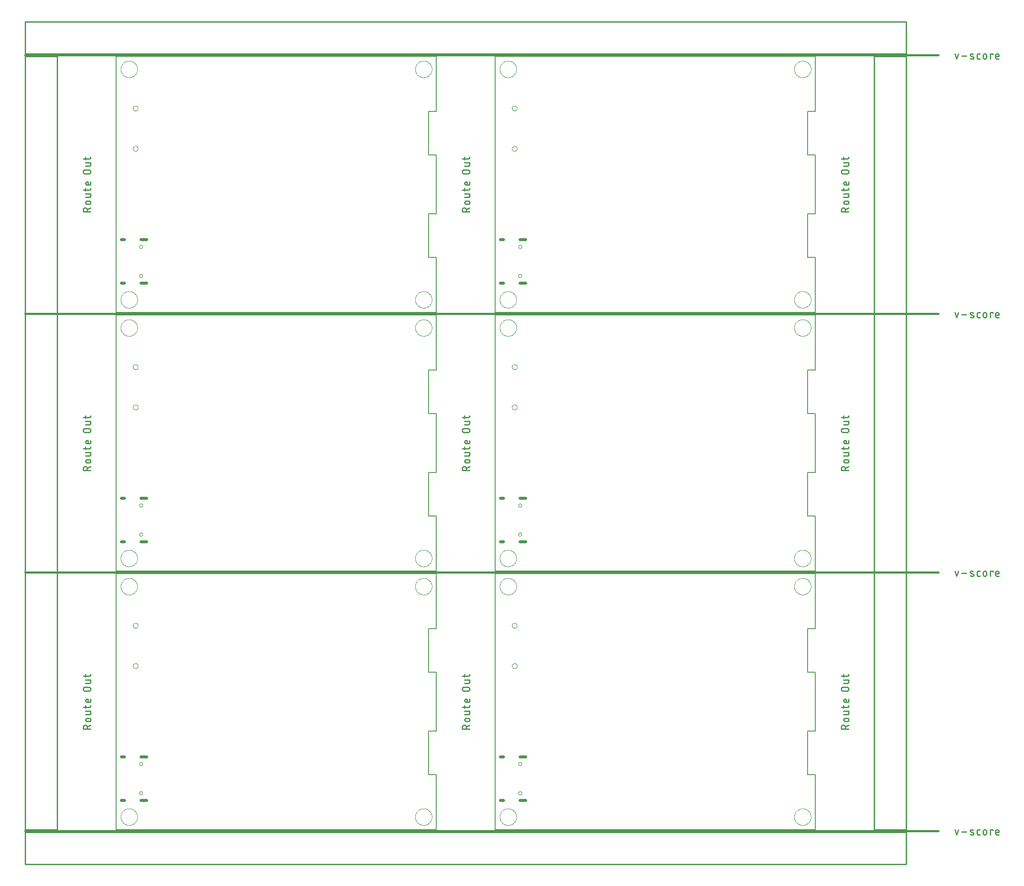
<source format=gko>
G04 EAGLE Gerber RS-274X export*
G75*
%MOMM*%
%FSLAX34Y34*%
%LPD*%
%IN*%
%IPPOS*%
%AMOC8*
5,1,8,0,0,1.08239X$1,22.5*%
G01*
%ADD10C,0.152400*%
%ADD11C,0.279400*%
%ADD12C,0.381000*%
%ADD13C,0.254000*%
%ADD14C,0.000000*%
%ADD15C,0.600000*%


D10*
X0Y0D02*
X0Y508000D01*
X635000Y508000D01*
X635000Y109220D02*
X635000Y0D01*
X0Y0D01*
X619760Y195580D02*
X635000Y195580D01*
X619760Y195580D02*
X619760Y109220D01*
X635000Y109220D01*
X635000Y398780D02*
X619760Y398780D01*
X619760Y312420D01*
X635000Y312420D01*
X635000Y195580D01*
X635000Y398780D02*
X635000Y508000D01*
D11*
X-50927Y199504D02*
X-65913Y199504D01*
X-65913Y203667D01*
X-65911Y203795D01*
X-65905Y203923D01*
X-65895Y204051D01*
X-65881Y204179D01*
X-65864Y204306D01*
X-65842Y204432D01*
X-65817Y204558D01*
X-65787Y204682D01*
X-65754Y204806D01*
X-65717Y204929D01*
X-65676Y205051D01*
X-65632Y205171D01*
X-65584Y205290D01*
X-65532Y205407D01*
X-65477Y205523D01*
X-65418Y205636D01*
X-65355Y205749D01*
X-65289Y205859D01*
X-65220Y205966D01*
X-65148Y206072D01*
X-65072Y206176D01*
X-64993Y206277D01*
X-64911Y206376D01*
X-64826Y206472D01*
X-64739Y206565D01*
X-64648Y206656D01*
X-64555Y206743D01*
X-64459Y206828D01*
X-64360Y206910D01*
X-64259Y206989D01*
X-64155Y207065D01*
X-64049Y207137D01*
X-63942Y207206D01*
X-63831Y207272D01*
X-63719Y207335D01*
X-63606Y207394D01*
X-63490Y207449D01*
X-63373Y207501D01*
X-63254Y207549D01*
X-63134Y207593D01*
X-63012Y207634D01*
X-62889Y207671D01*
X-62765Y207704D01*
X-62641Y207734D01*
X-62515Y207759D01*
X-62389Y207781D01*
X-62262Y207798D01*
X-62134Y207812D01*
X-62006Y207822D01*
X-61878Y207828D01*
X-61750Y207830D01*
X-61622Y207828D01*
X-61494Y207822D01*
X-61366Y207812D01*
X-61238Y207798D01*
X-61111Y207781D01*
X-60985Y207759D01*
X-60859Y207734D01*
X-60735Y207704D01*
X-60611Y207671D01*
X-60488Y207634D01*
X-60366Y207593D01*
X-60246Y207549D01*
X-60127Y207501D01*
X-60010Y207449D01*
X-59894Y207394D01*
X-59781Y207335D01*
X-59669Y207272D01*
X-59558Y207206D01*
X-59451Y207137D01*
X-59345Y207065D01*
X-59241Y206989D01*
X-59140Y206910D01*
X-59041Y206828D01*
X-58945Y206743D01*
X-58852Y206656D01*
X-58761Y206565D01*
X-58674Y206472D01*
X-58589Y206376D01*
X-58507Y206277D01*
X-58428Y206176D01*
X-58352Y206072D01*
X-58280Y205966D01*
X-58211Y205859D01*
X-58145Y205749D01*
X-58082Y205636D01*
X-58023Y205523D01*
X-57968Y205407D01*
X-57916Y205290D01*
X-57868Y205171D01*
X-57824Y205051D01*
X-57783Y204929D01*
X-57746Y204806D01*
X-57713Y204682D01*
X-57683Y204558D01*
X-57658Y204432D01*
X-57636Y204306D01*
X-57619Y204179D01*
X-57605Y204051D01*
X-57595Y203923D01*
X-57589Y203795D01*
X-57587Y203667D01*
X-57587Y199504D01*
X-57587Y204499D02*
X-50927Y207829D01*
X-54257Y214788D02*
X-57587Y214788D01*
X-57701Y214790D01*
X-57814Y214796D01*
X-57928Y214805D01*
X-58040Y214819D01*
X-58153Y214836D01*
X-58265Y214858D01*
X-58375Y214883D01*
X-58485Y214911D01*
X-58594Y214944D01*
X-58702Y214980D01*
X-58809Y215020D01*
X-58914Y215064D01*
X-59017Y215111D01*
X-59119Y215161D01*
X-59219Y215215D01*
X-59317Y215273D01*
X-59413Y215334D01*
X-59507Y215397D01*
X-59599Y215465D01*
X-59689Y215535D01*
X-59775Y215608D01*
X-59860Y215684D01*
X-59942Y215763D01*
X-60021Y215845D01*
X-60097Y215930D01*
X-60170Y216016D01*
X-60240Y216106D01*
X-60308Y216198D01*
X-60371Y216292D01*
X-60432Y216388D01*
X-60490Y216486D01*
X-60544Y216586D01*
X-60594Y216688D01*
X-60641Y216791D01*
X-60685Y216896D01*
X-60725Y217003D01*
X-60761Y217111D01*
X-60794Y217220D01*
X-60822Y217330D01*
X-60847Y217440D01*
X-60869Y217552D01*
X-60886Y217665D01*
X-60900Y217777D01*
X-60909Y217891D01*
X-60915Y218004D01*
X-60917Y218118D01*
X-60915Y218232D01*
X-60909Y218345D01*
X-60900Y218459D01*
X-60886Y218571D01*
X-60869Y218684D01*
X-60847Y218796D01*
X-60822Y218906D01*
X-60794Y219016D01*
X-60761Y219125D01*
X-60725Y219233D01*
X-60685Y219340D01*
X-60641Y219445D01*
X-60594Y219548D01*
X-60544Y219650D01*
X-60490Y219750D01*
X-60432Y219848D01*
X-60371Y219944D01*
X-60308Y220038D01*
X-60240Y220130D01*
X-60170Y220220D01*
X-60097Y220306D01*
X-60021Y220391D01*
X-59942Y220473D01*
X-59860Y220552D01*
X-59775Y220628D01*
X-59689Y220701D01*
X-59599Y220771D01*
X-59507Y220839D01*
X-59413Y220902D01*
X-59317Y220963D01*
X-59219Y221021D01*
X-59119Y221075D01*
X-59017Y221125D01*
X-58914Y221172D01*
X-58809Y221216D01*
X-58702Y221256D01*
X-58594Y221292D01*
X-58485Y221325D01*
X-58375Y221353D01*
X-58265Y221378D01*
X-58153Y221400D01*
X-58040Y221417D01*
X-57928Y221431D01*
X-57814Y221440D01*
X-57701Y221446D01*
X-57587Y221448D01*
X-54257Y221448D01*
X-54143Y221446D01*
X-54030Y221440D01*
X-53916Y221431D01*
X-53804Y221417D01*
X-53691Y221400D01*
X-53579Y221378D01*
X-53469Y221353D01*
X-53359Y221325D01*
X-53250Y221292D01*
X-53142Y221256D01*
X-53035Y221216D01*
X-52930Y221172D01*
X-52827Y221125D01*
X-52725Y221075D01*
X-52625Y221021D01*
X-52527Y220963D01*
X-52431Y220902D01*
X-52337Y220839D01*
X-52245Y220771D01*
X-52155Y220701D01*
X-52069Y220628D01*
X-51984Y220552D01*
X-51902Y220473D01*
X-51823Y220391D01*
X-51747Y220306D01*
X-51674Y220220D01*
X-51604Y220130D01*
X-51536Y220038D01*
X-51473Y219944D01*
X-51412Y219848D01*
X-51354Y219750D01*
X-51300Y219650D01*
X-51250Y219548D01*
X-51203Y219445D01*
X-51159Y219340D01*
X-51119Y219233D01*
X-51083Y219125D01*
X-51050Y219016D01*
X-51022Y218906D01*
X-50997Y218796D01*
X-50975Y218684D01*
X-50958Y218571D01*
X-50944Y218459D01*
X-50935Y218345D01*
X-50929Y218232D01*
X-50927Y218118D01*
X-50929Y218004D01*
X-50935Y217891D01*
X-50944Y217777D01*
X-50958Y217665D01*
X-50975Y217552D01*
X-50997Y217440D01*
X-51022Y217330D01*
X-51050Y217220D01*
X-51083Y217111D01*
X-51119Y217003D01*
X-51159Y216896D01*
X-51203Y216791D01*
X-51250Y216688D01*
X-51300Y216586D01*
X-51354Y216486D01*
X-51412Y216388D01*
X-51473Y216292D01*
X-51536Y216198D01*
X-51604Y216106D01*
X-51674Y216016D01*
X-51747Y215930D01*
X-51823Y215845D01*
X-51902Y215763D01*
X-51984Y215684D01*
X-52069Y215608D01*
X-52155Y215535D01*
X-52245Y215465D01*
X-52337Y215397D01*
X-52431Y215334D01*
X-52527Y215273D01*
X-52625Y215215D01*
X-52725Y215161D01*
X-52827Y215111D01*
X-52930Y215064D01*
X-53035Y215020D01*
X-53142Y214980D01*
X-53250Y214944D01*
X-53359Y214911D01*
X-53469Y214883D01*
X-53579Y214858D01*
X-53691Y214836D01*
X-53804Y214819D01*
X-53916Y214805D01*
X-54030Y214796D01*
X-54143Y214790D01*
X-54257Y214788D01*
X-53425Y228856D02*
X-60918Y228856D01*
X-53425Y228855D02*
X-53327Y228857D01*
X-53229Y228863D01*
X-53131Y228872D01*
X-53034Y228886D01*
X-52938Y228903D01*
X-52842Y228924D01*
X-52747Y228949D01*
X-52653Y228977D01*
X-52560Y229009D01*
X-52469Y229045D01*
X-52379Y229084D01*
X-52291Y229127D01*
X-52204Y229174D01*
X-52120Y229223D01*
X-52037Y229276D01*
X-51957Y229332D01*
X-51879Y229391D01*
X-51803Y229454D01*
X-51729Y229519D01*
X-51659Y229587D01*
X-51591Y229657D01*
X-51526Y229731D01*
X-51463Y229807D01*
X-51404Y229885D01*
X-51348Y229965D01*
X-51295Y230048D01*
X-51246Y230132D01*
X-51199Y230219D01*
X-51156Y230307D01*
X-51117Y230397D01*
X-51081Y230488D01*
X-51049Y230581D01*
X-51021Y230675D01*
X-50996Y230770D01*
X-50975Y230866D01*
X-50958Y230962D01*
X-50944Y231059D01*
X-50935Y231157D01*
X-50929Y231255D01*
X-50927Y231353D01*
X-50927Y235516D01*
X-60918Y235516D01*
X-60918Y241497D02*
X-60918Y246492D01*
X-65913Y243162D02*
X-53425Y243162D01*
X-53327Y243164D01*
X-53229Y243170D01*
X-53131Y243179D01*
X-53034Y243193D01*
X-52938Y243210D01*
X-52842Y243231D01*
X-52747Y243256D01*
X-52653Y243284D01*
X-52560Y243316D01*
X-52469Y243352D01*
X-52379Y243391D01*
X-52291Y243434D01*
X-52204Y243481D01*
X-52120Y243530D01*
X-52037Y243583D01*
X-51957Y243639D01*
X-51879Y243698D01*
X-51803Y243761D01*
X-51729Y243826D01*
X-51659Y243894D01*
X-51591Y243964D01*
X-51526Y244038D01*
X-51463Y244114D01*
X-51404Y244192D01*
X-51348Y244272D01*
X-51295Y244355D01*
X-51246Y244439D01*
X-51199Y244526D01*
X-51156Y244614D01*
X-51117Y244704D01*
X-51081Y244795D01*
X-51049Y244888D01*
X-51021Y244982D01*
X-50996Y245077D01*
X-50975Y245173D01*
X-50958Y245269D01*
X-50944Y245366D01*
X-50935Y245464D01*
X-50929Y245562D01*
X-50927Y245660D01*
X-50927Y246492D01*
X-50927Y255321D02*
X-50927Y259484D01*
X-50927Y255321D02*
X-50929Y255223D01*
X-50935Y255125D01*
X-50944Y255027D01*
X-50958Y254930D01*
X-50975Y254834D01*
X-50996Y254738D01*
X-51021Y254643D01*
X-51049Y254549D01*
X-51081Y254456D01*
X-51117Y254365D01*
X-51156Y254275D01*
X-51199Y254187D01*
X-51246Y254100D01*
X-51295Y254016D01*
X-51348Y253933D01*
X-51404Y253853D01*
X-51463Y253775D01*
X-51526Y253699D01*
X-51591Y253625D01*
X-51659Y253555D01*
X-51729Y253487D01*
X-51803Y253422D01*
X-51879Y253359D01*
X-51957Y253300D01*
X-52037Y253244D01*
X-52120Y253191D01*
X-52204Y253142D01*
X-52291Y253095D01*
X-52379Y253052D01*
X-52469Y253013D01*
X-52560Y252977D01*
X-52653Y252945D01*
X-52747Y252917D01*
X-52842Y252892D01*
X-52938Y252871D01*
X-53034Y252854D01*
X-53131Y252840D01*
X-53229Y252831D01*
X-53327Y252825D01*
X-53425Y252823D01*
X-53425Y252824D02*
X-57587Y252824D01*
X-57701Y252826D01*
X-57814Y252832D01*
X-57928Y252841D01*
X-58040Y252855D01*
X-58153Y252872D01*
X-58265Y252894D01*
X-58375Y252919D01*
X-58485Y252947D01*
X-58594Y252980D01*
X-58702Y253016D01*
X-58809Y253056D01*
X-58914Y253100D01*
X-59017Y253147D01*
X-59119Y253197D01*
X-59219Y253251D01*
X-59317Y253309D01*
X-59413Y253370D01*
X-59507Y253433D01*
X-59599Y253501D01*
X-59689Y253571D01*
X-59775Y253644D01*
X-59860Y253720D01*
X-59942Y253799D01*
X-60021Y253881D01*
X-60097Y253966D01*
X-60170Y254052D01*
X-60240Y254142D01*
X-60308Y254234D01*
X-60371Y254328D01*
X-60432Y254424D01*
X-60490Y254522D01*
X-60544Y254622D01*
X-60594Y254724D01*
X-60641Y254827D01*
X-60685Y254932D01*
X-60725Y255039D01*
X-60761Y255147D01*
X-60794Y255256D01*
X-60822Y255366D01*
X-60847Y255476D01*
X-60869Y255588D01*
X-60886Y255701D01*
X-60900Y255813D01*
X-60909Y255927D01*
X-60915Y256040D01*
X-60917Y256154D01*
X-60915Y256268D01*
X-60909Y256381D01*
X-60900Y256495D01*
X-60886Y256607D01*
X-60869Y256720D01*
X-60847Y256832D01*
X-60822Y256942D01*
X-60794Y257052D01*
X-60761Y257161D01*
X-60725Y257269D01*
X-60685Y257376D01*
X-60641Y257481D01*
X-60594Y257584D01*
X-60544Y257686D01*
X-60490Y257786D01*
X-60432Y257884D01*
X-60371Y257980D01*
X-60308Y258074D01*
X-60240Y258166D01*
X-60170Y258256D01*
X-60097Y258342D01*
X-60021Y258427D01*
X-59942Y258509D01*
X-59860Y258588D01*
X-59775Y258664D01*
X-59689Y258737D01*
X-59599Y258807D01*
X-59507Y258875D01*
X-59413Y258938D01*
X-59317Y258999D01*
X-59219Y259057D01*
X-59119Y259111D01*
X-59017Y259161D01*
X-58914Y259208D01*
X-58809Y259252D01*
X-58702Y259292D01*
X-58594Y259328D01*
X-58485Y259361D01*
X-58375Y259389D01*
X-58265Y259414D01*
X-58153Y259436D01*
X-58040Y259453D01*
X-57928Y259467D01*
X-57814Y259476D01*
X-57701Y259482D01*
X-57587Y259484D01*
X-55922Y259484D01*
X-55922Y252824D01*
X-55090Y274917D02*
X-61750Y274917D01*
X-61878Y274919D01*
X-62006Y274925D01*
X-62134Y274935D01*
X-62262Y274949D01*
X-62389Y274966D01*
X-62515Y274988D01*
X-62641Y275013D01*
X-62765Y275043D01*
X-62889Y275076D01*
X-63012Y275113D01*
X-63134Y275154D01*
X-63254Y275198D01*
X-63373Y275246D01*
X-63490Y275298D01*
X-63606Y275353D01*
X-63719Y275412D01*
X-63832Y275475D01*
X-63942Y275541D01*
X-64049Y275610D01*
X-64155Y275682D01*
X-64259Y275758D01*
X-64360Y275837D01*
X-64459Y275919D01*
X-64555Y276004D01*
X-64648Y276091D01*
X-64739Y276182D01*
X-64826Y276275D01*
X-64911Y276371D01*
X-64993Y276470D01*
X-65072Y276571D01*
X-65148Y276675D01*
X-65220Y276781D01*
X-65289Y276888D01*
X-65355Y276999D01*
X-65418Y277111D01*
X-65477Y277224D01*
X-65532Y277340D01*
X-65584Y277457D01*
X-65632Y277576D01*
X-65676Y277696D01*
X-65717Y277818D01*
X-65754Y277941D01*
X-65787Y278065D01*
X-65817Y278189D01*
X-65842Y278315D01*
X-65864Y278441D01*
X-65881Y278568D01*
X-65895Y278696D01*
X-65905Y278824D01*
X-65911Y278952D01*
X-65913Y279080D01*
X-65911Y279208D01*
X-65905Y279336D01*
X-65895Y279464D01*
X-65881Y279592D01*
X-65864Y279719D01*
X-65842Y279845D01*
X-65817Y279971D01*
X-65787Y280095D01*
X-65754Y280219D01*
X-65717Y280342D01*
X-65676Y280464D01*
X-65632Y280584D01*
X-65584Y280703D01*
X-65532Y280820D01*
X-65477Y280936D01*
X-65418Y281049D01*
X-65355Y281162D01*
X-65289Y281272D01*
X-65220Y281379D01*
X-65148Y281485D01*
X-65072Y281589D01*
X-64993Y281690D01*
X-64911Y281789D01*
X-64826Y281885D01*
X-64739Y281978D01*
X-64648Y282069D01*
X-64555Y282156D01*
X-64459Y282241D01*
X-64360Y282323D01*
X-64259Y282402D01*
X-64155Y282478D01*
X-64049Y282550D01*
X-63942Y282619D01*
X-63831Y282685D01*
X-63719Y282748D01*
X-63606Y282807D01*
X-63490Y282862D01*
X-63373Y282914D01*
X-63254Y282962D01*
X-63134Y283006D01*
X-63012Y283047D01*
X-62889Y283084D01*
X-62765Y283117D01*
X-62641Y283147D01*
X-62515Y283172D01*
X-62389Y283194D01*
X-62262Y283211D01*
X-62134Y283225D01*
X-62006Y283235D01*
X-61878Y283241D01*
X-61750Y283243D01*
X-61750Y283242D02*
X-55090Y283242D01*
X-55090Y283243D02*
X-54962Y283241D01*
X-54834Y283235D01*
X-54706Y283225D01*
X-54578Y283211D01*
X-54451Y283194D01*
X-54325Y283172D01*
X-54199Y283147D01*
X-54075Y283117D01*
X-53951Y283084D01*
X-53828Y283047D01*
X-53706Y283006D01*
X-53586Y282962D01*
X-53467Y282914D01*
X-53350Y282862D01*
X-53234Y282807D01*
X-53121Y282748D01*
X-53008Y282685D01*
X-52898Y282619D01*
X-52791Y282550D01*
X-52685Y282478D01*
X-52581Y282402D01*
X-52480Y282323D01*
X-52381Y282241D01*
X-52285Y282156D01*
X-52192Y282069D01*
X-52101Y281978D01*
X-52014Y281885D01*
X-51929Y281789D01*
X-51847Y281690D01*
X-51768Y281589D01*
X-51692Y281485D01*
X-51620Y281379D01*
X-51551Y281272D01*
X-51485Y281162D01*
X-51422Y281049D01*
X-51363Y280936D01*
X-51308Y280820D01*
X-51256Y280703D01*
X-51208Y280584D01*
X-51164Y280464D01*
X-51123Y280342D01*
X-51086Y280219D01*
X-51053Y280095D01*
X-51023Y279971D01*
X-50998Y279845D01*
X-50976Y279719D01*
X-50959Y279592D01*
X-50945Y279464D01*
X-50935Y279336D01*
X-50929Y279208D01*
X-50927Y279080D01*
X-50929Y278952D01*
X-50935Y278824D01*
X-50945Y278696D01*
X-50959Y278568D01*
X-50976Y278441D01*
X-50998Y278315D01*
X-51023Y278189D01*
X-51053Y278065D01*
X-51086Y277941D01*
X-51123Y277818D01*
X-51164Y277696D01*
X-51208Y277576D01*
X-51256Y277457D01*
X-51308Y277340D01*
X-51363Y277224D01*
X-51422Y277111D01*
X-51485Y276999D01*
X-51551Y276888D01*
X-51620Y276781D01*
X-51692Y276675D01*
X-51768Y276571D01*
X-51847Y276470D01*
X-51929Y276371D01*
X-52014Y276275D01*
X-52101Y276182D01*
X-52192Y276091D01*
X-52285Y276004D01*
X-52381Y275919D01*
X-52480Y275837D01*
X-52581Y275758D01*
X-52685Y275682D01*
X-52791Y275610D01*
X-52898Y275541D01*
X-53009Y275475D01*
X-53121Y275412D01*
X-53234Y275353D01*
X-53350Y275298D01*
X-53467Y275246D01*
X-53586Y275198D01*
X-53706Y275154D01*
X-53828Y275113D01*
X-53951Y275076D01*
X-54075Y275043D01*
X-54199Y275013D01*
X-54325Y274988D01*
X-54451Y274966D01*
X-54578Y274949D01*
X-54706Y274935D01*
X-54834Y274925D01*
X-54962Y274919D01*
X-55090Y274917D01*
X-53425Y290859D02*
X-60918Y290859D01*
X-53425Y290859D02*
X-53327Y290861D01*
X-53229Y290867D01*
X-53131Y290876D01*
X-53034Y290890D01*
X-52938Y290907D01*
X-52842Y290928D01*
X-52747Y290953D01*
X-52653Y290981D01*
X-52560Y291013D01*
X-52469Y291049D01*
X-52379Y291088D01*
X-52291Y291131D01*
X-52204Y291178D01*
X-52120Y291227D01*
X-52037Y291280D01*
X-51957Y291336D01*
X-51879Y291395D01*
X-51803Y291458D01*
X-51729Y291523D01*
X-51659Y291591D01*
X-51591Y291661D01*
X-51526Y291735D01*
X-51463Y291811D01*
X-51404Y291889D01*
X-51348Y291969D01*
X-51295Y292052D01*
X-51246Y292136D01*
X-51199Y292223D01*
X-51156Y292311D01*
X-51117Y292401D01*
X-51081Y292492D01*
X-51049Y292585D01*
X-51021Y292679D01*
X-50996Y292774D01*
X-50975Y292870D01*
X-50958Y292966D01*
X-50944Y293063D01*
X-50935Y293161D01*
X-50929Y293259D01*
X-50927Y293357D01*
X-50927Y297520D01*
X-60918Y297520D01*
X-60918Y303501D02*
X-60918Y308496D01*
X-65913Y305166D02*
X-53425Y305166D01*
X-53327Y305168D01*
X-53229Y305174D01*
X-53131Y305183D01*
X-53034Y305197D01*
X-52938Y305214D01*
X-52842Y305235D01*
X-52747Y305260D01*
X-52653Y305288D01*
X-52560Y305320D01*
X-52469Y305356D01*
X-52379Y305395D01*
X-52291Y305438D01*
X-52204Y305485D01*
X-52120Y305534D01*
X-52037Y305587D01*
X-51957Y305643D01*
X-51879Y305702D01*
X-51803Y305765D01*
X-51729Y305830D01*
X-51659Y305898D01*
X-51591Y305968D01*
X-51526Y306042D01*
X-51463Y306118D01*
X-51404Y306196D01*
X-51348Y306276D01*
X-51295Y306359D01*
X-51246Y306443D01*
X-51199Y306530D01*
X-51156Y306618D01*
X-51117Y306708D01*
X-51081Y306799D01*
X-51049Y306892D01*
X-51021Y306986D01*
X-50996Y307081D01*
X-50975Y307177D01*
X-50958Y307273D01*
X-50944Y307370D01*
X-50935Y307468D01*
X-50929Y307566D01*
X-50927Y307664D01*
X-50927Y308496D01*
D10*
X751840Y508000D02*
X751840Y0D01*
X751840Y508000D02*
X1386840Y508000D01*
X1386840Y109220D02*
X1386840Y0D01*
X751840Y0D01*
X1371600Y195580D02*
X1386840Y195580D01*
X1371600Y195580D02*
X1371600Y109220D01*
X1386840Y109220D01*
X1386840Y398780D02*
X1371600Y398780D01*
X1371600Y312420D01*
X1386840Y312420D01*
X1386840Y195580D01*
X1386840Y398780D02*
X1386840Y508000D01*
D11*
X700913Y199504D02*
X685927Y199504D01*
X685927Y203667D01*
X685929Y203795D01*
X685935Y203923D01*
X685945Y204051D01*
X685959Y204179D01*
X685976Y204306D01*
X685998Y204432D01*
X686023Y204558D01*
X686053Y204682D01*
X686086Y204806D01*
X686123Y204929D01*
X686164Y205051D01*
X686208Y205171D01*
X686256Y205290D01*
X686308Y205407D01*
X686363Y205523D01*
X686422Y205636D01*
X686485Y205749D01*
X686551Y205859D01*
X686620Y205966D01*
X686692Y206072D01*
X686768Y206176D01*
X686847Y206277D01*
X686929Y206376D01*
X687014Y206472D01*
X687101Y206565D01*
X687192Y206656D01*
X687285Y206743D01*
X687381Y206828D01*
X687480Y206910D01*
X687581Y206989D01*
X687685Y207065D01*
X687791Y207137D01*
X687898Y207206D01*
X688009Y207272D01*
X688121Y207335D01*
X688234Y207394D01*
X688350Y207449D01*
X688467Y207501D01*
X688586Y207549D01*
X688706Y207593D01*
X688828Y207634D01*
X688951Y207671D01*
X689075Y207704D01*
X689199Y207734D01*
X689325Y207759D01*
X689451Y207781D01*
X689578Y207798D01*
X689706Y207812D01*
X689834Y207822D01*
X689962Y207828D01*
X690090Y207830D01*
X690218Y207828D01*
X690346Y207822D01*
X690474Y207812D01*
X690602Y207798D01*
X690729Y207781D01*
X690855Y207759D01*
X690981Y207734D01*
X691105Y207704D01*
X691229Y207671D01*
X691352Y207634D01*
X691474Y207593D01*
X691594Y207549D01*
X691713Y207501D01*
X691830Y207449D01*
X691946Y207394D01*
X692059Y207335D01*
X692172Y207272D01*
X692282Y207206D01*
X692389Y207137D01*
X692495Y207065D01*
X692599Y206989D01*
X692700Y206910D01*
X692799Y206828D01*
X692895Y206743D01*
X692988Y206656D01*
X693079Y206565D01*
X693166Y206472D01*
X693251Y206376D01*
X693333Y206277D01*
X693412Y206176D01*
X693488Y206072D01*
X693560Y205966D01*
X693629Y205859D01*
X693695Y205749D01*
X693758Y205636D01*
X693817Y205523D01*
X693872Y205407D01*
X693924Y205290D01*
X693972Y205171D01*
X694016Y205051D01*
X694057Y204929D01*
X694094Y204806D01*
X694127Y204682D01*
X694157Y204558D01*
X694182Y204432D01*
X694204Y204306D01*
X694221Y204179D01*
X694235Y204051D01*
X694245Y203923D01*
X694251Y203795D01*
X694253Y203667D01*
X694253Y199504D01*
X694253Y204499D02*
X700913Y207829D01*
X697583Y214788D02*
X694253Y214788D01*
X694139Y214790D01*
X694026Y214796D01*
X693912Y214805D01*
X693800Y214819D01*
X693687Y214836D01*
X693575Y214858D01*
X693465Y214883D01*
X693355Y214911D01*
X693246Y214944D01*
X693138Y214980D01*
X693031Y215020D01*
X692926Y215064D01*
X692823Y215111D01*
X692721Y215161D01*
X692621Y215215D01*
X692523Y215273D01*
X692427Y215334D01*
X692333Y215397D01*
X692241Y215465D01*
X692151Y215535D01*
X692065Y215608D01*
X691980Y215684D01*
X691898Y215763D01*
X691819Y215845D01*
X691743Y215930D01*
X691670Y216016D01*
X691600Y216106D01*
X691532Y216198D01*
X691469Y216292D01*
X691408Y216388D01*
X691350Y216486D01*
X691296Y216586D01*
X691246Y216688D01*
X691199Y216791D01*
X691155Y216896D01*
X691115Y217003D01*
X691079Y217111D01*
X691046Y217220D01*
X691018Y217330D01*
X690993Y217440D01*
X690971Y217552D01*
X690954Y217665D01*
X690940Y217777D01*
X690931Y217891D01*
X690925Y218004D01*
X690923Y218118D01*
X690925Y218232D01*
X690931Y218345D01*
X690940Y218459D01*
X690954Y218571D01*
X690971Y218684D01*
X690993Y218796D01*
X691018Y218906D01*
X691046Y219016D01*
X691079Y219125D01*
X691115Y219233D01*
X691155Y219340D01*
X691199Y219445D01*
X691246Y219548D01*
X691296Y219650D01*
X691350Y219750D01*
X691408Y219848D01*
X691469Y219944D01*
X691532Y220038D01*
X691600Y220130D01*
X691670Y220220D01*
X691743Y220306D01*
X691819Y220391D01*
X691898Y220473D01*
X691980Y220552D01*
X692065Y220628D01*
X692151Y220701D01*
X692241Y220771D01*
X692333Y220839D01*
X692427Y220902D01*
X692523Y220963D01*
X692621Y221021D01*
X692721Y221075D01*
X692823Y221125D01*
X692926Y221172D01*
X693031Y221216D01*
X693138Y221256D01*
X693246Y221292D01*
X693355Y221325D01*
X693465Y221353D01*
X693575Y221378D01*
X693687Y221400D01*
X693800Y221417D01*
X693912Y221431D01*
X694026Y221440D01*
X694139Y221446D01*
X694253Y221448D01*
X697583Y221448D01*
X697697Y221446D01*
X697810Y221440D01*
X697924Y221431D01*
X698036Y221417D01*
X698149Y221400D01*
X698261Y221378D01*
X698371Y221353D01*
X698481Y221325D01*
X698590Y221292D01*
X698698Y221256D01*
X698805Y221216D01*
X698910Y221172D01*
X699013Y221125D01*
X699115Y221075D01*
X699215Y221021D01*
X699313Y220963D01*
X699409Y220902D01*
X699503Y220839D01*
X699595Y220771D01*
X699685Y220701D01*
X699771Y220628D01*
X699856Y220552D01*
X699938Y220473D01*
X700017Y220391D01*
X700093Y220306D01*
X700166Y220220D01*
X700236Y220130D01*
X700304Y220038D01*
X700367Y219944D01*
X700428Y219848D01*
X700486Y219750D01*
X700540Y219650D01*
X700590Y219548D01*
X700637Y219445D01*
X700681Y219340D01*
X700721Y219233D01*
X700757Y219125D01*
X700790Y219016D01*
X700818Y218906D01*
X700843Y218796D01*
X700865Y218684D01*
X700882Y218571D01*
X700896Y218459D01*
X700905Y218345D01*
X700911Y218232D01*
X700913Y218118D01*
X700911Y218004D01*
X700905Y217891D01*
X700896Y217777D01*
X700882Y217665D01*
X700865Y217552D01*
X700843Y217440D01*
X700818Y217330D01*
X700790Y217220D01*
X700757Y217111D01*
X700721Y217003D01*
X700681Y216896D01*
X700637Y216791D01*
X700590Y216688D01*
X700540Y216586D01*
X700486Y216486D01*
X700428Y216388D01*
X700367Y216292D01*
X700304Y216198D01*
X700236Y216106D01*
X700166Y216016D01*
X700093Y215930D01*
X700017Y215845D01*
X699938Y215763D01*
X699856Y215684D01*
X699771Y215608D01*
X699685Y215535D01*
X699595Y215465D01*
X699503Y215397D01*
X699409Y215334D01*
X699313Y215273D01*
X699215Y215215D01*
X699115Y215161D01*
X699013Y215111D01*
X698910Y215064D01*
X698805Y215020D01*
X698698Y214980D01*
X698590Y214944D01*
X698481Y214911D01*
X698371Y214883D01*
X698261Y214858D01*
X698149Y214836D01*
X698036Y214819D01*
X697924Y214805D01*
X697810Y214796D01*
X697697Y214790D01*
X697583Y214788D01*
X698415Y228856D02*
X690922Y228856D01*
X698415Y228855D02*
X698513Y228857D01*
X698611Y228863D01*
X698709Y228872D01*
X698806Y228886D01*
X698902Y228903D01*
X698998Y228924D01*
X699093Y228949D01*
X699187Y228977D01*
X699280Y229009D01*
X699371Y229045D01*
X699461Y229084D01*
X699549Y229127D01*
X699636Y229174D01*
X699720Y229223D01*
X699803Y229276D01*
X699883Y229332D01*
X699962Y229391D01*
X700037Y229454D01*
X700111Y229519D01*
X700181Y229587D01*
X700249Y229657D01*
X700315Y229731D01*
X700377Y229807D01*
X700436Y229885D01*
X700492Y229965D01*
X700545Y230048D01*
X700595Y230132D01*
X700641Y230219D01*
X700684Y230307D01*
X700723Y230397D01*
X700759Y230488D01*
X700791Y230581D01*
X700819Y230675D01*
X700844Y230770D01*
X700865Y230866D01*
X700882Y230962D01*
X700896Y231059D01*
X700905Y231157D01*
X700911Y231255D01*
X700913Y231353D01*
X700913Y235516D01*
X690922Y235516D01*
X690922Y241497D02*
X690922Y246492D01*
X685927Y243162D02*
X698415Y243162D01*
X698513Y243164D01*
X698611Y243170D01*
X698709Y243179D01*
X698806Y243193D01*
X698902Y243210D01*
X698998Y243231D01*
X699093Y243256D01*
X699187Y243284D01*
X699280Y243316D01*
X699371Y243352D01*
X699461Y243391D01*
X699549Y243434D01*
X699636Y243481D01*
X699720Y243530D01*
X699803Y243583D01*
X699883Y243639D01*
X699962Y243698D01*
X700037Y243761D01*
X700111Y243826D01*
X700181Y243894D01*
X700249Y243964D01*
X700315Y244038D01*
X700377Y244114D01*
X700436Y244192D01*
X700492Y244272D01*
X700545Y244355D01*
X700595Y244439D01*
X700641Y244526D01*
X700684Y244614D01*
X700723Y244704D01*
X700759Y244795D01*
X700791Y244888D01*
X700819Y244982D01*
X700844Y245077D01*
X700865Y245173D01*
X700882Y245269D01*
X700896Y245366D01*
X700905Y245464D01*
X700911Y245562D01*
X700913Y245660D01*
X700913Y246492D01*
X700913Y255321D02*
X700913Y259484D01*
X700913Y255321D02*
X700911Y255223D01*
X700905Y255125D01*
X700896Y255027D01*
X700882Y254930D01*
X700865Y254834D01*
X700844Y254738D01*
X700819Y254643D01*
X700791Y254549D01*
X700759Y254456D01*
X700723Y254365D01*
X700684Y254275D01*
X700641Y254187D01*
X700594Y254100D01*
X700545Y254016D01*
X700492Y253933D01*
X700436Y253853D01*
X700377Y253775D01*
X700315Y253699D01*
X700249Y253625D01*
X700181Y253555D01*
X700111Y253487D01*
X700037Y253422D01*
X699962Y253359D01*
X699883Y253300D01*
X699803Y253244D01*
X699720Y253191D01*
X699636Y253142D01*
X699549Y253095D01*
X699461Y253052D01*
X699371Y253013D01*
X699280Y252977D01*
X699187Y252945D01*
X699093Y252917D01*
X698998Y252892D01*
X698902Y252871D01*
X698806Y252854D01*
X698709Y252840D01*
X698611Y252831D01*
X698513Y252825D01*
X698415Y252823D01*
X698415Y252824D02*
X694253Y252824D01*
X694139Y252826D01*
X694026Y252832D01*
X693912Y252841D01*
X693800Y252855D01*
X693687Y252872D01*
X693575Y252894D01*
X693465Y252919D01*
X693355Y252947D01*
X693246Y252980D01*
X693138Y253016D01*
X693031Y253056D01*
X692926Y253100D01*
X692823Y253147D01*
X692721Y253197D01*
X692621Y253251D01*
X692523Y253309D01*
X692427Y253370D01*
X692333Y253433D01*
X692241Y253501D01*
X692151Y253571D01*
X692065Y253644D01*
X691980Y253720D01*
X691898Y253799D01*
X691819Y253881D01*
X691743Y253966D01*
X691670Y254052D01*
X691600Y254142D01*
X691532Y254234D01*
X691469Y254328D01*
X691408Y254424D01*
X691350Y254522D01*
X691296Y254622D01*
X691246Y254724D01*
X691199Y254827D01*
X691155Y254932D01*
X691115Y255039D01*
X691079Y255147D01*
X691046Y255256D01*
X691018Y255366D01*
X690993Y255476D01*
X690971Y255588D01*
X690954Y255701D01*
X690940Y255813D01*
X690931Y255927D01*
X690925Y256040D01*
X690923Y256154D01*
X690925Y256268D01*
X690931Y256381D01*
X690940Y256495D01*
X690954Y256607D01*
X690971Y256720D01*
X690993Y256832D01*
X691018Y256942D01*
X691046Y257052D01*
X691079Y257161D01*
X691115Y257269D01*
X691155Y257376D01*
X691199Y257481D01*
X691246Y257584D01*
X691296Y257686D01*
X691350Y257786D01*
X691408Y257884D01*
X691469Y257980D01*
X691532Y258074D01*
X691600Y258166D01*
X691670Y258256D01*
X691743Y258342D01*
X691819Y258427D01*
X691898Y258509D01*
X691980Y258588D01*
X692065Y258664D01*
X692151Y258737D01*
X692241Y258807D01*
X692333Y258875D01*
X692427Y258938D01*
X692523Y258999D01*
X692621Y259057D01*
X692721Y259111D01*
X692823Y259161D01*
X692926Y259208D01*
X693031Y259252D01*
X693138Y259292D01*
X693246Y259328D01*
X693355Y259361D01*
X693465Y259389D01*
X693575Y259414D01*
X693687Y259436D01*
X693800Y259453D01*
X693912Y259467D01*
X694026Y259476D01*
X694139Y259482D01*
X694253Y259484D01*
X695918Y259484D01*
X695918Y252824D01*
X696750Y274917D02*
X690090Y274917D01*
X689962Y274919D01*
X689834Y274925D01*
X689706Y274935D01*
X689578Y274949D01*
X689451Y274966D01*
X689325Y274988D01*
X689199Y275013D01*
X689075Y275043D01*
X688951Y275076D01*
X688828Y275113D01*
X688706Y275154D01*
X688586Y275198D01*
X688467Y275246D01*
X688350Y275298D01*
X688234Y275353D01*
X688121Y275412D01*
X688009Y275475D01*
X687898Y275541D01*
X687791Y275610D01*
X687685Y275682D01*
X687581Y275758D01*
X687480Y275837D01*
X687381Y275919D01*
X687285Y276004D01*
X687192Y276091D01*
X687101Y276182D01*
X687014Y276275D01*
X686929Y276371D01*
X686847Y276470D01*
X686768Y276571D01*
X686692Y276675D01*
X686620Y276781D01*
X686551Y276888D01*
X686485Y276999D01*
X686422Y277111D01*
X686363Y277224D01*
X686308Y277340D01*
X686256Y277457D01*
X686208Y277576D01*
X686164Y277696D01*
X686123Y277818D01*
X686086Y277941D01*
X686053Y278065D01*
X686023Y278189D01*
X685998Y278315D01*
X685976Y278441D01*
X685959Y278568D01*
X685945Y278696D01*
X685935Y278824D01*
X685929Y278952D01*
X685927Y279080D01*
X685929Y279208D01*
X685935Y279336D01*
X685945Y279464D01*
X685959Y279592D01*
X685976Y279719D01*
X685998Y279845D01*
X686023Y279971D01*
X686053Y280095D01*
X686086Y280219D01*
X686123Y280342D01*
X686164Y280464D01*
X686208Y280584D01*
X686256Y280703D01*
X686308Y280820D01*
X686363Y280936D01*
X686422Y281049D01*
X686485Y281162D01*
X686551Y281272D01*
X686620Y281379D01*
X686692Y281485D01*
X686768Y281589D01*
X686847Y281690D01*
X686929Y281789D01*
X687014Y281885D01*
X687101Y281978D01*
X687192Y282069D01*
X687285Y282156D01*
X687381Y282241D01*
X687480Y282323D01*
X687581Y282402D01*
X687685Y282478D01*
X687791Y282550D01*
X687898Y282619D01*
X688009Y282685D01*
X688121Y282748D01*
X688234Y282807D01*
X688350Y282862D01*
X688467Y282914D01*
X688586Y282962D01*
X688706Y283006D01*
X688828Y283047D01*
X688951Y283084D01*
X689075Y283117D01*
X689199Y283147D01*
X689325Y283172D01*
X689451Y283194D01*
X689578Y283211D01*
X689706Y283225D01*
X689834Y283235D01*
X689962Y283241D01*
X690090Y283243D01*
X690090Y283242D02*
X696750Y283242D01*
X696750Y283243D02*
X696878Y283241D01*
X697006Y283235D01*
X697134Y283225D01*
X697262Y283211D01*
X697389Y283194D01*
X697515Y283172D01*
X697641Y283147D01*
X697765Y283117D01*
X697889Y283084D01*
X698012Y283047D01*
X698134Y283006D01*
X698254Y282962D01*
X698373Y282914D01*
X698490Y282862D01*
X698606Y282807D01*
X698719Y282748D01*
X698832Y282685D01*
X698942Y282619D01*
X699049Y282550D01*
X699155Y282478D01*
X699259Y282402D01*
X699360Y282323D01*
X699459Y282241D01*
X699555Y282156D01*
X699648Y282069D01*
X699739Y281978D01*
X699826Y281885D01*
X699911Y281789D01*
X699993Y281690D01*
X700072Y281589D01*
X700148Y281485D01*
X700220Y281379D01*
X700289Y281272D01*
X700355Y281162D01*
X700418Y281049D01*
X700477Y280936D01*
X700532Y280820D01*
X700584Y280703D01*
X700632Y280584D01*
X700676Y280464D01*
X700717Y280342D01*
X700754Y280219D01*
X700787Y280095D01*
X700817Y279971D01*
X700842Y279845D01*
X700864Y279719D01*
X700881Y279592D01*
X700895Y279464D01*
X700905Y279336D01*
X700911Y279208D01*
X700913Y279080D01*
X700911Y278952D01*
X700905Y278824D01*
X700895Y278696D01*
X700881Y278568D01*
X700864Y278441D01*
X700842Y278315D01*
X700817Y278189D01*
X700787Y278065D01*
X700754Y277941D01*
X700717Y277818D01*
X700676Y277696D01*
X700632Y277576D01*
X700584Y277457D01*
X700532Y277340D01*
X700477Y277224D01*
X700418Y277111D01*
X700355Y276999D01*
X700289Y276888D01*
X700220Y276781D01*
X700148Y276675D01*
X700072Y276571D01*
X699993Y276470D01*
X699911Y276371D01*
X699826Y276275D01*
X699739Y276182D01*
X699648Y276091D01*
X699555Y276004D01*
X699459Y275919D01*
X699360Y275837D01*
X699259Y275758D01*
X699155Y275682D01*
X699049Y275610D01*
X698942Y275541D01*
X698832Y275475D01*
X698719Y275412D01*
X698606Y275353D01*
X698490Y275298D01*
X698373Y275246D01*
X698254Y275198D01*
X698134Y275154D01*
X698012Y275113D01*
X697889Y275076D01*
X697765Y275043D01*
X697641Y275013D01*
X697515Y274988D01*
X697389Y274966D01*
X697262Y274949D01*
X697134Y274935D01*
X697006Y274925D01*
X696878Y274919D01*
X696750Y274917D01*
X698415Y290859D02*
X690922Y290859D01*
X698415Y290859D02*
X698513Y290861D01*
X698611Y290867D01*
X698709Y290876D01*
X698806Y290890D01*
X698902Y290907D01*
X698998Y290928D01*
X699093Y290953D01*
X699187Y290981D01*
X699280Y291013D01*
X699371Y291049D01*
X699461Y291088D01*
X699549Y291131D01*
X699636Y291178D01*
X699720Y291227D01*
X699803Y291280D01*
X699883Y291336D01*
X699962Y291395D01*
X700037Y291458D01*
X700111Y291523D01*
X700181Y291591D01*
X700249Y291661D01*
X700315Y291735D01*
X700377Y291811D01*
X700436Y291889D01*
X700492Y291969D01*
X700545Y292052D01*
X700595Y292136D01*
X700641Y292223D01*
X700684Y292311D01*
X700723Y292401D01*
X700759Y292492D01*
X700791Y292585D01*
X700819Y292679D01*
X700844Y292774D01*
X700865Y292870D01*
X700882Y292966D01*
X700896Y293063D01*
X700905Y293161D01*
X700911Y293259D01*
X700913Y293357D01*
X700913Y297520D01*
X690922Y297520D01*
X690922Y303501D02*
X690922Y308496D01*
X685927Y305166D02*
X698415Y305166D01*
X698415Y305165D02*
X698513Y305167D01*
X698611Y305173D01*
X698709Y305182D01*
X698806Y305196D01*
X698902Y305213D01*
X698998Y305234D01*
X699093Y305259D01*
X699187Y305287D01*
X699280Y305319D01*
X699371Y305355D01*
X699461Y305394D01*
X699549Y305437D01*
X699636Y305484D01*
X699720Y305533D01*
X699803Y305586D01*
X699883Y305642D01*
X699962Y305701D01*
X700037Y305764D01*
X700111Y305829D01*
X700181Y305897D01*
X700249Y305967D01*
X700315Y306041D01*
X700377Y306117D01*
X700436Y306195D01*
X700492Y306275D01*
X700545Y306358D01*
X700595Y306442D01*
X700641Y306529D01*
X700684Y306617D01*
X700723Y306707D01*
X700759Y306798D01*
X700791Y306891D01*
X700819Y306985D01*
X700844Y307080D01*
X700865Y307176D01*
X700882Y307272D01*
X700896Y307369D01*
X700905Y307467D01*
X700911Y307565D01*
X700913Y307663D01*
X700913Y307664D02*
X700913Y308496D01*
X1437767Y199504D02*
X1452753Y199504D01*
X1437767Y199504D02*
X1437767Y203667D01*
X1437769Y203795D01*
X1437775Y203923D01*
X1437785Y204051D01*
X1437799Y204179D01*
X1437816Y204306D01*
X1437838Y204432D01*
X1437863Y204558D01*
X1437893Y204682D01*
X1437926Y204806D01*
X1437963Y204929D01*
X1438004Y205051D01*
X1438048Y205171D01*
X1438096Y205290D01*
X1438148Y205407D01*
X1438203Y205523D01*
X1438262Y205636D01*
X1438325Y205749D01*
X1438391Y205859D01*
X1438460Y205966D01*
X1438532Y206072D01*
X1438608Y206176D01*
X1438687Y206277D01*
X1438769Y206376D01*
X1438854Y206472D01*
X1438941Y206565D01*
X1439032Y206656D01*
X1439125Y206743D01*
X1439221Y206828D01*
X1439320Y206910D01*
X1439421Y206989D01*
X1439525Y207065D01*
X1439631Y207137D01*
X1439738Y207206D01*
X1439849Y207272D01*
X1439961Y207335D01*
X1440074Y207394D01*
X1440190Y207449D01*
X1440307Y207501D01*
X1440426Y207549D01*
X1440546Y207593D01*
X1440668Y207634D01*
X1440791Y207671D01*
X1440915Y207704D01*
X1441039Y207734D01*
X1441165Y207759D01*
X1441291Y207781D01*
X1441418Y207798D01*
X1441546Y207812D01*
X1441674Y207822D01*
X1441802Y207828D01*
X1441930Y207830D01*
X1442058Y207828D01*
X1442186Y207822D01*
X1442314Y207812D01*
X1442442Y207798D01*
X1442569Y207781D01*
X1442695Y207759D01*
X1442821Y207734D01*
X1442945Y207704D01*
X1443069Y207671D01*
X1443192Y207634D01*
X1443314Y207593D01*
X1443434Y207549D01*
X1443553Y207501D01*
X1443670Y207449D01*
X1443786Y207394D01*
X1443899Y207335D01*
X1444012Y207272D01*
X1444122Y207206D01*
X1444229Y207137D01*
X1444335Y207065D01*
X1444439Y206989D01*
X1444540Y206910D01*
X1444639Y206828D01*
X1444735Y206743D01*
X1444828Y206656D01*
X1444919Y206565D01*
X1445006Y206472D01*
X1445091Y206376D01*
X1445173Y206277D01*
X1445252Y206176D01*
X1445328Y206072D01*
X1445400Y205966D01*
X1445469Y205859D01*
X1445535Y205749D01*
X1445598Y205636D01*
X1445657Y205523D01*
X1445712Y205407D01*
X1445764Y205290D01*
X1445812Y205171D01*
X1445856Y205051D01*
X1445897Y204929D01*
X1445934Y204806D01*
X1445967Y204682D01*
X1445997Y204558D01*
X1446022Y204432D01*
X1446044Y204306D01*
X1446061Y204179D01*
X1446075Y204051D01*
X1446085Y203923D01*
X1446091Y203795D01*
X1446093Y203667D01*
X1446093Y199504D01*
X1446093Y204499D02*
X1452753Y207829D01*
X1449423Y214788D02*
X1446093Y214788D01*
X1445979Y214790D01*
X1445866Y214796D01*
X1445752Y214805D01*
X1445640Y214819D01*
X1445527Y214836D01*
X1445415Y214858D01*
X1445305Y214883D01*
X1445195Y214911D01*
X1445086Y214944D01*
X1444978Y214980D01*
X1444871Y215020D01*
X1444766Y215064D01*
X1444663Y215111D01*
X1444561Y215161D01*
X1444461Y215215D01*
X1444363Y215273D01*
X1444267Y215334D01*
X1444173Y215397D01*
X1444081Y215465D01*
X1443991Y215535D01*
X1443905Y215608D01*
X1443820Y215684D01*
X1443738Y215763D01*
X1443659Y215845D01*
X1443583Y215930D01*
X1443510Y216016D01*
X1443440Y216106D01*
X1443372Y216198D01*
X1443309Y216292D01*
X1443248Y216388D01*
X1443190Y216486D01*
X1443136Y216586D01*
X1443086Y216688D01*
X1443039Y216791D01*
X1442995Y216896D01*
X1442955Y217003D01*
X1442919Y217111D01*
X1442886Y217220D01*
X1442858Y217330D01*
X1442833Y217440D01*
X1442811Y217552D01*
X1442794Y217665D01*
X1442780Y217777D01*
X1442771Y217891D01*
X1442765Y218004D01*
X1442763Y218118D01*
X1442765Y218232D01*
X1442771Y218345D01*
X1442780Y218459D01*
X1442794Y218571D01*
X1442811Y218684D01*
X1442833Y218796D01*
X1442858Y218906D01*
X1442886Y219016D01*
X1442919Y219125D01*
X1442955Y219233D01*
X1442995Y219340D01*
X1443039Y219445D01*
X1443086Y219548D01*
X1443136Y219650D01*
X1443190Y219750D01*
X1443248Y219848D01*
X1443309Y219944D01*
X1443372Y220038D01*
X1443440Y220130D01*
X1443510Y220220D01*
X1443583Y220306D01*
X1443659Y220391D01*
X1443738Y220473D01*
X1443820Y220552D01*
X1443905Y220628D01*
X1443991Y220701D01*
X1444081Y220771D01*
X1444173Y220839D01*
X1444267Y220902D01*
X1444363Y220963D01*
X1444461Y221021D01*
X1444561Y221075D01*
X1444663Y221125D01*
X1444766Y221172D01*
X1444871Y221216D01*
X1444978Y221256D01*
X1445086Y221292D01*
X1445195Y221325D01*
X1445305Y221353D01*
X1445415Y221378D01*
X1445527Y221400D01*
X1445640Y221417D01*
X1445752Y221431D01*
X1445866Y221440D01*
X1445979Y221446D01*
X1446093Y221448D01*
X1449423Y221448D01*
X1449537Y221446D01*
X1449650Y221440D01*
X1449764Y221431D01*
X1449876Y221417D01*
X1449989Y221400D01*
X1450101Y221378D01*
X1450211Y221353D01*
X1450321Y221325D01*
X1450430Y221292D01*
X1450538Y221256D01*
X1450645Y221216D01*
X1450750Y221172D01*
X1450853Y221125D01*
X1450955Y221075D01*
X1451055Y221021D01*
X1451153Y220963D01*
X1451249Y220902D01*
X1451343Y220839D01*
X1451435Y220771D01*
X1451525Y220701D01*
X1451611Y220628D01*
X1451696Y220552D01*
X1451778Y220473D01*
X1451857Y220391D01*
X1451933Y220306D01*
X1452006Y220220D01*
X1452076Y220130D01*
X1452144Y220038D01*
X1452207Y219944D01*
X1452268Y219848D01*
X1452326Y219750D01*
X1452380Y219650D01*
X1452430Y219548D01*
X1452477Y219445D01*
X1452521Y219340D01*
X1452561Y219233D01*
X1452597Y219125D01*
X1452630Y219016D01*
X1452658Y218906D01*
X1452683Y218796D01*
X1452705Y218684D01*
X1452722Y218571D01*
X1452736Y218459D01*
X1452745Y218345D01*
X1452751Y218232D01*
X1452753Y218118D01*
X1452751Y218004D01*
X1452745Y217891D01*
X1452736Y217777D01*
X1452722Y217665D01*
X1452705Y217552D01*
X1452683Y217440D01*
X1452658Y217330D01*
X1452630Y217220D01*
X1452597Y217111D01*
X1452561Y217003D01*
X1452521Y216896D01*
X1452477Y216791D01*
X1452430Y216688D01*
X1452380Y216586D01*
X1452326Y216486D01*
X1452268Y216388D01*
X1452207Y216292D01*
X1452144Y216198D01*
X1452076Y216106D01*
X1452006Y216016D01*
X1451933Y215930D01*
X1451857Y215845D01*
X1451778Y215763D01*
X1451696Y215684D01*
X1451611Y215608D01*
X1451525Y215535D01*
X1451435Y215465D01*
X1451343Y215397D01*
X1451249Y215334D01*
X1451153Y215273D01*
X1451055Y215215D01*
X1450955Y215161D01*
X1450853Y215111D01*
X1450750Y215064D01*
X1450645Y215020D01*
X1450538Y214980D01*
X1450430Y214944D01*
X1450321Y214911D01*
X1450211Y214883D01*
X1450101Y214858D01*
X1449989Y214836D01*
X1449876Y214819D01*
X1449764Y214805D01*
X1449650Y214796D01*
X1449537Y214790D01*
X1449423Y214788D01*
X1450255Y228856D02*
X1442762Y228856D01*
X1450255Y228855D02*
X1450353Y228857D01*
X1450451Y228863D01*
X1450549Y228872D01*
X1450646Y228886D01*
X1450742Y228903D01*
X1450838Y228924D01*
X1450933Y228949D01*
X1451027Y228977D01*
X1451120Y229009D01*
X1451211Y229045D01*
X1451301Y229084D01*
X1451389Y229127D01*
X1451476Y229174D01*
X1451560Y229223D01*
X1451643Y229276D01*
X1451723Y229332D01*
X1451802Y229391D01*
X1451877Y229454D01*
X1451951Y229519D01*
X1452021Y229587D01*
X1452089Y229657D01*
X1452155Y229731D01*
X1452217Y229807D01*
X1452276Y229885D01*
X1452332Y229965D01*
X1452385Y230048D01*
X1452435Y230132D01*
X1452481Y230219D01*
X1452524Y230307D01*
X1452563Y230397D01*
X1452599Y230488D01*
X1452631Y230581D01*
X1452659Y230675D01*
X1452684Y230770D01*
X1452705Y230866D01*
X1452722Y230962D01*
X1452736Y231059D01*
X1452745Y231157D01*
X1452751Y231255D01*
X1452753Y231353D01*
X1452753Y235516D01*
X1442762Y235516D01*
X1442762Y241497D02*
X1442762Y246492D01*
X1437767Y243162D02*
X1450255Y243162D01*
X1450353Y243164D01*
X1450451Y243170D01*
X1450549Y243179D01*
X1450646Y243193D01*
X1450742Y243210D01*
X1450838Y243231D01*
X1450933Y243256D01*
X1451027Y243284D01*
X1451120Y243316D01*
X1451211Y243352D01*
X1451301Y243391D01*
X1451389Y243434D01*
X1451476Y243481D01*
X1451560Y243530D01*
X1451643Y243583D01*
X1451723Y243639D01*
X1451802Y243698D01*
X1451877Y243761D01*
X1451951Y243826D01*
X1452021Y243894D01*
X1452089Y243964D01*
X1452155Y244038D01*
X1452217Y244114D01*
X1452276Y244192D01*
X1452332Y244272D01*
X1452385Y244355D01*
X1452435Y244439D01*
X1452481Y244526D01*
X1452524Y244614D01*
X1452563Y244704D01*
X1452599Y244795D01*
X1452631Y244888D01*
X1452659Y244982D01*
X1452684Y245077D01*
X1452705Y245173D01*
X1452722Y245269D01*
X1452736Y245366D01*
X1452745Y245464D01*
X1452751Y245562D01*
X1452753Y245660D01*
X1452753Y246492D01*
X1452753Y255321D02*
X1452753Y259484D01*
X1452753Y255321D02*
X1452751Y255223D01*
X1452745Y255125D01*
X1452736Y255027D01*
X1452722Y254930D01*
X1452705Y254834D01*
X1452684Y254738D01*
X1452659Y254643D01*
X1452631Y254549D01*
X1452599Y254456D01*
X1452563Y254365D01*
X1452524Y254275D01*
X1452481Y254187D01*
X1452434Y254100D01*
X1452385Y254016D01*
X1452332Y253933D01*
X1452276Y253853D01*
X1452217Y253775D01*
X1452155Y253699D01*
X1452089Y253625D01*
X1452021Y253555D01*
X1451951Y253487D01*
X1451877Y253422D01*
X1451802Y253359D01*
X1451723Y253300D01*
X1451643Y253244D01*
X1451560Y253191D01*
X1451476Y253142D01*
X1451389Y253095D01*
X1451301Y253052D01*
X1451211Y253013D01*
X1451120Y252977D01*
X1451027Y252945D01*
X1450933Y252917D01*
X1450838Y252892D01*
X1450742Y252871D01*
X1450646Y252854D01*
X1450549Y252840D01*
X1450451Y252831D01*
X1450353Y252825D01*
X1450255Y252823D01*
X1450255Y252824D02*
X1446093Y252824D01*
X1445979Y252826D01*
X1445866Y252832D01*
X1445752Y252841D01*
X1445640Y252855D01*
X1445527Y252872D01*
X1445415Y252894D01*
X1445305Y252919D01*
X1445195Y252947D01*
X1445086Y252980D01*
X1444978Y253016D01*
X1444871Y253056D01*
X1444766Y253100D01*
X1444663Y253147D01*
X1444561Y253197D01*
X1444461Y253251D01*
X1444363Y253309D01*
X1444267Y253370D01*
X1444173Y253433D01*
X1444081Y253501D01*
X1443991Y253571D01*
X1443905Y253644D01*
X1443820Y253720D01*
X1443738Y253799D01*
X1443659Y253881D01*
X1443583Y253966D01*
X1443510Y254052D01*
X1443440Y254142D01*
X1443372Y254234D01*
X1443309Y254328D01*
X1443248Y254424D01*
X1443190Y254522D01*
X1443136Y254622D01*
X1443086Y254724D01*
X1443039Y254827D01*
X1442995Y254932D01*
X1442955Y255039D01*
X1442919Y255147D01*
X1442886Y255256D01*
X1442858Y255366D01*
X1442833Y255476D01*
X1442811Y255588D01*
X1442794Y255701D01*
X1442780Y255813D01*
X1442771Y255927D01*
X1442765Y256040D01*
X1442763Y256154D01*
X1442765Y256268D01*
X1442771Y256381D01*
X1442780Y256495D01*
X1442794Y256607D01*
X1442811Y256720D01*
X1442833Y256832D01*
X1442858Y256942D01*
X1442886Y257052D01*
X1442919Y257161D01*
X1442955Y257269D01*
X1442995Y257376D01*
X1443039Y257481D01*
X1443086Y257584D01*
X1443136Y257686D01*
X1443190Y257786D01*
X1443248Y257884D01*
X1443309Y257980D01*
X1443372Y258074D01*
X1443440Y258166D01*
X1443510Y258256D01*
X1443583Y258342D01*
X1443659Y258427D01*
X1443738Y258509D01*
X1443820Y258588D01*
X1443905Y258664D01*
X1443991Y258737D01*
X1444081Y258807D01*
X1444173Y258875D01*
X1444267Y258938D01*
X1444363Y258999D01*
X1444461Y259057D01*
X1444561Y259111D01*
X1444663Y259161D01*
X1444766Y259208D01*
X1444871Y259252D01*
X1444978Y259292D01*
X1445086Y259328D01*
X1445195Y259361D01*
X1445305Y259389D01*
X1445415Y259414D01*
X1445527Y259436D01*
X1445640Y259453D01*
X1445752Y259467D01*
X1445866Y259476D01*
X1445979Y259482D01*
X1446093Y259484D01*
X1447758Y259484D01*
X1447758Y252824D01*
X1448590Y274917D02*
X1441930Y274917D01*
X1441802Y274919D01*
X1441674Y274925D01*
X1441546Y274935D01*
X1441418Y274949D01*
X1441291Y274966D01*
X1441165Y274988D01*
X1441039Y275013D01*
X1440915Y275043D01*
X1440791Y275076D01*
X1440668Y275113D01*
X1440546Y275154D01*
X1440426Y275198D01*
X1440307Y275246D01*
X1440190Y275298D01*
X1440074Y275353D01*
X1439961Y275412D01*
X1439849Y275475D01*
X1439738Y275541D01*
X1439631Y275610D01*
X1439525Y275682D01*
X1439421Y275758D01*
X1439320Y275837D01*
X1439221Y275919D01*
X1439125Y276004D01*
X1439032Y276091D01*
X1438941Y276182D01*
X1438854Y276275D01*
X1438769Y276371D01*
X1438687Y276470D01*
X1438608Y276571D01*
X1438532Y276675D01*
X1438460Y276781D01*
X1438391Y276888D01*
X1438325Y276999D01*
X1438262Y277111D01*
X1438203Y277224D01*
X1438148Y277340D01*
X1438096Y277457D01*
X1438048Y277576D01*
X1438004Y277696D01*
X1437963Y277818D01*
X1437926Y277941D01*
X1437893Y278065D01*
X1437863Y278189D01*
X1437838Y278315D01*
X1437816Y278441D01*
X1437799Y278568D01*
X1437785Y278696D01*
X1437775Y278824D01*
X1437769Y278952D01*
X1437767Y279080D01*
X1437769Y279208D01*
X1437775Y279336D01*
X1437785Y279464D01*
X1437799Y279592D01*
X1437816Y279719D01*
X1437838Y279845D01*
X1437863Y279971D01*
X1437893Y280095D01*
X1437926Y280219D01*
X1437963Y280342D01*
X1438004Y280464D01*
X1438048Y280584D01*
X1438096Y280703D01*
X1438148Y280820D01*
X1438203Y280936D01*
X1438262Y281049D01*
X1438325Y281162D01*
X1438391Y281272D01*
X1438460Y281379D01*
X1438532Y281485D01*
X1438608Y281589D01*
X1438687Y281690D01*
X1438769Y281789D01*
X1438854Y281885D01*
X1438941Y281978D01*
X1439032Y282069D01*
X1439125Y282156D01*
X1439221Y282241D01*
X1439320Y282323D01*
X1439421Y282402D01*
X1439525Y282478D01*
X1439631Y282550D01*
X1439738Y282619D01*
X1439849Y282685D01*
X1439961Y282748D01*
X1440074Y282807D01*
X1440190Y282862D01*
X1440307Y282914D01*
X1440426Y282962D01*
X1440546Y283006D01*
X1440668Y283047D01*
X1440791Y283084D01*
X1440915Y283117D01*
X1441039Y283147D01*
X1441165Y283172D01*
X1441291Y283194D01*
X1441418Y283211D01*
X1441546Y283225D01*
X1441674Y283235D01*
X1441802Y283241D01*
X1441930Y283243D01*
X1441930Y283242D02*
X1448590Y283242D01*
X1448590Y283243D02*
X1448718Y283241D01*
X1448846Y283235D01*
X1448974Y283225D01*
X1449102Y283211D01*
X1449229Y283194D01*
X1449355Y283172D01*
X1449481Y283147D01*
X1449605Y283117D01*
X1449729Y283084D01*
X1449852Y283047D01*
X1449974Y283006D01*
X1450094Y282962D01*
X1450213Y282914D01*
X1450330Y282862D01*
X1450446Y282807D01*
X1450559Y282748D01*
X1450672Y282685D01*
X1450782Y282619D01*
X1450889Y282550D01*
X1450995Y282478D01*
X1451099Y282402D01*
X1451200Y282323D01*
X1451299Y282241D01*
X1451395Y282156D01*
X1451488Y282069D01*
X1451579Y281978D01*
X1451666Y281885D01*
X1451751Y281789D01*
X1451833Y281690D01*
X1451912Y281589D01*
X1451988Y281485D01*
X1452060Y281379D01*
X1452129Y281272D01*
X1452195Y281162D01*
X1452258Y281049D01*
X1452317Y280936D01*
X1452372Y280820D01*
X1452424Y280703D01*
X1452472Y280584D01*
X1452516Y280464D01*
X1452557Y280342D01*
X1452594Y280219D01*
X1452627Y280095D01*
X1452657Y279971D01*
X1452682Y279845D01*
X1452704Y279719D01*
X1452721Y279592D01*
X1452735Y279464D01*
X1452745Y279336D01*
X1452751Y279208D01*
X1452753Y279080D01*
X1452751Y278952D01*
X1452745Y278824D01*
X1452735Y278696D01*
X1452721Y278568D01*
X1452704Y278441D01*
X1452682Y278315D01*
X1452657Y278189D01*
X1452627Y278065D01*
X1452594Y277941D01*
X1452557Y277818D01*
X1452516Y277696D01*
X1452472Y277576D01*
X1452424Y277457D01*
X1452372Y277340D01*
X1452317Y277224D01*
X1452258Y277111D01*
X1452195Y276999D01*
X1452129Y276888D01*
X1452060Y276781D01*
X1451988Y276675D01*
X1451912Y276571D01*
X1451833Y276470D01*
X1451751Y276371D01*
X1451666Y276275D01*
X1451579Y276182D01*
X1451488Y276091D01*
X1451395Y276004D01*
X1451299Y275919D01*
X1451200Y275837D01*
X1451099Y275758D01*
X1450995Y275682D01*
X1450889Y275610D01*
X1450782Y275541D01*
X1450672Y275475D01*
X1450559Y275412D01*
X1450446Y275353D01*
X1450330Y275298D01*
X1450213Y275246D01*
X1450094Y275198D01*
X1449974Y275154D01*
X1449852Y275113D01*
X1449729Y275076D01*
X1449605Y275043D01*
X1449481Y275013D01*
X1449355Y274988D01*
X1449229Y274966D01*
X1449102Y274949D01*
X1448974Y274935D01*
X1448846Y274925D01*
X1448718Y274919D01*
X1448590Y274917D01*
X1450255Y290859D02*
X1442762Y290859D01*
X1450255Y290859D02*
X1450353Y290861D01*
X1450451Y290867D01*
X1450549Y290876D01*
X1450646Y290890D01*
X1450742Y290907D01*
X1450838Y290928D01*
X1450933Y290953D01*
X1451027Y290981D01*
X1451120Y291013D01*
X1451211Y291049D01*
X1451301Y291088D01*
X1451389Y291131D01*
X1451476Y291178D01*
X1451560Y291227D01*
X1451643Y291280D01*
X1451723Y291336D01*
X1451802Y291395D01*
X1451877Y291458D01*
X1451951Y291523D01*
X1452021Y291591D01*
X1452089Y291661D01*
X1452155Y291735D01*
X1452217Y291811D01*
X1452276Y291889D01*
X1452332Y291969D01*
X1452385Y292052D01*
X1452435Y292136D01*
X1452481Y292223D01*
X1452524Y292311D01*
X1452563Y292401D01*
X1452599Y292492D01*
X1452631Y292585D01*
X1452659Y292679D01*
X1452684Y292774D01*
X1452705Y292870D01*
X1452722Y292966D01*
X1452736Y293063D01*
X1452745Y293161D01*
X1452751Y293259D01*
X1452753Y293357D01*
X1452753Y297520D01*
X1442762Y297520D01*
X1442762Y303501D02*
X1442762Y308496D01*
X1437767Y305166D02*
X1450255Y305166D01*
X1450255Y305165D02*
X1450353Y305167D01*
X1450451Y305173D01*
X1450549Y305182D01*
X1450646Y305196D01*
X1450742Y305213D01*
X1450838Y305234D01*
X1450933Y305259D01*
X1451027Y305287D01*
X1451120Y305319D01*
X1451211Y305355D01*
X1451301Y305394D01*
X1451389Y305437D01*
X1451476Y305484D01*
X1451560Y305533D01*
X1451643Y305586D01*
X1451723Y305642D01*
X1451802Y305701D01*
X1451877Y305764D01*
X1451951Y305829D01*
X1452021Y305897D01*
X1452089Y305967D01*
X1452155Y306041D01*
X1452217Y306117D01*
X1452276Y306195D01*
X1452332Y306275D01*
X1452385Y306358D01*
X1452435Y306442D01*
X1452481Y306529D01*
X1452524Y306617D01*
X1452563Y306707D01*
X1452599Y306798D01*
X1452631Y306891D01*
X1452659Y306985D01*
X1452684Y307080D01*
X1452705Y307176D01*
X1452722Y307272D01*
X1452736Y307369D01*
X1452745Y307467D01*
X1452751Y307565D01*
X1452753Y307663D01*
X1452753Y307664D02*
X1452753Y308496D01*
D10*
X0Y513080D02*
X0Y1021080D01*
X635000Y1021080D01*
X635000Y622300D02*
X635000Y513080D01*
X0Y513080D01*
X619760Y708660D02*
X635000Y708660D01*
X619760Y708660D02*
X619760Y622300D01*
X635000Y622300D01*
X635000Y911860D02*
X619760Y911860D01*
X619760Y825500D01*
X635000Y825500D01*
X635000Y708660D01*
X635000Y911860D02*
X635000Y1021080D01*
D11*
X-50927Y712584D02*
X-65913Y712584D01*
X-65913Y716747D01*
X-65911Y716875D01*
X-65905Y717003D01*
X-65895Y717131D01*
X-65881Y717259D01*
X-65864Y717386D01*
X-65842Y717512D01*
X-65817Y717638D01*
X-65787Y717762D01*
X-65754Y717886D01*
X-65717Y718009D01*
X-65676Y718131D01*
X-65632Y718251D01*
X-65584Y718370D01*
X-65532Y718487D01*
X-65477Y718603D01*
X-65418Y718716D01*
X-65355Y718829D01*
X-65289Y718939D01*
X-65220Y719046D01*
X-65148Y719152D01*
X-65072Y719256D01*
X-64993Y719357D01*
X-64911Y719456D01*
X-64826Y719552D01*
X-64739Y719645D01*
X-64648Y719736D01*
X-64555Y719823D01*
X-64459Y719908D01*
X-64360Y719990D01*
X-64259Y720069D01*
X-64155Y720145D01*
X-64049Y720217D01*
X-63942Y720286D01*
X-63831Y720352D01*
X-63719Y720415D01*
X-63606Y720474D01*
X-63490Y720529D01*
X-63373Y720581D01*
X-63254Y720629D01*
X-63134Y720673D01*
X-63012Y720714D01*
X-62889Y720751D01*
X-62765Y720784D01*
X-62641Y720814D01*
X-62515Y720839D01*
X-62389Y720861D01*
X-62262Y720878D01*
X-62134Y720892D01*
X-62006Y720902D01*
X-61878Y720908D01*
X-61750Y720910D01*
X-61622Y720908D01*
X-61494Y720902D01*
X-61366Y720892D01*
X-61238Y720878D01*
X-61111Y720861D01*
X-60985Y720839D01*
X-60859Y720814D01*
X-60735Y720784D01*
X-60611Y720751D01*
X-60488Y720714D01*
X-60366Y720673D01*
X-60246Y720629D01*
X-60127Y720581D01*
X-60010Y720529D01*
X-59894Y720474D01*
X-59781Y720415D01*
X-59669Y720352D01*
X-59558Y720286D01*
X-59451Y720217D01*
X-59345Y720145D01*
X-59241Y720069D01*
X-59140Y719990D01*
X-59041Y719908D01*
X-58945Y719823D01*
X-58852Y719736D01*
X-58761Y719645D01*
X-58674Y719552D01*
X-58589Y719456D01*
X-58507Y719357D01*
X-58428Y719256D01*
X-58352Y719152D01*
X-58280Y719046D01*
X-58211Y718939D01*
X-58145Y718829D01*
X-58082Y718716D01*
X-58023Y718603D01*
X-57968Y718487D01*
X-57916Y718370D01*
X-57868Y718251D01*
X-57824Y718131D01*
X-57783Y718009D01*
X-57746Y717886D01*
X-57713Y717762D01*
X-57683Y717638D01*
X-57658Y717512D01*
X-57636Y717386D01*
X-57619Y717259D01*
X-57605Y717131D01*
X-57595Y717003D01*
X-57589Y716875D01*
X-57587Y716747D01*
X-57587Y712584D01*
X-57587Y717579D02*
X-50927Y720909D01*
X-54257Y727868D02*
X-57587Y727868D01*
X-57701Y727870D01*
X-57814Y727876D01*
X-57928Y727885D01*
X-58040Y727899D01*
X-58153Y727916D01*
X-58265Y727938D01*
X-58375Y727963D01*
X-58485Y727991D01*
X-58594Y728024D01*
X-58702Y728060D01*
X-58809Y728100D01*
X-58914Y728144D01*
X-59017Y728191D01*
X-59119Y728241D01*
X-59219Y728295D01*
X-59317Y728353D01*
X-59413Y728414D01*
X-59507Y728477D01*
X-59599Y728545D01*
X-59689Y728615D01*
X-59775Y728688D01*
X-59860Y728764D01*
X-59942Y728843D01*
X-60021Y728925D01*
X-60097Y729010D01*
X-60170Y729096D01*
X-60240Y729186D01*
X-60308Y729278D01*
X-60371Y729372D01*
X-60432Y729468D01*
X-60490Y729566D01*
X-60544Y729666D01*
X-60594Y729768D01*
X-60641Y729871D01*
X-60685Y729976D01*
X-60725Y730083D01*
X-60761Y730191D01*
X-60794Y730300D01*
X-60822Y730410D01*
X-60847Y730520D01*
X-60869Y730632D01*
X-60886Y730745D01*
X-60900Y730857D01*
X-60909Y730971D01*
X-60915Y731084D01*
X-60917Y731198D01*
X-60915Y731312D01*
X-60909Y731425D01*
X-60900Y731539D01*
X-60886Y731651D01*
X-60869Y731764D01*
X-60847Y731876D01*
X-60822Y731986D01*
X-60794Y732096D01*
X-60761Y732205D01*
X-60725Y732313D01*
X-60685Y732420D01*
X-60641Y732525D01*
X-60594Y732628D01*
X-60544Y732730D01*
X-60490Y732830D01*
X-60432Y732928D01*
X-60371Y733024D01*
X-60308Y733118D01*
X-60240Y733210D01*
X-60170Y733300D01*
X-60097Y733386D01*
X-60021Y733471D01*
X-59942Y733553D01*
X-59860Y733632D01*
X-59775Y733708D01*
X-59689Y733781D01*
X-59599Y733851D01*
X-59507Y733919D01*
X-59413Y733982D01*
X-59317Y734043D01*
X-59219Y734101D01*
X-59119Y734155D01*
X-59017Y734205D01*
X-58914Y734252D01*
X-58809Y734296D01*
X-58702Y734336D01*
X-58594Y734372D01*
X-58485Y734405D01*
X-58375Y734433D01*
X-58265Y734458D01*
X-58153Y734480D01*
X-58040Y734497D01*
X-57928Y734511D01*
X-57814Y734520D01*
X-57701Y734526D01*
X-57587Y734528D01*
X-54257Y734528D01*
X-54143Y734526D01*
X-54030Y734520D01*
X-53916Y734511D01*
X-53804Y734497D01*
X-53691Y734480D01*
X-53579Y734458D01*
X-53469Y734433D01*
X-53359Y734405D01*
X-53250Y734372D01*
X-53142Y734336D01*
X-53035Y734296D01*
X-52930Y734252D01*
X-52827Y734205D01*
X-52725Y734155D01*
X-52625Y734101D01*
X-52527Y734043D01*
X-52431Y733982D01*
X-52337Y733919D01*
X-52245Y733851D01*
X-52155Y733781D01*
X-52069Y733708D01*
X-51984Y733632D01*
X-51902Y733553D01*
X-51823Y733471D01*
X-51747Y733386D01*
X-51674Y733300D01*
X-51604Y733210D01*
X-51536Y733118D01*
X-51473Y733024D01*
X-51412Y732928D01*
X-51354Y732830D01*
X-51300Y732730D01*
X-51250Y732628D01*
X-51203Y732525D01*
X-51159Y732420D01*
X-51119Y732313D01*
X-51083Y732205D01*
X-51050Y732096D01*
X-51022Y731986D01*
X-50997Y731876D01*
X-50975Y731764D01*
X-50958Y731651D01*
X-50944Y731539D01*
X-50935Y731425D01*
X-50929Y731312D01*
X-50927Y731198D01*
X-50929Y731084D01*
X-50935Y730971D01*
X-50944Y730857D01*
X-50958Y730745D01*
X-50975Y730632D01*
X-50997Y730520D01*
X-51022Y730410D01*
X-51050Y730300D01*
X-51083Y730191D01*
X-51119Y730083D01*
X-51159Y729976D01*
X-51203Y729871D01*
X-51250Y729768D01*
X-51300Y729666D01*
X-51354Y729566D01*
X-51412Y729468D01*
X-51473Y729372D01*
X-51536Y729278D01*
X-51604Y729186D01*
X-51674Y729096D01*
X-51747Y729010D01*
X-51823Y728925D01*
X-51902Y728843D01*
X-51984Y728764D01*
X-52069Y728688D01*
X-52155Y728615D01*
X-52245Y728545D01*
X-52337Y728477D01*
X-52431Y728414D01*
X-52527Y728353D01*
X-52625Y728295D01*
X-52725Y728241D01*
X-52827Y728191D01*
X-52930Y728144D01*
X-53035Y728100D01*
X-53142Y728060D01*
X-53250Y728024D01*
X-53359Y727991D01*
X-53469Y727963D01*
X-53579Y727938D01*
X-53691Y727916D01*
X-53804Y727899D01*
X-53916Y727885D01*
X-54030Y727876D01*
X-54143Y727870D01*
X-54257Y727868D01*
X-53425Y741936D02*
X-60918Y741936D01*
X-53425Y741935D02*
X-53327Y741937D01*
X-53229Y741943D01*
X-53131Y741952D01*
X-53034Y741966D01*
X-52938Y741983D01*
X-52842Y742004D01*
X-52747Y742029D01*
X-52653Y742057D01*
X-52560Y742089D01*
X-52469Y742125D01*
X-52379Y742164D01*
X-52291Y742207D01*
X-52204Y742254D01*
X-52120Y742303D01*
X-52037Y742356D01*
X-51957Y742412D01*
X-51879Y742471D01*
X-51803Y742534D01*
X-51729Y742599D01*
X-51659Y742667D01*
X-51591Y742737D01*
X-51526Y742811D01*
X-51463Y742887D01*
X-51404Y742965D01*
X-51348Y743045D01*
X-51295Y743128D01*
X-51246Y743212D01*
X-51199Y743299D01*
X-51156Y743387D01*
X-51117Y743477D01*
X-51081Y743568D01*
X-51049Y743661D01*
X-51021Y743755D01*
X-50996Y743850D01*
X-50975Y743946D01*
X-50958Y744042D01*
X-50944Y744139D01*
X-50935Y744237D01*
X-50929Y744335D01*
X-50927Y744433D01*
X-50927Y748596D01*
X-60918Y748596D01*
X-60918Y754577D02*
X-60918Y759572D01*
X-65913Y756242D02*
X-53425Y756242D01*
X-53327Y756244D01*
X-53229Y756250D01*
X-53131Y756259D01*
X-53034Y756273D01*
X-52938Y756290D01*
X-52842Y756311D01*
X-52747Y756336D01*
X-52653Y756364D01*
X-52560Y756396D01*
X-52469Y756432D01*
X-52379Y756471D01*
X-52291Y756514D01*
X-52204Y756561D01*
X-52120Y756610D01*
X-52037Y756663D01*
X-51957Y756719D01*
X-51879Y756778D01*
X-51803Y756841D01*
X-51729Y756906D01*
X-51659Y756974D01*
X-51591Y757044D01*
X-51526Y757118D01*
X-51463Y757194D01*
X-51404Y757272D01*
X-51348Y757352D01*
X-51295Y757435D01*
X-51246Y757519D01*
X-51199Y757606D01*
X-51156Y757694D01*
X-51117Y757784D01*
X-51081Y757875D01*
X-51049Y757968D01*
X-51021Y758062D01*
X-50996Y758157D01*
X-50975Y758253D01*
X-50958Y758349D01*
X-50944Y758446D01*
X-50935Y758544D01*
X-50929Y758642D01*
X-50927Y758740D01*
X-50927Y759572D01*
X-50927Y768401D02*
X-50927Y772564D01*
X-50927Y768401D02*
X-50929Y768303D01*
X-50935Y768205D01*
X-50944Y768107D01*
X-50958Y768010D01*
X-50975Y767914D01*
X-50996Y767818D01*
X-51021Y767723D01*
X-51049Y767629D01*
X-51081Y767536D01*
X-51117Y767445D01*
X-51156Y767355D01*
X-51199Y767267D01*
X-51246Y767180D01*
X-51295Y767096D01*
X-51348Y767013D01*
X-51404Y766933D01*
X-51463Y766855D01*
X-51526Y766779D01*
X-51591Y766705D01*
X-51659Y766635D01*
X-51729Y766567D01*
X-51803Y766502D01*
X-51879Y766439D01*
X-51957Y766380D01*
X-52037Y766324D01*
X-52120Y766271D01*
X-52204Y766222D01*
X-52291Y766175D01*
X-52379Y766132D01*
X-52469Y766093D01*
X-52560Y766057D01*
X-52653Y766025D01*
X-52747Y765997D01*
X-52842Y765972D01*
X-52938Y765951D01*
X-53034Y765934D01*
X-53131Y765920D01*
X-53229Y765911D01*
X-53327Y765905D01*
X-53425Y765903D01*
X-53425Y765904D02*
X-57587Y765904D01*
X-57701Y765906D01*
X-57814Y765912D01*
X-57928Y765921D01*
X-58040Y765935D01*
X-58153Y765952D01*
X-58265Y765974D01*
X-58375Y765999D01*
X-58485Y766027D01*
X-58594Y766060D01*
X-58702Y766096D01*
X-58809Y766136D01*
X-58914Y766180D01*
X-59017Y766227D01*
X-59119Y766277D01*
X-59219Y766331D01*
X-59317Y766389D01*
X-59413Y766450D01*
X-59507Y766513D01*
X-59599Y766581D01*
X-59689Y766651D01*
X-59775Y766724D01*
X-59860Y766800D01*
X-59942Y766879D01*
X-60021Y766961D01*
X-60097Y767046D01*
X-60170Y767132D01*
X-60240Y767222D01*
X-60308Y767314D01*
X-60371Y767408D01*
X-60432Y767504D01*
X-60490Y767602D01*
X-60544Y767702D01*
X-60594Y767804D01*
X-60641Y767907D01*
X-60685Y768012D01*
X-60725Y768119D01*
X-60761Y768227D01*
X-60794Y768336D01*
X-60822Y768446D01*
X-60847Y768556D01*
X-60869Y768668D01*
X-60886Y768781D01*
X-60900Y768893D01*
X-60909Y769007D01*
X-60915Y769120D01*
X-60917Y769234D01*
X-60915Y769348D01*
X-60909Y769461D01*
X-60900Y769575D01*
X-60886Y769687D01*
X-60869Y769800D01*
X-60847Y769912D01*
X-60822Y770022D01*
X-60794Y770132D01*
X-60761Y770241D01*
X-60725Y770349D01*
X-60685Y770456D01*
X-60641Y770561D01*
X-60594Y770664D01*
X-60544Y770766D01*
X-60490Y770866D01*
X-60432Y770964D01*
X-60371Y771060D01*
X-60308Y771154D01*
X-60240Y771246D01*
X-60170Y771336D01*
X-60097Y771422D01*
X-60021Y771507D01*
X-59942Y771589D01*
X-59860Y771668D01*
X-59775Y771744D01*
X-59689Y771817D01*
X-59599Y771887D01*
X-59507Y771955D01*
X-59413Y772018D01*
X-59317Y772079D01*
X-59219Y772137D01*
X-59119Y772191D01*
X-59017Y772241D01*
X-58914Y772288D01*
X-58809Y772332D01*
X-58702Y772372D01*
X-58594Y772408D01*
X-58485Y772441D01*
X-58375Y772469D01*
X-58265Y772494D01*
X-58153Y772516D01*
X-58040Y772533D01*
X-57928Y772547D01*
X-57814Y772556D01*
X-57701Y772562D01*
X-57587Y772564D01*
X-55922Y772564D01*
X-55922Y765904D01*
X-55090Y787997D02*
X-61750Y787997D01*
X-61878Y787999D01*
X-62006Y788005D01*
X-62134Y788015D01*
X-62262Y788029D01*
X-62389Y788046D01*
X-62515Y788068D01*
X-62641Y788093D01*
X-62765Y788123D01*
X-62889Y788156D01*
X-63012Y788193D01*
X-63134Y788234D01*
X-63254Y788278D01*
X-63373Y788326D01*
X-63490Y788378D01*
X-63606Y788433D01*
X-63719Y788492D01*
X-63832Y788555D01*
X-63942Y788621D01*
X-64049Y788690D01*
X-64155Y788762D01*
X-64259Y788838D01*
X-64360Y788917D01*
X-64459Y788999D01*
X-64555Y789084D01*
X-64648Y789171D01*
X-64739Y789262D01*
X-64826Y789355D01*
X-64911Y789451D01*
X-64993Y789550D01*
X-65072Y789651D01*
X-65148Y789755D01*
X-65220Y789861D01*
X-65289Y789968D01*
X-65355Y790079D01*
X-65418Y790191D01*
X-65477Y790304D01*
X-65532Y790420D01*
X-65584Y790537D01*
X-65632Y790656D01*
X-65676Y790776D01*
X-65717Y790898D01*
X-65754Y791021D01*
X-65787Y791145D01*
X-65817Y791269D01*
X-65842Y791395D01*
X-65864Y791521D01*
X-65881Y791648D01*
X-65895Y791776D01*
X-65905Y791904D01*
X-65911Y792032D01*
X-65913Y792160D01*
X-65911Y792288D01*
X-65905Y792416D01*
X-65895Y792544D01*
X-65881Y792672D01*
X-65864Y792799D01*
X-65842Y792925D01*
X-65817Y793051D01*
X-65787Y793175D01*
X-65754Y793299D01*
X-65717Y793422D01*
X-65676Y793544D01*
X-65632Y793664D01*
X-65584Y793783D01*
X-65532Y793900D01*
X-65477Y794016D01*
X-65418Y794129D01*
X-65355Y794242D01*
X-65289Y794352D01*
X-65220Y794459D01*
X-65148Y794565D01*
X-65072Y794669D01*
X-64993Y794770D01*
X-64911Y794869D01*
X-64826Y794965D01*
X-64739Y795058D01*
X-64648Y795149D01*
X-64555Y795236D01*
X-64459Y795321D01*
X-64360Y795403D01*
X-64259Y795482D01*
X-64155Y795558D01*
X-64049Y795630D01*
X-63942Y795699D01*
X-63831Y795765D01*
X-63719Y795828D01*
X-63606Y795887D01*
X-63490Y795942D01*
X-63373Y795994D01*
X-63254Y796042D01*
X-63134Y796086D01*
X-63012Y796127D01*
X-62889Y796164D01*
X-62765Y796197D01*
X-62641Y796227D01*
X-62515Y796252D01*
X-62389Y796274D01*
X-62262Y796291D01*
X-62134Y796305D01*
X-62006Y796315D01*
X-61878Y796321D01*
X-61750Y796323D01*
X-61750Y796322D02*
X-55090Y796322D01*
X-55090Y796323D02*
X-54962Y796321D01*
X-54834Y796315D01*
X-54706Y796305D01*
X-54578Y796291D01*
X-54451Y796274D01*
X-54325Y796252D01*
X-54199Y796227D01*
X-54075Y796197D01*
X-53951Y796164D01*
X-53828Y796127D01*
X-53706Y796086D01*
X-53586Y796042D01*
X-53467Y795994D01*
X-53350Y795942D01*
X-53234Y795887D01*
X-53121Y795828D01*
X-53008Y795765D01*
X-52898Y795699D01*
X-52791Y795630D01*
X-52685Y795558D01*
X-52581Y795482D01*
X-52480Y795403D01*
X-52381Y795321D01*
X-52285Y795236D01*
X-52192Y795149D01*
X-52101Y795058D01*
X-52014Y794965D01*
X-51929Y794869D01*
X-51847Y794770D01*
X-51768Y794669D01*
X-51692Y794565D01*
X-51620Y794459D01*
X-51551Y794352D01*
X-51485Y794242D01*
X-51422Y794129D01*
X-51363Y794016D01*
X-51308Y793900D01*
X-51256Y793783D01*
X-51208Y793664D01*
X-51164Y793544D01*
X-51123Y793422D01*
X-51086Y793299D01*
X-51053Y793175D01*
X-51023Y793051D01*
X-50998Y792925D01*
X-50976Y792799D01*
X-50959Y792672D01*
X-50945Y792544D01*
X-50935Y792416D01*
X-50929Y792288D01*
X-50927Y792160D01*
X-50929Y792032D01*
X-50935Y791904D01*
X-50945Y791776D01*
X-50959Y791648D01*
X-50976Y791521D01*
X-50998Y791395D01*
X-51023Y791269D01*
X-51053Y791145D01*
X-51086Y791021D01*
X-51123Y790898D01*
X-51164Y790776D01*
X-51208Y790656D01*
X-51256Y790537D01*
X-51308Y790420D01*
X-51363Y790304D01*
X-51422Y790191D01*
X-51485Y790079D01*
X-51551Y789968D01*
X-51620Y789861D01*
X-51692Y789755D01*
X-51768Y789651D01*
X-51847Y789550D01*
X-51929Y789451D01*
X-52014Y789355D01*
X-52101Y789262D01*
X-52192Y789171D01*
X-52285Y789084D01*
X-52381Y788999D01*
X-52480Y788917D01*
X-52581Y788838D01*
X-52685Y788762D01*
X-52791Y788690D01*
X-52898Y788621D01*
X-53009Y788555D01*
X-53121Y788492D01*
X-53234Y788433D01*
X-53350Y788378D01*
X-53467Y788326D01*
X-53586Y788278D01*
X-53706Y788234D01*
X-53828Y788193D01*
X-53951Y788156D01*
X-54075Y788123D01*
X-54199Y788093D01*
X-54325Y788068D01*
X-54451Y788046D01*
X-54578Y788029D01*
X-54706Y788015D01*
X-54834Y788005D01*
X-54962Y787999D01*
X-55090Y787997D01*
X-53425Y803939D02*
X-60918Y803939D01*
X-53425Y803939D02*
X-53327Y803941D01*
X-53229Y803947D01*
X-53131Y803956D01*
X-53034Y803970D01*
X-52938Y803987D01*
X-52842Y804008D01*
X-52747Y804033D01*
X-52653Y804061D01*
X-52560Y804093D01*
X-52469Y804129D01*
X-52379Y804168D01*
X-52291Y804211D01*
X-52204Y804258D01*
X-52120Y804307D01*
X-52037Y804360D01*
X-51957Y804416D01*
X-51879Y804475D01*
X-51803Y804538D01*
X-51729Y804603D01*
X-51659Y804671D01*
X-51591Y804741D01*
X-51526Y804815D01*
X-51463Y804891D01*
X-51404Y804969D01*
X-51348Y805049D01*
X-51295Y805132D01*
X-51246Y805216D01*
X-51199Y805303D01*
X-51156Y805391D01*
X-51117Y805481D01*
X-51081Y805572D01*
X-51049Y805665D01*
X-51021Y805759D01*
X-50996Y805854D01*
X-50975Y805950D01*
X-50958Y806046D01*
X-50944Y806143D01*
X-50935Y806241D01*
X-50929Y806339D01*
X-50927Y806437D01*
X-50927Y810600D01*
X-60918Y810600D01*
X-60918Y816581D02*
X-60918Y821576D01*
X-65913Y818246D02*
X-53425Y818246D01*
X-53327Y818248D01*
X-53229Y818254D01*
X-53131Y818263D01*
X-53034Y818277D01*
X-52938Y818294D01*
X-52842Y818315D01*
X-52747Y818340D01*
X-52653Y818368D01*
X-52560Y818400D01*
X-52469Y818436D01*
X-52379Y818475D01*
X-52291Y818518D01*
X-52204Y818565D01*
X-52120Y818614D01*
X-52037Y818667D01*
X-51957Y818723D01*
X-51879Y818782D01*
X-51803Y818845D01*
X-51729Y818910D01*
X-51659Y818978D01*
X-51591Y819048D01*
X-51526Y819122D01*
X-51463Y819198D01*
X-51404Y819276D01*
X-51348Y819356D01*
X-51295Y819439D01*
X-51246Y819523D01*
X-51199Y819610D01*
X-51156Y819698D01*
X-51117Y819788D01*
X-51081Y819879D01*
X-51049Y819972D01*
X-51021Y820066D01*
X-50996Y820161D01*
X-50975Y820257D01*
X-50958Y820353D01*
X-50944Y820450D01*
X-50935Y820548D01*
X-50929Y820646D01*
X-50927Y820744D01*
X-50927Y821576D01*
D10*
X751840Y1021080D02*
X751840Y513080D01*
X751840Y1021080D02*
X1386840Y1021080D01*
X1386840Y622300D02*
X1386840Y513080D01*
X751840Y513080D01*
X1371600Y708660D02*
X1386840Y708660D01*
X1371600Y708660D02*
X1371600Y622300D01*
X1386840Y622300D01*
X1386840Y911860D02*
X1371600Y911860D01*
X1371600Y825500D01*
X1386840Y825500D01*
X1386840Y708660D01*
X1386840Y911860D02*
X1386840Y1021080D01*
D11*
X700913Y712584D02*
X685927Y712584D01*
X685927Y716747D01*
X685929Y716875D01*
X685935Y717003D01*
X685945Y717131D01*
X685959Y717259D01*
X685976Y717386D01*
X685998Y717512D01*
X686023Y717638D01*
X686053Y717762D01*
X686086Y717886D01*
X686123Y718009D01*
X686164Y718131D01*
X686208Y718251D01*
X686256Y718370D01*
X686308Y718487D01*
X686363Y718603D01*
X686422Y718716D01*
X686485Y718829D01*
X686551Y718939D01*
X686620Y719046D01*
X686692Y719152D01*
X686768Y719256D01*
X686847Y719357D01*
X686929Y719456D01*
X687014Y719552D01*
X687101Y719645D01*
X687192Y719736D01*
X687285Y719823D01*
X687381Y719908D01*
X687480Y719990D01*
X687581Y720069D01*
X687685Y720145D01*
X687791Y720217D01*
X687898Y720286D01*
X688009Y720352D01*
X688121Y720415D01*
X688234Y720474D01*
X688350Y720529D01*
X688467Y720581D01*
X688586Y720629D01*
X688706Y720673D01*
X688828Y720714D01*
X688951Y720751D01*
X689075Y720784D01*
X689199Y720814D01*
X689325Y720839D01*
X689451Y720861D01*
X689578Y720878D01*
X689706Y720892D01*
X689834Y720902D01*
X689962Y720908D01*
X690090Y720910D01*
X690218Y720908D01*
X690346Y720902D01*
X690474Y720892D01*
X690602Y720878D01*
X690729Y720861D01*
X690855Y720839D01*
X690981Y720814D01*
X691105Y720784D01*
X691229Y720751D01*
X691352Y720714D01*
X691474Y720673D01*
X691594Y720629D01*
X691713Y720581D01*
X691830Y720529D01*
X691946Y720474D01*
X692059Y720415D01*
X692172Y720352D01*
X692282Y720286D01*
X692389Y720217D01*
X692495Y720145D01*
X692599Y720069D01*
X692700Y719990D01*
X692799Y719908D01*
X692895Y719823D01*
X692988Y719736D01*
X693079Y719645D01*
X693166Y719552D01*
X693251Y719456D01*
X693333Y719357D01*
X693412Y719256D01*
X693488Y719152D01*
X693560Y719046D01*
X693629Y718939D01*
X693695Y718829D01*
X693758Y718716D01*
X693817Y718603D01*
X693872Y718487D01*
X693924Y718370D01*
X693972Y718251D01*
X694016Y718131D01*
X694057Y718009D01*
X694094Y717886D01*
X694127Y717762D01*
X694157Y717638D01*
X694182Y717512D01*
X694204Y717386D01*
X694221Y717259D01*
X694235Y717131D01*
X694245Y717003D01*
X694251Y716875D01*
X694253Y716747D01*
X694253Y712584D01*
X694253Y717579D02*
X700913Y720909D01*
X697583Y727868D02*
X694253Y727868D01*
X694139Y727870D01*
X694026Y727876D01*
X693912Y727885D01*
X693800Y727899D01*
X693687Y727916D01*
X693575Y727938D01*
X693465Y727963D01*
X693355Y727991D01*
X693246Y728024D01*
X693138Y728060D01*
X693031Y728100D01*
X692926Y728144D01*
X692823Y728191D01*
X692721Y728241D01*
X692621Y728295D01*
X692523Y728353D01*
X692427Y728414D01*
X692333Y728477D01*
X692241Y728545D01*
X692151Y728615D01*
X692065Y728688D01*
X691980Y728764D01*
X691898Y728843D01*
X691819Y728925D01*
X691743Y729010D01*
X691670Y729096D01*
X691600Y729186D01*
X691532Y729278D01*
X691469Y729372D01*
X691408Y729468D01*
X691350Y729566D01*
X691296Y729666D01*
X691246Y729768D01*
X691199Y729871D01*
X691155Y729976D01*
X691115Y730083D01*
X691079Y730191D01*
X691046Y730300D01*
X691018Y730410D01*
X690993Y730520D01*
X690971Y730632D01*
X690954Y730745D01*
X690940Y730857D01*
X690931Y730971D01*
X690925Y731084D01*
X690923Y731198D01*
X690925Y731312D01*
X690931Y731425D01*
X690940Y731539D01*
X690954Y731651D01*
X690971Y731764D01*
X690993Y731876D01*
X691018Y731986D01*
X691046Y732096D01*
X691079Y732205D01*
X691115Y732313D01*
X691155Y732420D01*
X691199Y732525D01*
X691246Y732628D01*
X691296Y732730D01*
X691350Y732830D01*
X691408Y732928D01*
X691469Y733024D01*
X691532Y733118D01*
X691600Y733210D01*
X691670Y733300D01*
X691743Y733386D01*
X691819Y733471D01*
X691898Y733553D01*
X691980Y733632D01*
X692065Y733708D01*
X692151Y733781D01*
X692241Y733851D01*
X692333Y733919D01*
X692427Y733982D01*
X692523Y734043D01*
X692621Y734101D01*
X692721Y734155D01*
X692823Y734205D01*
X692926Y734252D01*
X693031Y734296D01*
X693138Y734336D01*
X693246Y734372D01*
X693355Y734405D01*
X693465Y734433D01*
X693575Y734458D01*
X693687Y734480D01*
X693800Y734497D01*
X693912Y734511D01*
X694026Y734520D01*
X694139Y734526D01*
X694253Y734528D01*
X697583Y734528D01*
X697697Y734526D01*
X697810Y734520D01*
X697924Y734511D01*
X698036Y734497D01*
X698149Y734480D01*
X698261Y734458D01*
X698371Y734433D01*
X698481Y734405D01*
X698590Y734372D01*
X698698Y734336D01*
X698805Y734296D01*
X698910Y734252D01*
X699013Y734205D01*
X699115Y734155D01*
X699215Y734101D01*
X699313Y734043D01*
X699409Y733982D01*
X699503Y733919D01*
X699595Y733851D01*
X699685Y733781D01*
X699771Y733708D01*
X699856Y733632D01*
X699938Y733553D01*
X700017Y733471D01*
X700093Y733386D01*
X700166Y733300D01*
X700236Y733210D01*
X700304Y733118D01*
X700367Y733024D01*
X700428Y732928D01*
X700486Y732830D01*
X700540Y732730D01*
X700590Y732628D01*
X700637Y732525D01*
X700681Y732420D01*
X700721Y732313D01*
X700757Y732205D01*
X700790Y732096D01*
X700818Y731986D01*
X700843Y731876D01*
X700865Y731764D01*
X700882Y731651D01*
X700896Y731539D01*
X700905Y731425D01*
X700911Y731312D01*
X700913Y731198D01*
X700911Y731084D01*
X700905Y730971D01*
X700896Y730857D01*
X700882Y730745D01*
X700865Y730632D01*
X700843Y730520D01*
X700818Y730410D01*
X700790Y730300D01*
X700757Y730191D01*
X700721Y730083D01*
X700681Y729976D01*
X700637Y729871D01*
X700590Y729768D01*
X700540Y729666D01*
X700486Y729566D01*
X700428Y729468D01*
X700367Y729372D01*
X700304Y729278D01*
X700236Y729186D01*
X700166Y729096D01*
X700093Y729010D01*
X700017Y728925D01*
X699938Y728843D01*
X699856Y728764D01*
X699771Y728688D01*
X699685Y728615D01*
X699595Y728545D01*
X699503Y728477D01*
X699409Y728414D01*
X699313Y728353D01*
X699215Y728295D01*
X699115Y728241D01*
X699013Y728191D01*
X698910Y728144D01*
X698805Y728100D01*
X698698Y728060D01*
X698590Y728024D01*
X698481Y727991D01*
X698371Y727963D01*
X698261Y727938D01*
X698149Y727916D01*
X698036Y727899D01*
X697924Y727885D01*
X697810Y727876D01*
X697697Y727870D01*
X697583Y727868D01*
X698415Y741936D02*
X690922Y741936D01*
X698415Y741935D02*
X698513Y741937D01*
X698611Y741943D01*
X698709Y741952D01*
X698806Y741966D01*
X698902Y741983D01*
X698998Y742004D01*
X699093Y742029D01*
X699187Y742057D01*
X699280Y742089D01*
X699371Y742125D01*
X699461Y742164D01*
X699549Y742207D01*
X699636Y742254D01*
X699720Y742303D01*
X699803Y742356D01*
X699883Y742412D01*
X699962Y742471D01*
X700037Y742534D01*
X700111Y742599D01*
X700181Y742667D01*
X700249Y742737D01*
X700315Y742811D01*
X700377Y742887D01*
X700436Y742965D01*
X700492Y743045D01*
X700545Y743128D01*
X700595Y743212D01*
X700641Y743299D01*
X700684Y743387D01*
X700723Y743477D01*
X700759Y743568D01*
X700791Y743661D01*
X700819Y743755D01*
X700844Y743850D01*
X700865Y743946D01*
X700882Y744042D01*
X700896Y744139D01*
X700905Y744237D01*
X700911Y744335D01*
X700913Y744433D01*
X700913Y748596D01*
X690922Y748596D01*
X690922Y754577D02*
X690922Y759572D01*
X685927Y756242D02*
X698415Y756242D01*
X698513Y756244D01*
X698611Y756250D01*
X698709Y756259D01*
X698806Y756273D01*
X698902Y756290D01*
X698998Y756311D01*
X699093Y756336D01*
X699187Y756364D01*
X699280Y756396D01*
X699371Y756432D01*
X699461Y756471D01*
X699549Y756514D01*
X699636Y756561D01*
X699720Y756610D01*
X699803Y756663D01*
X699883Y756719D01*
X699962Y756778D01*
X700037Y756841D01*
X700111Y756906D01*
X700181Y756974D01*
X700249Y757044D01*
X700315Y757118D01*
X700377Y757194D01*
X700436Y757272D01*
X700492Y757352D01*
X700545Y757435D01*
X700595Y757519D01*
X700641Y757606D01*
X700684Y757694D01*
X700723Y757784D01*
X700759Y757875D01*
X700791Y757968D01*
X700819Y758062D01*
X700844Y758157D01*
X700865Y758253D01*
X700882Y758349D01*
X700896Y758446D01*
X700905Y758544D01*
X700911Y758642D01*
X700913Y758740D01*
X700913Y759572D01*
X700913Y768401D02*
X700913Y772564D01*
X700913Y768401D02*
X700911Y768303D01*
X700905Y768205D01*
X700896Y768107D01*
X700882Y768010D01*
X700865Y767914D01*
X700844Y767818D01*
X700819Y767723D01*
X700791Y767629D01*
X700759Y767536D01*
X700723Y767445D01*
X700684Y767355D01*
X700641Y767267D01*
X700594Y767180D01*
X700545Y767096D01*
X700492Y767013D01*
X700436Y766933D01*
X700377Y766855D01*
X700315Y766779D01*
X700249Y766705D01*
X700181Y766635D01*
X700111Y766567D01*
X700037Y766502D01*
X699962Y766439D01*
X699883Y766380D01*
X699803Y766324D01*
X699720Y766271D01*
X699636Y766222D01*
X699549Y766175D01*
X699461Y766132D01*
X699371Y766093D01*
X699280Y766057D01*
X699187Y766025D01*
X699093Y765997D01*
X698998Y765972D01*
X698902Y765951D01*
X698806Y765934D01*
X698709Y765920D01*
X698611Y765911D01*
X698513Y765905D01*
X698415Y765903D01*
X698415Y765904D02*
X694253Y765904D01*
X694139Y765906D01*
X694026Y765912D01*
X693912Y765921D01*
X693800Y765935D01*
X693687Y765952D01*
X693575Y765974D01*
X693465Y765999D01*
X693355Y766027D01*
X693246Y766060D01*
X693138Y766096D01*
X693031Y766136D01*
X692926Y766180D01*
X692823Y766227D01*
X692721Y766277D01*
X692621Y766331D01*
X692523Y766389D01*
X692427Y766450D01*
X692333Y766513D01*
X692241Y766581D01*
X692151Y766651D01*
X692065Y766724D01*
X691980Y766800D01*
X691898Y766879D01*
X691819Y766961D01*
X691743Y767046D01*
X691670Y767132D01*
X691600Y767222D01*
X691532Y767314D01*
X691469Y767408D01*
X691408Y767504D01*
X691350Y767602D01*
X691296Y767702D01*
X691246Y767804D01*
X691199Y767907D01*
X691155Y768012D01*
X691115Y768119D01*
X691079Y768227D01*
X691046Y768336D01*
X691018Y768446D01*
X690993Y768556D01*
X690971Y768668D01*
X690954Y768781D01*
X690940Y768893D01*
X690931Y769007D01*
X690925Y769120D01*
X690923Y769234D01*
X690925Y769348D01*
X690931Y769461D01*
X690940Y769575D01*
X690954Y769687D01*
X690971Y769800D01*
X690993Y769912D01*
X691018Y770022D01*
X691046Y770132D01*
X691079Y770241D01*
X691115Y770349D01*
X691155Y770456D01*
X691199Y770561D01*
X691246Y770664D01*
X691296Y770766D01*
X691350Y770866D01*
X691408Y770964D01*
X691469Y771060D01*
X691532Y771154D01*
X691600Y771246D01*
X691670Y771336D01*
X691743Y771422D01*
X691819Y771507D01*
X691898Y771589D01*
X691980Y771668D01*
X692065Y771744D01*
X692151Y771817D01*
X692241Y771887D01*
X692333Y771955D01*
X692427Y772018D01*
X692523Y772079D01*
X692621Y772137D01*
X692721Y772191D01*
X692823Y772241D01*
X692926Y772288D01*
X693031Y772332D01*
X693138Y772372D01*
X693246Y772408D01*
X693355Y772441D01*
X693465Y772469D01*
X693575Y772494D01*
X693687Y772516D01*
X693800Y772533D01*
X693912Y772547D01*
X694026Y772556D01*
X694139Y772562D01*
X694253Y772564D01*
X695918Y772564D01*
X695918Y765904D01*
X696750Y787997D02*
X690090Y787997D01*
X689962Y787999D01*
X689834Y788005D01*
X689706Y788015D01*
X689578Y788029D01*
X689451Y788046D01*
X689325Y788068D01*
X689199Y788093D01*
X689075Y788123D01*
X688951Y788156D01*
X688828Y788193D01*
X688706Y788234D01*
X688586Y788278D01*
X688467Y788326D01*
X688350Y788378D01*
X688234Y788433D01*
X688121Y788492D01*
X688009Y788555D01*
X687898Y788621D01*
X687791Y788690D01*
X687685Y788762D01*
X687581Y788838D01*
X687480Y788917D01*
X687381Y788999D01*
X687285Y789084D01*
X687192Y789171D01*
X687101Y789262D01*
X687014Y789355D01*
X686929Y789451D01*
X686847Y789550D01*
X686768Y789651D01*
X686692Y789755D01*
X686620Y789861D01*
X686551Y789968D01*
X686485Y790079D01*
X686422Y790191D01*
X686363Y790304D01*
X686308Y790420D01*
X686256Y790537D01*
X686208Y790656D01*
X686164Y790776D01*
X686123Y790898D01*
X686086Y791021D01*
X686053Y791145D01*
X686023Y791269D01*
X685998Y791395D01*
X685976Y791521D01*
X685959Y791648D01*
X685945Y791776D01*
X685935Y791904D01*
X685929Y792032D01*
X685927Y792160D01*
X685929Y792288D01*
X685935Y792416D01*
X685945Y792544D01*
X685959Y792672D01*
X685976Y792799D01*
X685998Y792925D01*
X686023Y793051D01*
X686053Y793175D01*
X686086Y793299D01*
X686123Y793422D01*
X686164Y793544D01*
X686208Y793664D01*
X686256Y793783D01*
X686308Y793900D01*
X686363Y794016D01*
X686422Y794129D01*
X686485Y794242D01*
X686551Y794352D01*
X686620Y794459D01*
X686692Y794565D01*
X686768Y794669D01*
X686847Y794770D01*
X686929Y794869D01*
X687014Y794965D01*
X687101Y795058D01*
X687192Y795149D01*
X687285Y795236D01*
X687381Y795321D01*
X687480Y795403D01*
X687581Y795482D01*
X687685Y795558D01*
X687791Y795630D01*
X687898Y795699D01*
X688009Y795765D01*
X688121Y795828D01*
X688234Y795887D01*
X688350Y795942D01*
X688467Y795994D01*
X688586Y796042D01*
X688706Y796086D01*
X688828Y796127D01*
X688951Y796164D01*
X689075Y796197D01*
X689199Y796227D01*
X689325Y796252D01*
X689451Y796274D01*
X689578Y796291D01*
X689706Y796305D01*
X689834Y796315D01*
X689962Y796321D01*
X690090Y796323D01*
X690090Y796322D02*
X696750Y796322D01*
X696750Y796323D02*
X696878Y796321D01*
X697006Y796315D01*
X697134Y796305D01*
X697262Y796291D01*
X697389Y796274D01*
X697515Y796252D01*
X697641Y796227D01*
X697765Y796197D01*
X697889Y796164D01*
X698012Y796127D01*
X698134Y796086D01*
X698254Y796042D01*
X698373Y795994D01*
X698490Y795942D01*
X698606Y795887D01*
X698719Y795828D01*
X698832Y795765D01*
X698942Y795699D01*
X699049Y795630D01*
X699155Y795558D01*
X699259Y795482D01*
X699360Y795403D01*
X699459Y795321D01*
X699555Y795236D01*
X699648Y795149D01*
X699739Y795058D01*
X699826Y794965D01*
X699911Y794869D01*
X699993Y794770D01*
X700072Y794669D01*
X700148Y794565D01*
X700220Y794459D01*
X700289Y794352D01*
X700355Y794242D01*
X700418Y794129D01*
X700477Y794016D01*
X700532Y793900D01*
X700584Y793783D01*
X700632Y793664D01*
X700676Y793544D01*
X700717Y793422D01*
X700754Y793299D01*
X700787Y793175D01*
X700817Y793051D01*
X700842Y792925D01*
X700864Y792799D01*
X700881Y792672D01*
X700895Y792544D01*
X700905Y792416D01*
X700911Y792288D01*
X700913Y792160D01*
X700911Y792032D01*
X700905Y791904D01*
X700895Y791776D01*
X700881Y791648D01*
X700864Y791521D01*
X700842Y791395D01*
X700817Y791269D01*
X700787Y791145D01*
X700754Y791021D01*
X700717Y790898D01*
X700676Y790776D01*
X700632Y790656D01*
X700584Y790537D01*
X700532Y790420D01*
X700477Y790304D01*
X700418Y790191D01*
X700355Y790079D01*
X700289Y789968D01*
X700220Y789861D01*
X700148Y789755D01*
X700072Y789651D01*
X699993Y789550D01*
X699911Y789451D01*
X699826Y789355D01*
X699739Y789262D01*
X699648Y789171D01*
X699555Y789084D01*
X699459Y788999D01*
X699360Y788917D01*
X699259Y788838D01*
X699155Y788762D01*
X699049Y788690D01*
X698942Y788621D01*
X698832Y788555D01*
X698719Y788492D01*
X698606Y788433D01*
X698490Y788378D01*
X698373Y788326D01*
X698254Y788278D01*
X698134Y788234D01*
X698012Y788193D01*
X697889Y788156D01*
X697765Y788123D01*
X697641Y788093D01*
X697515Y788068D01*
X697389Y788046D01*
X697262Y788029D01*
X697134Y788015D01*
X697006Y788005D01*
X696878Y787999D01*
X696750Y787997D01*
X698415Y803939D02*
X690922Y803939D01*
X698415Y803939D02*
X698513Y803941D01*
X698611Y803947D01*
X698709Y803956D01*
X698806Y803970D01*
X698902Y803987D01*
X698998Y804008D01*
X699093Y804033D01*
X699187Y804061D01*
X699280Y804093D01*
X699371Y804129D01*
X699461Y804168D01*
X699549Y804211D01*
X699636Y804258D01*
X699720Y804307D01*
X699803Y804360D01*
X699883Y804416D01*
X699962Y804475D01*
X700037Y804538D01*
X700111Y804603D01*
X700181Y804671D01*
X700249Y804741D01*
X700315Y804815D01*
X700377Y804891D01*
X700436Y804969D01*
X700492Y805049D01*
X700545Y805132D01*
X700595Y805216D01*
X700641Y805303D01*
X700684Y805391D01*
X700723Y805481D01*
X700759Y805572D01*
X700791Y805665D01*
X700819Y805759D01*
X700844Y805854D01*
X700865Y805950D01*
X700882Y806046D01*
X700896Y806143D01*
X700905Y806241D01*
X700911Y806339D01*
X700913Y806437D01*
X700913Y810600D01*
X690922Y810600D01*
X690922Y816581D02*
X690922Y821576D01*
X685927Y818246D02*
X698415Y818246D01*
X698415Y818245D02*
X698513Y818247D01*
X698611Y818253D01*
X698709Y818262D01*
X698806Y818276D01*
X698902Y818293D01*
X698998Y818314D01*
X699093Y818339D01*
X699187Y818367D01*
X699280Y818399D01*
X699371Y818435D01*
X699461Y818474D01*
X699549Y818517D01*
X699636Y818564D01*
X699720Y818613D01*
X699803Y818666D01*
X699883Y818722D01*
X699962Y818781D01*
X700037Y818844D01*
X700111Y818909D01*
X700181Y818977D01*
X700249Y819047D01*
X700315Y819121D01*
X700377Y819197D01*
X700436Y819275D01*
X700492Y819355D01*
X700545Y819438D01*
X700595Y819522D01*
X700641Y819609D01*
X700684Y819697D01*
X700723Y819787D01*
X700759Y819878D01*
X700791Y819971D01*
X700819Y820065D01*
X700844Y820160D01*
X700865Y820256D01*
X700882Y820352D01*
X700896Y820449D01*
X700905Y820547D01*
X700911Y820645D01*
X700913Y820743D01*
X700913Y820744D02*
X700913Y821576D01*
X1437767Y712584D02*
X1452753Y712584D01*
X1437767Y712584D02*
X1437767Y716747D01*
X1437769Y716875D01*
X1437775Y717003D01*
X1437785Y717131D01*
X1437799Y717259D01*
X1437816Y717386D01*
X1437838Y717512D01*
X1437863Y717638D01*
X1437893Y717762D01*
X1437926Y717886D01*
X1437963Y718009D01*
X1438004Y718131D01*
X1438048Y718251D01*
X1438096Y718370D01*
X1438148Y718487D01*
X1438203Y718603D01*
X1438262Y718716D01*
X1438325Y718829D01*
X1438391Y718939D01*
X1438460Y719046D01*
X1438532Y719152D01*
X1438608Y719256D01*
X1438687Y719357D01*
X1438769Y719456D01*
X1438854Y719552D01*
X1438941Y719645D01*
X1439032Y719736D01*
X1439125Y719823D01*
X1439221Y719908D01*
X1439320Y719990D01*
X1439421Y720069D01*
X1439525Y720145D01*
X1439631Y720217D01*
X1439738Y720286D01*
X1439849Y720352D01*
X1439961Y720415D01*
X1440074Y720474D01*
X1440190Y720529D01*
X1440307Y720581D01*
X1440426Y720629D01*
X1440546Y720673D01*
X1440668Y720714D01*
X1440791Y720751D01*
X1440915Y720784D01*
X1441039Y720814D01*
X1441165Y720839D01*
X1441291Y720861D01*
X1441418Y720878D01*
X1441546Y720892D01*
X1441674Y720902D01*
X1441802Y720908D01*
X1441930Y720910D01*
X1442058Y720908D01*
X1442186Y720902D01*
X1442314Y720892D01*
X1442442Y720878D01*
X1442569Y720861D01*
X1442695Y720839D01*
X1442821Y720814D01*
X1442945Y720784D01*
X1443069Y720751D01*
X1443192Y720714D01*
X1443314Y720673D01*
X1443434Y720629D01*
X1443553Y720581D01*
X1443670Y720529D01*
X1443786Y720474D01*
X1443899Y720415D01*
X1444012Y720352D01*
X1444122Y720286D01*
X1444229Y720217D01*
X1444335Y720145D01*
X1444439Y720069D01*
X1444540Y719990D01*
X1444639Y719908D01*
X1444735Y719823D01*
X1444828Y719736D01*
X1444919Y719645D01*
X1445006Y719552D01*
X1445091Y719456D01*
X1445173Y719357D01*
X1445252Y719256D01*
X1445328Y719152D01*
X1445400Y719046D01*
X1445469Y718939D01*
X1445535Y718829D01*
X1445598Y718716D01*
X1445657Y718603D01*
X1445712Y718487D01*
X1445764Y718370D01*
X1445812Y718251D01*
X1445856Y718131D01*
X1445897Y718009D01*
X1445934Y717886D01*
X1445967Y717762D01*
X1445997Y717638D01*
X1446022Y717512D01*
X1446044Y717386D01*
X1446061Y717259D01*
X1446075Y717131D01*
X1446085Y717003D01*
X1446091Y716875D01*
X1446093Y716747D01*
X1446093Y712584D01*
X1446093Y717579D02*
X1452753Y720909D01*
X1449423Y727868D02*
X1446093Y727868D01*
X1445979Y727870D01*
X1445866Y727876D01*
X1445752Y727885D01*
X1445640Y727899D01*
X1445527Y727916D01*
X1445415Y727938D01*
X1445305Y727963D01*
X1445195Y727991D01*
X1445086Y728024D01*
X1444978Y728060D01*
X1444871Y728100D01*
X1444766Y728144D01*
X1444663Y728191D01*
X1444561Y728241D01*
X1444461Y728295D01*
X1444363Y728353D01*
X1444267Y728414D01*
X1444173Y728477D01*
X1444081Y728545D01*
X1443991Y728615D01*
X1443905Y728688D01*
X1443820Y728764D01*
X1443738Y728843D01*
X1443659Y728925D01*
X1443583Y729010D01*
X1443510Y729096D01*
X1443440Y729186D01*
X1443372Y729278D01*
X1443309Y729372D01*
X1443248Y729468D01*
X1443190Y729566D01*
X1443136Y729666D01*
X1443086Y729768D01*
X1443039Y729871D01*
X1442995Y729976D01*
X1442955Y730083D01*
X1442919Y730191D01*
X1442886Y730300D01*
X1442858Y730410D01*
X1442833Y730520D01*
X1442811Y730632D01*
X1442794Y730745D01*
X1442780Y730857D01*
X1442771Y730971D01*
X1442765Y731084D01*
X1442763Y731198D01*
X1442765Y731312D01*
X1442771Y731425D01*
X1442780Y731539D01*
X1442794Y731651D01*
X1442811Y731764D01*
X1442833Y731876D01*
X1442858Y731986D01*
X1442886Y732096D01*
X1442919Y732205D01*
X1442955Y732313D01*
X1442995Y732420D01*
X1443039Y732525D01*
X1443086Y732628D01*
X1443136Y732730D01*
X1443190Y732830D01*
X1443248Y732928D01*
X1443309Y733024D01*
X1443372Y733118D01*
X1443440Y733210D01*
X1443510Y733300D01*
X1443583Y733386D01*
X1443659Y733471D01*
X1443738Y733553D01*
X1443820Y733632D01*
X1443905Y733708D01*
X1443991Y733781D01*
X1444081Y733851D01*
X1444173Y733919D01*
X1444267Y733982D01*
X1444363Y734043D01*
X1444461Y734101D01*
X1444561Y734155D01*
X1444663Y734205D01*
X1444766Y734252D01*
X1444871Y734296D01*
X1444978Y734336D01*
X1445086Y734372D01*
X1445195Y734405D01*
X1445305Y734433D01*
X1445415Y734458D01*
X1445527Y734480D01*
X1445640Y734497D01*
X1445752Y734511D01*
X1445866Y734520D01*
X1445979Y734526D01*
X1446093Y734528D01*
X1449423Y734528D01*
X1449537Y734526D01*
X1449650Y734520D01*
X1449764Y734511D01*
X1449876Y734497D01*
X1449989Y734480D01*
X1450101Y734458D01*
X1450211Y734433D01*
X1450321Y734405D01*
X1450430Y734372D01*
X1450538Y734336D01*
X1450645Y734296D01*
X1450750Y734252D01*
X1450853Y734205D01*
X1450955Y734155D01*
X1451055Y734101D01*
X1451153Y734043D01*
X1451249Y733982D01*
X1451343Y733919D01*
X1451435Y733851D01*
X1451525Y733781D01*
X1451611Y733708D01*
X1451696Y733632D01*
X1451778Y733553D01*
X1451857Y733471D01*
X1451933Y733386D01*
X1452006Y733300D01*
X1452076Y733210D01*
X1452144Y733118D01*
X1452207Y733024D01*
X1452268Y732928D01*
X1452326Y732830D01*
X1452380Y732730D01*
X1452430Y732628D01*
X1452477Y732525D01*
X1452521Y732420D01*
X1452561Y732313D01*
X1452597Y732205D01*
X1452630Y732096D01*
X1452658Y731986D01*
X1452683Y731876D01*
X1452705Y731764D01*
X1452722Y731651D01*
X1452736Y731539D01*
X1452745Y731425D01*
X1452751Y731312D01*
X1452753Y731198D01*
X1452751Y731084D01*
X1452745Y730971D01*
X1452736Y730857D01*
X1452722Y730745D01*
X1452705Y730632D01*
X1452683Y730520D01*
X1452658Y730410D01*
X1452630Y730300D01*
X1452597Y730191D01*
X1452561Y730083D01*
X1452521Y729976D01*
X1452477Y729871D01*
X1452430Y729768D01*
X1452380Y729666D01*
X1452326Y729566D01*
X1452268Y729468D01*
X1452207Y729372D01*
X1452144Y729278D01*
X1452076Y729186D01*
X1452006Y729096D01*
X1451933Y729010D01*
X1451857Y728925D01*
X1451778Y728843D01*
X1451696Y728764D01*
X1451611Y728688D01*
X1451525Y728615D01*
X1451435Y728545D01*
X1451343Y728477D01*
X1451249Y728414D01*
X1451153Y728353D01*
X1451055Y728295D01*
X1450955Y728241D01*
X1450853Y728191D01*
X1450750Y728144D01*
X1450645Y728100D01*
X1450538Y728060D01*
X1450430Y728024D01*
X1450321Y727991D01*
X1450211Y727963D01*
X1450101Y727938D01*
X1449989Y727916D01*
X1449876Y727899D01*
X1449764Y727885D01*
X1449650Y727876D01*
X1449537Y727870D01*
X1449423Y727868D01*
X1450255Y741936D02*
X1442762Y741936D01*
X1450255Y741935D02*
X1450353Y741937D01*
X1450451Y741943D01*
X1450549Y741952D01*
X1450646Y741966D01*
X1450742Y741983D01*
X1450838Y742004D01*
X1450933Y742029D01*
X1451027Y742057D01*
X1451120Y742089D01*
X1451211Y742125D01*
X1451301Y742164D01*
X1451389Y742207D01*
X1451476Y742254D01*
X1451560Y742303D01*
X1451643Y742356D01*
X1451723Y742412D01*
X1451802Y742471D01*
X1451877Y742534D01*
X1451951Y742599D01*
X1452021Y742667D01*
X1452089Y742737D01*
X1452155Y742811D01*
X1452217Y742887D01*
X1452276Y742965D01*
X1452332Y743045D01*
X1452385Y743128D01*
X1452435Y743212D01*
X1452481Y743299D01*
X1452524Y743387D01*
X1452563Y743477D01*
X1452599Y743568D01*
X1452631Y743661D01*
X1452659Y743755D01*
X1452684Y743850D01*
X1452705Y743946D01*
X1452722Y744042D01*
X1452736Y744139D01*
X1452745Y744237D01*
X1452751Y744335D01*
X1452753Y744433D01*
X1452753Y748596D01*
X1442762Y748596D01*
X1442762Y754577D02*
X1442762Y759572D01*
X1437767Y756242D02*
X1450255Y756242D01*
X1450353Y756244D01*
X1450451Y756250D01*
X1450549Y756259D01*
X1450646Y756273D01*
X1450742Y756290D01*
X1450838Y756311D01*
X1450933Y756336D01*
X1451027Y756364D01*
X1451120Y756396D01*
X1451211Y756432D01*
X1451301Y756471D01*
X1451389Y756514D01*
X1451476Y756561D01*
X1451560Y756610D01*
X1451643Y756663D01*
X1451723Y756719D01*
X1451802Y756778D01*
X1451877Y756841D01*
X1451951Y756906D01*
X1452021Y756974D01*
X1452089Y757044D01*
X1452155Y757118D01*
X1452217Y757194D01*
X1452276Y757272D01*
X1452332Y757352D01*
X1452385Y757435D01*
X1452435Y757519D01*
X1452481Y757606D01*
X1452524Y757694D01*
X1452563Y757784D01*
X1452599Y757875D01*
X1452631Y757968D01*
X1452659Y758062D01*
X1452684Y758157D01*
X1452705Y758253D01*
X1452722Y758349D01*
X1452736Y758446D01*
X1452745Y758544D01*
X1452751Y758642D01*
X1452753Y758740D01*
X1452753Y759572D01*
X1452753Y768401D02*
X1452753Y772564D01*
X1452753Y768401D02*
X1452751Y768303D01*
X1452745Y768205D01*
X1452736Y768107D01*
X1452722Y768010D01*
X1452705Y767914D01*
X1452684Y767818D01*
X1452659Y767723D01*
X1452631Y767629D01*
X1452599Y767536D01*
X1452563Y767445D01*
X1452524Y767355D01*
X1452481Y767267D01*
X1452434Y767180D01*
X1452385Y767096D01*
X1452332Y767013D01*
X1452276Y766933D01*
X1452217Y766855D01*
X1452155Y766779D01*
X1452089Y766705D01*
X1452021Y766635D01*
X1451951Y766567D01*
X1451877Y766502D01*
X1451802Y766439D01*
X1451723Y766380D01*
X1451643Y766324D01*
X1451560Y766271D01*
X1451476Y766222D01*
X1451389Y766175D01*
X1451301Y766132D01*
X1451211Y766093D01*
X1451120Y766057D01*
X1451027Y766025D01*
X1450933Y765997D01*
X1450838Y765972D01*
X1450742Y765951D01*
X1450646Y765934D01*
X1450549Y765920D01*
X1450451Y765911D01*
X1450353Y765905D01*
X1450255Y765903D01*
X1450255Y765904D02*
X1446093Y765904D01*
X1445979Y765906D01*
X1445866Y765912D01*
X1445752Y765921D01*
X1445640Y765935D01*
X1445527Y765952D01*
X1445415Y765974D01*
X1445305Y765999D01*
X1445195Y766027D01*
X1445086Y766060D01*
X1444978Y766096D01*
X1444871Y766136D01*
X1444766Y766180D01*
X1444663Y766227D01*
X1444561Y766277D01*
X1444461Y766331D01*
X1444363Y766389D01*
X1444267Y766450D01*
X1444173Y766513D01*
X1444081Y766581D01*
X1443991Y766651D01*
X1443905Y766724D01*
X1443820Y766800D01*
X1443738Y766879D01*
X1443659Y766961D01*
X1443583Y767046D01*
X1443510Y767132D01*
X1443440Y767222D01*
X1443372Y767314D01*
X1443309Y767408D01*
X1443248Y767504D01*
X1443190Y767602D01*
X1443136Y767702D01*
X1443086Y767804D01*
X1443039Y767907D01*
X1442995Y768012D01*
X1442955Y768119D01*
X1442919Y768227D01*
X1442886Y768336D01*
X1442858Y768446D01*
X1442833Y768556D01*
X1442811Y768668D01*
X1442794Y768781D01*
X1442780Y768893D01*
X1442771Y769007D01*
X1442765Y769120D01*
X1442763Y769234D01*
X1442765Y769348D01*
X1442771Y769461D01*
X1442780Y769575D01*
X1442794Y769687D01*
X1442811Y769800D01*
X1442833Y769912D01*
X1442858Y770022D01*
X1442886Y770132D01*
X1442919Y770241D01*
X1442955Y770349D01*
X1442995Y770456D01*
X1443039Y770561D01*
X1443086Y770664D01*
X1443136Y770766D01*
X1443190Y770866D01*
X1443248Y770964D01*
X1443309Y771060D01*
X1443372Y771154D01*
X1443440Y771246D01*
X1443510Y771336D01*
X1443583Y771422D01*
X1443659Y771507D01*
X1443738Y771589D01*
X1443820Y771668D01*
X1443905Y771744D01*
X1443991Y771817D01*
X1444081Y771887D01*
X1444173Y771955D01*
X1444267Y772018D01*
X1444363Y772079D01*
X1444461Y772137D01*
X1444561Y772191D01*
X1444663Y772241D01*
X1444766Y772288D01*
X1444871Y772332D01*
X1444978Y772372D01*
X1445086Y772408D01*
X1445195Y772441D01*
X1445305Y772469D01*
X1445415Y772494D01*
X1445527Y772516D01*
X1445640Y772533D01*
X1445752Y772547D01*
X1445866Y772556D01*
X1445979Y772562D01*
X1446093Y772564D01*
X1447758Y772564D01*
X1447758Y765904D01*
X1448590Y787997D02*
X1441930Y787997D01*
X1441802Y787999D01*
X1441674Y788005D01*
X1441546Y788015D01*
X1441418Y788029D01*
X1441291Y788046D01*
X1441165Y788068D01*
X1441039Y788093D01*
X1440915Y788123D01*
X1440791Y788156D01*
X1440668Y788193D01*
X1440546Y788234D01*
X1440426Y788278D01*
X1440307Y788326D01*
X1440190Y788378D01*
X1440074Y788433D01*
X1439961Y788492D01*
X1439849Y788555D01*
X1439738Y788621D01*
X1439631Y788690D01*
X1439525Y788762D01*
X1439421Y788838D01*
X1439320Y788917D01*
X1439221Y788999D01*
X1439125Y789084D01*
X1439032Y789171D01*
X1438941Y789262D01*
X1438854Y789355D01*
X1438769Y789451D01*
X1438687Y789550D01*
X1438608Y789651D01*
X1438532Y789755D01*
X1438460Y789861D01*
X1438391Y789968D01*
X1438325Y790079D01*
X1438262Y790191D01*
X1438203Y790304D01*
X1438148Y790420D01*
X1438096Y790537D01*
X1438048Y790656D01*
X1438004Y790776D01*
X1437963Y790898D01*
X1437926Y791021D01*
X1437893Y791145D01*
X1437863Y791269D01*
X1437838Y791395D01*
X1437816Y791521D01*
X1437799Y791648D01*
X1437785Y791776D01*
X1437775Y791904D01*
X1437769Y792032D01*
X1437767Y792160D01*
X1437769Y792288D01*
X1437775Y792416D01*
X1437785Y792544D01*
X1437799Y792672D01*
X1437816Y792799D01*
X1437838Y792925D01*
X1437863Y793051D01*
X1437893Y793175D01*
X1437926Y793299D01*
X1437963Y793422D01*
X1438004Y793544D01*
X1438048Y793664D01*
X1438096Y793783D01*
X1438148Y793900D01*
X1438203Y794016D01*
X1438262Y794129D01*
X1438325Y794242D01*
X1438391Y794352D01*
X1438460Y794459D01*
X1438532Y794565D01*
X1438608Y794669D01*
X1438687Y794770D01*
X1438769Y794869D01*
X1438854Y794965D01*
X1438941Y795058D01*
X1439032Y795149D01*
X1439125Y795236D01*
X1439221Y795321D01*
X1439320Y795403D01*
X1439421Y795482D01*
X1439525Y795558D01*
X1439631Y795630D01*
X1439738Y795699D01*
X1439849Y795765D01*
X1439961Y795828D01*
X1440074Y795887D01*
X1440190Y795942D01*
X1440307Y795994D01*
X1440426Y796042D01*
X1440546Y796086D01*
X1440668Y796127D01*
X1440791Y796164D01*
X1440915Y796197D01*
X1441039Y796227D01*
X1441165Y796252D01*
X1441291Y796274D01*
X1441418Y796291D01*
X1441546Y796305D01*
X1441674Y796315D01*
X1441802Y796321D01*
X1441930Y796323D01*
X1441930Y796322D02*
X1448590Y796322D01*
X1448590Y796323D02*
X1448718Y796321D01*
X1448846Y796315D01*
X1448974Y796305D01*
X1449102Y796291D01*
X1449229Y796274D01*
X1449355Y796252D01*
X1449481Y796227D01*
X1449605Y796197D01*
X1449729Y796164D01*
X1449852Y796127D01*
X1449974Y796086D01*
X1450094Y796042D01*
X1450213Y795994D01*
X1450330Y795942D01*
X1450446Y795887D01*
X1450559Y795828D01*
X1450672Y795765D01*
X1450782Y795699D01*
X1450889Y795630D01*
X1450995Y795558D01*
X1451099Y795482D01*
X1451200Y795403D01*
X1451299Y795321D01*
X1451395Y795236D01*
X1451488Y795149D01*
X1451579Y795058D01*
X1451666Y794965D01*
X1451751Y794869D01*
X1451833Y794770D01*
X1451912Y794669D01*
X1451988Y794565D01*
X1452060Y794459D01*
X1452129Y794352D01*
X1452195Y794242D01*
X1452258Y794129D01*
X1452317Y794016D01*
X1452372Y793900D01*
X1452424Y793783D01*
X1452472Y793664D01*
X1452516Y793544D01*
X1452557Y793422D01*
X1452594Y793299D01*
X1452627Y793175D01*
X1452657Y793051D01*
X1452682Y792925D01*
X1452704Y792799D01*
X1452721Y792672D01*
X1452735Y792544D01*
X1452745Y792416D01*
X1452751Y792288D01*
X1452753Y792160D01*
X1452751Y792032D01*
X1452745Y791904D01*
X1452735Y791776D01*
X1452721Y791648D01*
X1452704Y791521D01*
X1452682Y791395D01*
X1452657Y791269D01*
X1452627Y791145D01*
X1452594Y791021D01*
X1452557Y790898D01*
X1452516Y790776D01*
X1452472Y790656D01*
X1452424Y790537D01*
X1452372Y790420D01*
X1452317Y790304D01*
X1452258Y790191D01*
X1452195Y790079D01*
X1452129Y789968D01*
X1452060Y789861D01*
X1451988Y789755D01*
X1451912Y789651D01*
X1451833Y789550D01*
X1451751Y789451D01*
X1451666Y789355D01*
X1451579Y789262D01*
X1451488Y789171D01*
X1451395Y789084D01*
X1451299Y788999D01*
X1451200Y788917D01*
X1451099Y788838D01*
X1450995Y788762D01*
X1450889Y788690D01*
X1450782Y788621D01*
X1450672Y788555D01*
X1450559Y788492D01*
X1450446Y788433D01*
X1450330Y788378D01*
X1450213Y788326D01*
X1450094Y788278D01*
X1449974Y788234D01*
X1449852Y788193D01*
X1449729Y788156D01*
X1449605Y788123D01*
X1449481Y788093D01*
X1449355Y788068D01*
X1449229Y788046D01*
X1449102Y788029D01*
X1448974Y788015D01*
X1448846Y788005D01*
X1448718Y787999D01*
X1448590Y787997D01*
X1450255Y803939D02*
X1442762Y803939D01*
X1450255Y803939D02*
X1450353Y803941D01*
X1450451Y803947D01*
X1450549Y803956D01*
X1450646Y803970D01*
X1450742Y803987D01*
X1450838Y804008D01*
X1450933Y804033D01*
X1451027Y804061D01*
X1451120Y804093D01*
X1451211Y804129D01*
X1451301Y804168D01*
X1451389Y804211D01*
X1451476Y804258D01*
X1451560Y804307D01*
X1451643Y804360D01*
X1451723Y804416D01*
X1451802Y804475D01*
X1451877Y804538D01*
X1451951Y804603D01*
X1452021Y804671D01*
X1452089Y804741D01*
X1452155Y804815D01*
X1452217Y804891D01*
X1452276Y804969D01*
X1452332Y805049D01*
X1452385Y805132D01*
X1452435Y805216D01*
X1452481Y805303D01*
X1452524Y805391D01*
X1452563Y805481D01*
X1452599Y805572D01*
X1452631Y805665D01*
X1452659Y805759D01*
X1452684Y805854D01*
X1452705Y805950D01*
X1452722Y806046D01*
X1452736Y806143D01*
X1452745Y806241D01*
X1452751Y806339D01*
X1452753Y806437D01*
X1452753Y810600D01*
X1442762Y810600D01*
X1442762Y816581D02*
X1442762Y821576D01*
X1437767Y818246D02*
X1450255Y818246D01*
X1450255Y818245D02*
X1450353Y818247D01*
X1450451Y818253D01*
X1450549Y818262D01*
X1450646Y818276D01*
X1450742Y818293D01*
X1450838Y818314D01*
X1450933Y818339D01*
X1451027Y818367D01*
X1451120Y818399D01*
X1451211Y818435D01*
X1451301Y818474D01*
X1451389Y818517D01*
X1451476Y818564D01*
X1451560Y818613D01*
X1451643Y818666D01*
X1451723Y818722D01*
X1451802Y818781D01*
X1451877Y818844D01*
X1451951Y818909D01*
X1452021Y818977D01*
X1452089Y819047D01*
X1452155Y819121D01*
X1452217Y819197D01*
X1452276Y819275D01*
X1452332Y819355D01*
X1452385Y819438D01*
X1452435Y819522D01*
X1452481Y819609D01*
X1452524Y819697D01*
X1452563Y819787D01*
X1452599Y819878D01*
X1452631Y819971D01*
X1452659Y820065D01*
X1452684Y820160D01*
X1452705Y820256D01*
X1452722Y820352D01*
X1452736Y820449D01*
X1452745Y820547D01*
X1452751Y820645D01*
X1452753Y820743D01*
X1452753Y820744D02*
X1452753Y821576D01*
D10*
X0Y1026160D02*
X0Y1534160D01*
X635000Y1534160D01*
X635000Y1135380D02*
X635000Y1026160D01*
X0Y1026160D01*
X619760Y1221740D02*
X635000Y1221740D01*
X619760Y1221740D02*
X619760Y1135380D01*
X635000Y1135380D01*
X635000Y1424940D02*
X619760Y1424940D01*
X619760Y1338580D01*
X635000Y1338580D01*
X635000Y1221740D01*
X635000Y1424940D02*
X635000Y1534160D01*
D11*
X-50927Y1225664D02*
X-65913Y1225664D01*
X-65913Y1229827D01*
X-65911Y1229955D01*
X-65905Y1230083D01*
X-65895Y1230211D01*
X-65881Y1230339D01*
X-65864Y1230466D01*
X-65842Y1230592D01*
X-65817Y1230718D01*
X-65787Y1230842D01*
X-65754Y1230966D01*
X-65717Y1231089D01*
X-65676Y1231211D01*
X-65632Y1231331D01*
X-65584Y1231450D01*
X-65532Y1231567D01*
X-65477Y1231683D01*
X-65418Y1231796D01*
X-65355Y1231909D01*
X-65289Y1232019D01*
X-65220Y1232126D01*
X-65148Y1232232D01*
X-65072Y1232336D01*
X-64993Y1232437D01*
X-64911Y1232536D01*
X-64826Y1232632D01*
X-64739Y1232725D01*
X-64648Y1232816D01*
X-64555Y1232903D01*
X-64459Y1232988D01*
X-64360Y1233070D01*
X-64259Y1233149D01*
X-64155Y1233225D01*
X-64049Y1233297D01*
X-63942Y1233366D01*
X-63831Y1233432D01*
X-63719Y1233495D01*
X-63606Y1233554D01*
X-63490Y1233609D01*
X-63373Y1233661D01*
X-63254Y1233709D01*
X-63134Y1233753D01*
X-63012Y1233794D01*
X-62889Y1233831D01*
X-62765Y1233864D01*
X-62641Y1233894D01*
X-62515Y1233919D01*
X-62389Y1233941D01*
X-62262Y1233958D01*
X-62134Y1233972D01*
X-62006Y1233982D01*
X-61878Y1233988D01*
X-61750Y1233990D01*
X-61622Y1233988D01*
X-61494Y1233982D01*
X-61366Y1233972D01*
X-61238Y1233958D01*
X-61111Y1233941D01*
X-60985Y1233919D01*
X-60859Y1233894D01*
X-60735Y1233864D01*
X-60611Y1233831D01*
X-60488Y1233794D01*
X-60366Y1233753D01*
X-60246Y1233709D01*
X-60127Y1233661D01*
X-60010Y1233609D01*
X-59894Y1233554D01*
X-59781Y1233495D01*
X-59669Y1233432D01*
X-59558Y1233366D01*
X-59451Y1233297D01*
X-59345Y1233225D01*
X-59241Y1233149D01*
X-59140Y1233070D01*
X-59041Y1232988D01*
X-58945Y1232903D01*
X-58852Y1232816D01*
X-58761Y1232725D01*
X-58674Y1232632D01*
X-58589Y1232536D01*
X-58507Y1232437D01*
X-58428Y1232336D01*
X-58352Y1232232D01*
X-58280Y1232126D01*
X-58211Y1232019D01*
X-58145Y1231909D01*
X-58082Y1231796D01*
X-58023Y1231683D01*
X-57968Y1231567D01*
X-57916Y1231450D01*
X-57868Y1231331D01*
X-57824Y1231211D01*
X-57783Y1231089D01*
X-57746Y1230966D01*
X-57713Y1230842D01*
X-57683Y1230718D01*
X-57658Y1230592D01*
X-57636Y1230466D01*
X-57619Y1230339D01*
X-57605Y1230211D01*
X-57595Y1230083D01*
X-57589Y1229955D01*
X-57587Y1229827D01*
X-57587Y1225664D01*
X-57587Y1230659D02*
X-50927Y1233989D01*
X-54257Y1240948D02*
X-57587Y1240948D01*
X-57701Y1240950D01*
X-57814Y1240956D01*
X-57928Y1240965D01*
X-58040Y1240979D01*
X-58153Y1240996D01*
X-58265Y1241018D01*
X-58375Y1241043D01*
X-58485Y1241071D01*
X-58594Y1241104D01*
X-58702Y1241140D01*
X-58809Y1241180D01*
X-58914Y1241224D01*
X-59017Y1241271D01*
X-59119Y1241321D01*
X-59219Y1241375D01*
X-59317Y1241433D01*
X-59413Y1241494D01*
X-59507Y1241557D01*
X-59599Y1241625D01*
X-59689Y1241695D01*
X-59775Y1241768D01*
X-59860Y1241844D01*
X-59942Y1241923D01*
X-60021Y1242005D01*
X-60097Y1242090D01*
X-60170Y1242176D01*
X-60240Y1242266D01*
X-60308Y1242358D01*
X-60371Y1242452D01*
X-60432Y1242548D01*
X-60490Y1242646D01*
X-60544Y1242746D01*
X-60594Y1242848D01*
X-60641Y1242951D01*
X-60685Y1243056D01*
X-60725Y1243163D01*
X-60761Y1243271D01*
X-60794Y1243380D01*
X-60822Y1243490D01*
X-60847Y1243600D01*
X-60869Y1243712D01*
X-60886Y1243825D01*
X-60900Y1243937D01*
X-60909Y1244051D01*
X-60915Y1244164D01*
X-60917Y1244278D01*
X-60915Y1244392D01*
X-60909Y1244505D01*
X-60900Y1244619D01*
X-60886Y1244731D01*
X-60869Y1244844D01*
X-60847Y1244956D01*
X-60822Y1245066D01*
X-60794Y1245176D01*
X-60761Y1245285D01*
X-60725Y1245393D01*
X-60685Y1245500D01*
X-60641Y1245605D01*
X-60594Y1245708D01*
X-60544Y1245810D01*
X-60490Y1245910D01*
X-60432Y1246008D01*
X-60371Y1246104D01*
X-60308Y1246198D01*
X-60240Y1246290D01*
X-60170Y1246380D01*
X-60097Y1246466D01*
X-60021Y1246551D01*
X-59942Y1246633D01*
X-59860Y1246712D01*
X-59775Y1246788D01*
X-59689Y1246861D01*
X-59599Y1246931D01*
X-59507Y1246999D01*
X-59413Y1247062D01*
X-59317Y1247123D01*
X-59219Y1247181D01*
X-59119Y1247235D01*
X-59017Y1247285D01*
X-58914Y1247332D01*
X-58809Y1247376D01*
X-58702Y1247416D01*
X-58594Y1247452D01*
X-58485Y1247485D01*
X-58375Y1247513D01*
X-58265Y1247538D01*
X-58153Y1247560D01*
X-58040Y1247577D01*
X-57928Y1247591D01*
X-57814Y1247600D01*
X-57701Y1247606D01*
X-57587Y1247608D01*
X-54257Y1247608D01*
X-54143Y1247606D01*
X-54030Y1247600D01*
X-53916Y1247591D01*
X-53804Y1247577D01*
X-53691Y1247560D01*
X-53579Y1247538D01*
X-53469Y1247513D01*
X-53359Y1247485D01*
X-53250Y1247452D01*
X-53142Y1247416D01*
X-53035Y1247376D01*
X-52930Y1247332D01*
X-52827Y1247285D01*
X-52725Y1247235D01*
X-52625Y1247181D01*
X-52527Y1247123D01*
X-52431Y1247062D01*
X-52337Y1246999D01*
X-52245Y1246931D01*
X-52155Y1246861D01*
X-52069Y1246788D01*
X-51984Y1246712D01*
X-51902Y1246633D01*
X-51823Y1246551D01*
X-51747Y1246466D01*
X-51674Y1246380D01*
X-51604Y1246290D01*
X-51536Y1246198D01*
X-51473Y1246104D01*
X-51412Y1246008D01*
X-51354Y1245910D01*
X-51300Y1245810D01*
X-51250Y1245708D01*
X-51203Y1245605D01*
X-51159Y1245500D01*
X-51119Y1245393D01*
X-51083Y1245285D01*
X-51050Y1245176D01*
X-51022Y1245066D01*
X-50997Y1244956D01*
X-50975Y1244844D01*
X-50958Y1244731D01*
X-50944Y1244619D01*
X-50935Y1244505D01*
X-50929Y1244392D01*
X-50927Y1244278D01*
X-50929Y1244164D01*
X-50935Y1244051D01*
X-50944Y1243937D01*
X-50958Y1243825D01*
X-50975Y1243712D01*
X-50997Y1243600D01*
X-51022Y1243490D01*
X-51050Y1243380D01*
X-51083Y1243271D01*
X-51119Y1243163D01*
X-51159Y1243056D01*
X-51203Y1242951D01*
X-51250Y1242848D01*
X-51300Y1242746D01*
X-51354Y1242646D01*
X-51412Y1242548D01*
X-51473Y1242452D01*
X-51536Y1242358D01*
X-51604Y1242266D01*
X-51674Y1242176D01*
X-51747Y1242090D01*
X-51823Y1242005D01*
X-51902Y1241923D01*
X-51984Y1241844D01*
X-52069Y1241768D01*
X-52155Y1241695D01*
X-52245Y1241625D01*
X-52337Y1241557D01*
X-52431Y1241494D01*
X-52527Y1241433D01*
X-52625Y1241375D01*
X-52725Y1241321D01*
X-52827Y1241271D01*
X-52930Y1241224D01*
X-53035Y1241180D01*
X-53142Y1241140D01*
X-53250Y1241104D01*
X-53359Y1241071D01*
X-53469Y1241043D01*
X-53579Y1241018D01*
X-53691Y1240996D01*
X-53804Y1240979D01*
X-53916Y1240965D01*
X-54030Y1240956D01*
X-54143Y1240950D01*
X-54257Y1240948D01*
X-53425Y1255016D02*
X-60918Y1255016D01*
X-53425Y1255015D02*
X-53327Y1255017D01*
X-53229Y1255023D01*
X-53131Y1255032D01*
X-53034Y1255046D01*
X-52938Y1255063D01*
X-52842Y1255084D01*
X-52747Y1255109D01*
X-52653Y1255137D01*
X-52560Y1255169D01*
X-52469Y1255205D01*
X-52379Y1255244D01*
X-52291Y1255287D01*
X-52204Y1255334D01*
X-52120Y1255383D01*
X-52037Y1255436D01*
X-51957Y1255492D01*
X-51879Y1255551D01*
X-51803Y1255614D01*
X-51729Y1255679D01*
X-51659Y1255747D01*
X-51591Y1255817D01*
X-51526Y1255891D01*
X-51463Y1255967D01*
X-51404Y1256045D01*
X-51348Y1256125D01*
X-51295Y1256208D01*
X-51246Y1256292D01*
X-51199Y1256379D01*
X-51156Y1256467D01*
X-51117Y1256557D01*
X-51081Y1256648D01*
X-51049Y1256741D01*
X-51021Y1256835D01*
X-50996Y1256930D01*
X-50975Y1257026D01*
X-50958Y1257122D01*
X-50944Y1257219D01*
X-50935Y1257317D01*
X-50929Y1257415D01*
X-50927Y1257513D01*
X-50927Y1261676D01*
X-60918Y1261676D01*
X-60918Y1267657D02*
X-60918Y1272652D01*
X-65913Y1269322D02*
X-53425Y1269322D01*
X-53327Y1269324D01*
X-53229Y1269330D01*
X-53131Y1269339D01*
X-53034Y1269353D01*
X-52938Y1269370D01*
X-52842Y1269391D01*
X-52747Y1269416D01*
X-52653Y1269444D01*
X-52560Y1269476D01*
X-52469Y1269512D01*
X-52379Y1269551D01*
X-52291Y1269594D01*
X-52204Y1269641D01*
X-52120Y1269690D01*
X-52037Y1269743D01*
X-51957Y1269799D01*
X-51879Y1269858D01*
X-51803Y1269921D01*
X-51729Y1269986D01*
X-51659Y1270054D01*
X-51591Y1270124D01*
X-51526Y1270198D01*
X-51463Y1270274D01*
X-51404Y1270352D01*
X-51348Y1270432D01*
X-51295Y1270515D01*
X-51246Y1270599D01*
X-51199Y1270686D01*
X-51156Y1270774D01*
X-51117Y1270864D01*
X-51081Y1270955D01*
X-51049Y1271048D01*
X-51021Y1271142D01*
X-50996Y1271237D01*
X-50975Y1271333D01*
X-50958Y1271429D01*
X-50944Y1271526D01*
X-50935Y1271624D01*
X-50929Y1271722D01*
X-50927Y1271820D01*
X-50927Y1272652D01*
X-50927Y1281481D02*
X-50927Y1285644D01*
X-50927Y1281481D02*
X-50929Y1281383D01*
X-50935Y1281285D01*
X-50944Y1281187D01*
X-50958Y1281090D01*
X-50975Y1280994D01*
X-50996Y1280898D01*
X-51021Y1280803D01*
X-51049Y1280709D01*
X-51081Y1280616D01*
X-51117Y1280525D01*
X-51156Y1280435D01*
X-51199Y1280347D01*
X-51246Y1280260D01*
X-51295Y1280176D01*
X-51348Y1280093D01*
X-51404Y1280013D01*
X-51463Y1279935D01*
X-51526Y1279859D01*
X-51591Y1279785D01*
X-51659Y1279715D01*
X-51729Y1279647D01*
X-51803Y1279582D01*
X-51879Y1279519D01*
X-51957Y1279460D01*
X-52037Y1279404D01*
X-52120Y1279351D01*
X-52204Y1279302D01*
X-52291Y1279255D01*
X-52379Y1279212D01*
X-52469Y1279173D01*
X-52560Y1279137D01*
X-52653Y1279105D01*
X-52747Y1279077D01*
X-52842Y1279052D01*
X-52938Y1279031D01*
X-53034Y1279014D01*
X-53131Y1279000D01*
X-53229Y1278991D01*
X-53327Y1278985D01*
X-53425Y1278983D01*
X-53425Y1278984D02*
X-57587Y1278984D01*
X-57701Y1278986D01*
X-57814Y1278992D01*
X-57928Y1279001D01*
X-58040Y1279015D01*
X-58153Y1279032D01*
X-58265Y1279054D01*
X-58375Y1279079D01*
X-58485Y1279107D01*
X-58594Y1279140D01*
X-58702Y1279176D01*
X-58809Y1279216D01*
X-58914Y1279260D01*
X-59017Y1279307D01*
X-59119Y1279357D01*
X-59219Y1279411D01*
X-59317Y1279469D01*
X-59413Y1279530D01*
X-59507Y1279593D01*
X-59599Y1279661D01*
X-59689Y1279731D01*
X-59775Y1279804D01*
X-59860Y1279880D01*
X-59942Y1279959D01*
X-60021Y1280041D01*
X-60097Y1280126D01*
X-60170Y1280212D01*
X-60240Y1280302D01*
X-60308Y1280394D01*
X-60371Y1280488D01*
X-60432Y1280584D01*
X-60490Y1280682D01*
X-60544Y1280782D01*
X-60594Y1280884D01*
X-60641Y1280987D01*
X-60685Y1281092D01*
X-60725Y1281199D01*
X-60761Y1281307D01*
X-60794Y1281416D01*
X-60822Y1281526D01*
X-60847Y1281636D01*
X-60869Y1281748D01*
X-60886Y1281861D01*
X-60900Y1281973D01*
X-60909Y1282087D01*
X-60915Y1282200D01*
X-60917Y1282314D01*
X-60915Y1282428D01*
X-60909Y1282541D01*
X-60900Y1282655D01*
X-60886Y1282767D01*
X-60869Y1282880D01*
X-60847Y1282992D01*
X-60822Y1283102D01*
X-60794Y1283212D01*
X-60761Y1283321D01*
X-60725Y1283429D01*
X-60685Y1283536D01*
X-60641Y1283641D01*
X-60594Y1283744D01*
X-60544Y1283846D01*
X-60490Y1283946D01*
X-60432Y1284044D01*
X-60371Y1284140D01*
X-60308Y1284234D01*
X-60240Y1284326D01*
X-60170Y1284416D01*
X-60097Y1284502D01*
X-60021Y1284587D01*
X-59942Y1284669D01*
X-59860Y1284748D01*
X-59775Y1284824D01*
X-59689Y1284897D01*
X-59599Y1284967D01*
X-59507Y1285035D01*
X-59413Y1285098D01*
X-59317Y1285159D01*
X-59219Y1285217D01*
X-59119Y1285271D01*
X-59017Y1285321D01*
X-58914Y1285368D01*
X-58809Y1285412D01*
X-58702Y1285452D01*
X-58594Y1285488D01*
X-58485Y1285521D01*
X-58375Y1285549D01*
X-58265Y1285574D01*
X-58153Y1285596D01*
X-58040Y1285613D01*
X-57928Y1285627D01*
X-57814Y1285636D01*
X-57701Y1285642D01*
X-57587Y1285644D01*
X-55922Y1285644D01*
X-55922Y1278984D01*
X-55090Y1301077D02*
X-61750Y1301077D01*
X-61878Y1301079D01*
X-62006Y1301085D01*
X-62134Y1301095D01*
X-62262Y1301109D01*
X-62389Y1301126D01*
X-62515Y1301148D01*
X-62641Y1301173D01*
X-62765Y1301203D01*
X-62889Y1301236D01*
X-63012Y1301273D01*
X-63134Y1301314D01*
X-63254Y1301358D01*
X-63373Y1301406D01*
X-63490Y1301458D01*
X-63606Y1301513D01*
X-63719Y1301572D01*
X-63832Y1301635D01*
X-63942Y1301701D01*
X-64049Y1301770D01*
X-64155Y1301842D01*
X-64259Y1301918D01*
X-64360Y1301997D01*
X-64459Y1302079D01*
X-64555Y1302164D01*
X-64648Y1302251D01*
X-64739Y1302342D01*
X-64826Y1302435D01*
X-64911Y1302531D01*
X-64993Y1302630D01*
X-65072Y1302731D01*
X-65148Y1302835D01*
X-65220Y1302941D01*
X-65289Y1303048D01*
X-65355Y1303159D01*
X-65418Y1303271D01*
X-65477Y1303384D01*
X-65532Y1303500D01*
X-65584Y1303617D01*
X-65632Y1303736D01*
X-65676Y1303856D01*
X-65717Y1303978D01*
X-65754Y1304101D01*
X-65787Y1304225D01*
X-65817Y1304349D01*
X-65842Y1304475D01*
X-65864Y1304601D01*
X-65881Y1304728D01*
X-65895Y1304856D01*
X-65905Y1304984D01*
X-65911Y1305112D01*
X-65913Y1305240D01*
X-65911Y1305368D01*
X-65905Y1305496D01*
X-65895Y1305624D01*
X-65881Y1305752D01*
X-65864Y1305879D01*
X-65842Y1306005D01*
X-65817Y1306131D01*
X-65787Y1306255D01*
X-65754Y1306379D01*
X-65717Y1306502D01*
X-65676Y1306624D01*
X-65632Y1306744D01*
X-65584Y1306863D01*
X-65532Y1306980D01*
X-65477Y1307096D01*
X-65418Y1307209D01*
X-65355Y1307322D01*
X-65289Y1307432D01*
X-65220Y1307539D01*
X-65148Y1307645D01*
X-65072Y1307749D01*
X-64993Y1307850D01*
X-64911Y1307949D01*
X-64826Y1308045D01*
X-64739Y1308138D01*
X-64648Y1308229D01*
X-64555Y1308316D01*
X-64459Y1308401D01*
X-64360Y1308483D01*
X-64259Y1308562D01*
X-64155Y1308638D01*
X-64049Y1308710D01*
X-63942Y1308779D01*
X-63831Y1308845D01*
X-63719Y1308908D01*
X-63606Y1308967D01*
X-63490Y1309022D01*
X-63373Y1309074D01*
X-63254Y1309122D01*
X-63134Y1309166D01*
X-63012Y1309207D01*
X-62889Y1309244D01*
X-62765Y1309277D01*
X-62641Y1309307D01*
X-62515Y1309332D01*
X-62389Y1309354D01*
X-62262Y1309371D01*
X-62134Y1309385D01*
X-62006Y1309395D01*
X-61878Y1309401D01*
X-61750Y1309403D01*
X-61750Y1309402D02*
X-55090Y1309402D01*
X-55090Y1309403D02*
X-54962Y1309401D01*
X-54834Y1309395D01*
X-54706Y1309385D01*
X-54578Y1309371D01*
X-54451Y1309354D01*
X-54325Y1309332D01*
X-54199Y1309307D01*
X-54075Y1309277D01*
X-53951Y1309244D01*
X-53828Y1309207D01*
X-53706Y1309166D01*
X-53586Y1309122D01*
X-53467Y1309074D01*
X-53350Y1309022D01*
X-53234Y1308967D01*
X-53121Y1308908D01*
X-53008Y1308845D01*
X-52898Y1308779D01*
X-52791Y1308710D01*
X-52685Y1308638D01*
X-52581Y1308562D01*
X-52480Y1308483D01*
X-52381Y1308401D01*
X-52285Y1308316D01*
X-52192Y1308229D01*
X-52101Y1308138D01*
X-52014Y1308045D01*
X-51929Y1307949D01*
X-51847Y1307850D01*
X-51768Y1307749D01*
X-51692Y1307645D01*
X-51620Y1307539D01*
X-51551Y1307432D01*
X-51485Y1307322D01*
X-51422Y1307209D01*
X-51363Y1307096D01*
X-51308Y1306980D01*
X-51256Y1306863D01*
X-51208Y1306744D01*
X-51164Y1306624D01*
X-51123Y1306502D01*
X-51086Y1306379D01*
X-51053Y1306255D01*
X-51023Y1306131D01*
X-50998Y1306005D01*
X-50976Y1305879D01*
X-50959Y1305752D01*
X-50945Y1305624D01*
X-50935Y1305496D01*
X-50929Y1305368D01*
X-50927Y1305240D01*
X-50929Y1305112D01*
X-50935Y1304984D01*
X-50945Y1304856D01*
X-50959Y1304728D01*
X-50976Y1304601D01*
X-50998Y1304475D01*
X-51023Y1304349D01*
X-51053Y1304225D01*
X-51086Y1304101D01*
X-51123Y1303978D01*
X-51164Y1303856D01*
X-51208Y1303736D01*
X-51256Y1303617D01*
X-51308Y1303500D01*
X-51363Y1303384D01*
X-51422Y1303271D01*
X-51485Y1303159D01*
X-51551Y1303048D01*
X-51620Y1302941D01*
X-51692Y1302835D01*
X-51768Y1302731D01*
X-51847Y1302630D01*
X-51929Y1302531D01*
X-52014Y1302435D01*
X-52101Y1302342D01*
X-52192Y1302251D01*
X-52285Y1302164D01*
X-52381Y1302079D01*
X-52480Y1301997D01*
X-52581Y1301918D01*
X-52685Y1301842D01*
X-52791Y1301770D01*
X-52898Y1301701D01*
X-53009Y1301635D01*
X-53121Y1301572D01*
X-53234Y1301513D01*
X-53350Y1301458D01*
X-53467Y1301406D01*
X-53586Y1301358D01*
X-53706Y1301314D01*
X-53828Y1301273D01*
X-53951Y1301236D01*
X-54075Y1301203D01*
X-54199Y1301173D01*
X-54325Y1301148D01*
X-54451Y1301126D01*
X-54578Y1301109D01*
X-54706Y1301095D01*
X-54834Y1301085D01*
X-54962Y1301079D01*
X-55090Y1301077D01*
X-53425Y1317019D02*
X-60918Y1317019D01*
X-53425Y1317019D02*
X-53327Y1317021D01*
X-53229Y1317027D01*
X-53131Y1317036D01*
X-53034Y1317050D01*
X-52938Y1317067D01*
X-52842Y1317088D01*
X-52747Y1317113D01*
X-52653Y1317141D01*
X-52560Y1317173D01*
X-52469Y1317209D01*
X-52379Y1317248D01*
X-52291Y1317291D01*
X-52204Y1317338D01*
X-52120Y1317387D01*
X-52037Y1317440D01*
X-51957Y1317496D01*
X-51879Y1317555D01*
X-51803Y1317618D01*
X-51729Y1317683D01*
X-51659Y1317751D01*
X-51591Y1317821D01*
X-51526Y1317895D01*
X-51463Y1317971D01*
X-51404Y1318049D01*
X-51348Y1318129D01*
X-51295Y1318212D01*
X-51246Y1318296D01*
X-51199Y1318383D01*
X-51156Y1318471D01*
X-51117Y1318561D01*
X-51081Y1318652D01*
X-51049Y1318745D01*
X-51021Y1318839D01*
X-50996Y1318934D01*
X-50975Y1319030D01*
X-50958Y1319126D01*
X-50944Y1319223D01*
X-50935Y1319321D01*
X-50929Y1319419D01*
X-50927Y1319517D01*
X-50927Y1323680D01*
X-60918Y1323680D01*
X-60918Y1329661D02*
X-60918Y1334656D01*
X-65913Y1331326D02*
X-53425Y1331326D01*
X-53327Y1331328D01*
X-53229Y1331334D01*
X-53131Y1331343D01*
X-53034Y1331357D01*
X-52938Y1331374D01*
X-52842Y1331395D01*
X-52747Y1331420D01*
X-52653Y1331448D01*
X-52560Y1331480D01*
X-52469Y1331516D01*
X-52379Y1331555D01*
X-52291Y1331598D01*
X-52204Y1331645D01*
X-52120Y1331694D01*
X-52037Y1331747D01*
X-51957Y1331803D01*
X-51879Y1331862D01*
X-51803Y1331925D01*
X-51729Y1331990D01*
X-51659Y1332058D01*
X-51591Y1332128D01*
X-51526Y1332202D01*
X-51463Y1332278D01*
X-51404Y1332356D01*
X-51348Y1332436D01*
X-51295Y1332519D01*
X-51246Y1332603D01*
X-51199Y1332690D01*
X-51156Y1332778D01*
X-51117Y1332868D01*
X-51081Y1332959D01*
X-51049Y1333052D01*
X-51021Y1333146D01*
X-50996Y1333241D01*
X-50975Y1333337D01*
X-50958Y1333433D01*
X-50944Y1333530D01*
X-50935Y1333628D01*
X-50929Y1333726D01*
X-50927Y1333824D01*
X-50927Y1334656D01*
D10*
X751840Y1534160D02*
X751840Y1026160D01*
X751840Y1534160D02*
X1386840Y1534160D01*
X1386840Y1135380D02*
X1386840Y1026160D01*
X751840Y1026160D01*
X1371600Y1221740D02*
X1386840Y1221740D01*
X1371600Y1221740D02*
X1371600Y1135380D01*
X1386840Y1135380D01*
X1386840Y1424940D02*
X1371600Y1424940D01*
X1371600Y1338580D01*
X1386840Y1338580D01*
X1386840Y1221740D01*
X1386840Y1424940D02*
X1386840Y1534160D01*
D11*
X700913Y1225664D02*
X685927Y1225664D01*
X685927Y1229827D01*
X685929Y1229955D01*
X685935Y1230083D01*
X685945Y1230211D01*
X685959Y1230339D01*
X685976Y1230466D01*
X685998Y1230592D01*
X686023Y1230718D01*
X686053Y1230842D01*
X686086Y1230966D01*
X686123Y1231089D01*
X686164Y1231211D01*
X686208Y1231331D01*
X686256Y1231450D01*
X686308Y1231567D01*
X686363Y1231683D01*
X686422Y1231796D01*
X686485Y1231909D01*
X686551Y1232019D01*
X686620Y1232126D01*
X686692Y1232232D01*
X686768Y1232336D01*
X686847Y1232437D01*
X686929Y1232536D01*
X687014Y1232632D01*
X687101Y1232725D01*
X687192Y1232816D01*
X687285Y1232903D01*
X687381Y1232988D01*
X687480Y1233070D01*
X687581Y1233149D01*
X687685Y1233225D01*
X687791Y1233297D01*
X687898Y1233366D01*
X688009Y1233432D01*
X688121Y1233495D01*
X688234Y1233554D01*
X688350Y1233609D01*
X688467Y1233661D01*
X688586Y1233709D01*
X688706Y1233753D01*
X688828Y1233794D01*
X688951Y1233831D01*
X689075Y1233864D01*
X689199Y1233894D01*
X689325Y1233919D01*
X689451Y1233941D01*
X689578Y1233958D01*
X689706Y1233972D01*
X689834Y1233982D01*
X689962Y1233988D01*
X690090Y1233990D01*
X690218Y1233988D01*
X690346Y1233982D01*
X690474Y1233972D01*
X690602Y1233958D01*
X690729Y1233941D01*
X690855Y1233919D01*
X690981Y1233894D01*
X691105Y1233864D01*
X691229Y1233831D01*
X691352Y1233794D01*
X691474Y1233753D01*
X691594Y1233709D01*
X691713Y1233661D01*
X691830Y1233609D01*
X691946Y1233554D01*
X692059Y1233495D01*
X692172Y1233432D01*
X692282Y1233366D01*
X692389Y1233297D01*
X692495Y1233225D01*
X692599Y1233149D01*
X692700Y1233070D01*
X692799Y1232988D01*
X692895Y1232903D01*
X692988Y1232816D01*
X693079Y1232725D01*
X693166Y1232632D01*
X693251Y1232536D01*
X693333Y1232437D01*
X693412Y1232336D01*
X693488Y1232232D01*
X693560Y1232126D01*
X693629Y1232019D01*
X693695Y1231909D01*
X693758Y1231796D01*
X693817Y1231683D01*
X693872Y1231567D01*
X693924Y1231450D01*
X693972Y1231331D01*
X694016Y1231211D01*
X694057Y1231089D01*
X694094Y1230966D01*
X694127Y1230842D01*
X694157Y1230718D01*
X694182Y1230592D01*
X694204Y1230466D01*
X694221Y1230339D01*
X694235Y1230211D01*
X694245Y1230083D01*
X694251Y1229955D01*
X694253Y1229827D01*
X694253Y1225664D01*
X694253Y1230659D02*
X700913Y1233989D01*
X697583Y1240948D02*
X694253Y1240948D01*
X694139Y1240950D01*
X694026Y1240956D01*
X693912Y1240965D01*
X693800Y1240979D01*
X693687Y1240996D01*
X693575Y1241018D01*
X693465Y1241043D01*
X693355Y1241071D01*
X693246Y1241104D01*
X693138Y1241140D01*
X693031Y1241180D01*
X692926Y1241224D01*
X692823Y1241271D01*
X692721Y1241321D01*
X692621Y1241375D01*
X692523Y1241433D01*
X692427Y1241494D01*
X692333Y1241557D01*
X692241Y1241625D01*
X692151Y1241695D01*
X692065Y1241768D01*
X691980Y1241844D01*
X691898Y1241923D01*
X691819Y1242005D01*
X691743Y1242090D01*
X691670Y1242176D01*
X691600Y1242266D01*
X691532Y1242358D01*
X691469Y1242452D01*
X691408Y1242548D01*
X691350Y1242646D01*
X691296Y1242746D01*
X691246Y1242848D01*
X691199Y1242951D01*
X691155Y1243056D01*
X691115Y1243163D01*
X691079Y1243271D01*
X691046Y1243380D01*
X691018Y1243490D01*
X690993Y1243600D01*
X690971Y1243712D01*
X690954Y1243825D01*
X690940Y1243937D01*
X690931Y1244051D01*
X690925Y1244164D01*
X690923Y1244278D01*
X690925Y1244392D01*
X690931Y1244505D01*
X690940Y1244619D01*
X690954Y1244731D01*
X690971Y1244844D01*
X690993Y1244956D01*
X691018Y1245066D01*
X691046Y1245176D01*
X691079Y1245285D01*
X691115Y1245393D01*
X691155Y1245500D01*
X691199Y1245605D01*
X691246Y1245708D01*
X691296Y1245810D01*
X691350Y1245910D01*
X691408Y1246008D01*
X691469Y1246104D01*
X691532Y1246198D01*
X691600Y1246290D01*
X691670Y1246380D01*
X691743Y1246466D01*
X691819Y1246551D01*
X691898Y1246633D01*
X691980Y1246712D01*
X692065Y1246788D01*
X692151Y1246861D01*
X692241Y1246931D01*
X692333Y1246999D01*
X692427Y1247062D01*
X692523Y1247123D01*
X692621Y1247181D01*
X692721Y1247235D01*
X692823Y1247285D01*
X692926Y1247332D01*
X693031Y1247376D01*
X693138Y1247416D01*
X693246Y1247452D01*
X693355Y1247485D01*
X693465Y1247513D01*
X693575Y1247538D01*
X693687Y1247560D01*
X693800Y1247577D01*
X693912Y1247591D01*
X694026Y1247600D01*
X694139Y1247606D01*
X694253Y1247608D01*
X697583Y1247608D01*
X697697Y1247606D01*
X697810Y1247600D01*
X697924Y1247591D01*
X698036Y1247577D01*
X698149Y1247560D01*
X698261Y1247538D01*
X698371Y1247513D01*
X698481Y1247485D01*
X698590Y1247452D01*
X698698Y1247416D01*
X698805Y1247376D01*
X698910Y1247332D01*
X699013Y1247285D01*
X699115Y1247235D01*
X699215Y1247181D01*
X699313Y1247123D01*
X699409Y1247062D01*
X699503Y1246999D01*
X699595Y1246931D01*
X699685Y1246861D01*
X699771Y1246788D01*
X699856Y1246712D01*
X699938Y1246633D01*
X700017Y1246551D01*
X700093Y1246466D01*
X700166Y1246380D01*
X700236Y1246290D01*
X700304Y1246198D01*
X700367Y1246104D01*
X700428Y1246008D01*
X700486Y1245910D01*
X700540Y1245810D01*
X700590Y1245708D01*
X700637Y1245605D01*
X700681Y1245500D01*
X700721Y1245393D01*
X700757Y1245285D01*
X700790Y1245176D01*
X700818Y1245066D01*
X700843Y1244956D01*
X700865Y1244844D01*
X700882Y1244731D01*
X700896Y1244619D01*
X700905Y1244505D01*
X700911Y1244392D01*
X700913Y1244278D01*
X700911Y1244164D01*
X700905Y1244051D01*
X700896Y1243937D01*
X700882Y1243825D01*
X700865Y1243712D01*
X700843Y1243600D01*
X700818Y1243490D01*
X700790Y1243380D01*
X700757Y1243271D01*
X700721Y1243163D01*
X700681Y1243056D01*
X700637Y1242951D01*
X700590Y1242848D01*
X700540Y1242746D01*
X700486Y1242646D01*
X700428Y1242548D01*
X700367Y1242452D01*
X700304Y1242358D01*
X700236Y1242266D01*
X700166Y1242176D01*
X700093Y1242090D01*
X700017Y1242005D01*
X699938Y1241923D01*
X699856Y1241844D01*
X699771Y1241768D01*
X699685Y1241695D01*
X699595Y1241625D01*
X699503Y1241557D01*
X699409Y1241494D01*
X699313Y1241433D01*
X699215Y1241375D01*
X699115Y1241321D01*
X699013Y1241271D01*
X698910Y1241224D01*
X698805Y1241180D01*
X698698Y1241140D01*
X698590Y1241104D01*
X698481Y1241071D01*
X698371Y1241043D01*
X698261Y1241018D01*
X698149Y1240996D01*
X698036Y1240979D01*
X697924Y1240965D01*
X697810Y1240956D01*
X697697Y1240950D01*
X697583Y1240948D01*
X698415Y1255016D02*
X690922Y1255016D01*
X698415Y1255015D02*
X698513Y1255017D01*
X698611Y1255023D01*
X698709Y1255032D01*
X698806Y1255046D01*
X698902Y1255063D01*
X698998Y1255084D01*
X699093Y1255109D01*
X699187Y1255137D01*
X699280Y1255169D01*
X699371Y1255205D01*
X699461Y1255244D01*
X699549Y1255287D01*
X699636Y1255334D01*
X699720Y1255383D01*
X699803Y1255436D01*
X699883Y1255492D01*
X699962Y1255551D01*
X700037Y1255614D01*
X700111Y1255679D01*
X700181Y1255747D01*
X700249Y1255817D01*
X700315Y1255891D01*
X700377Y1255967D01*
X700436Y1256045D01*
X700492Y1256125D01*
X700545Y1256208D01*
X700595Y1256292D01*
X700641Y1256379D01*
X700684Y1256467D01*
X700723Y1256557D01*
X700759Y1256648D01*
X700791Y1256741D01*
X700819Y1256835D01*
X700844Y1256930D01*
X700865Y1257026D01*
X700882Y1257122D01*
X700896Y1257219D01*
X700905Y1257317D01*
X700911Y1257415D01*
X700913Y1257513D01*
X700913Y1261676D01*
X690922Y1261676D01*
X690922Y1267657D02*
X690922Y1272652D01*
X685927Y1269322D02*
X698415Y1269322D01*
X698513Y1269324D01*
X698611Y1269330D01*
X698709Y1269339D01*
X698806Y1269353D01*
X698902Y1269370D01*
X698998Y1269391D01*
X699093Y1269416D01*
X699187Y1269444D01*
X699280Y1269476D01*
X699371Y1269512D01*
X699461Y1269551D01*
X699549Y1269594D01*
X699636Y1269641D01*
X699720Y1269690D01*
X699803Y1269743D01*
X699883Y1269799D01*
X699962Y1269858D01*
X700037Y1269921D01*
X700111Y1269986D01*
X700181Y1270054D01*
X700249Y1270124D01*
X700315Y1270198D01*
X700377Y1270274D01*
X700436Y1270352D01*
X700492Y1270432D01*
X700545Y1270515D01*
X700595Y1270599D01*
X700641Y1270686D01*
X700684Y1270774D01*
X700723Y1270864D01*
X700759Y1270955D01*
X700791Y1271048D01*
X700819Y1271142D01*
X700844Y1271237D01*
X700865Y1271333D01*
X700882Y1271429D01*
X700896Y1271526D01*
X700905Y1271624D01*
X700911Y1271722D01*
X700913Y1271820D01*
X700913Y1272652D01*
X700913Y1281481D02*
X700913Y1285644D01*
X700913Y1281481D02*
X700911Y1281383D01*
X700905Y1281285D01*
X700896Y1281187D01*
X700882Y1281090D01*
X700865Y1280994D01*
X700844Y1280898D01*
X700819Y1280803D01*
X700791Y1280709D01*
X700759Y1280616D01*
X700723Y1280525D01*
X700684Y1280435D01*
X700641Y1280347D01*
X700594Y1280260D01*
X700545Y1280176D01*
X700492Y1280093D01*
X700436Y1280013D01*
X700377Y1279935D01*
X700315Y1279859D01*
X700249Y1279785D01*
X700181Y1279715D01*
X700111Y1279647D01*
X700037Y1279582D01*
X699962Y1279519D01*
X699883Y1279460D01*
X699803Y1279404D01*
X699720Y1279351D01*
X699636Y1279302D01*
X699549Y1279255D01*
X699461Y1279212D01*
X699371Y1279173D01*
X699280Y1279137D01*
X699187Y1279105D01*
X699093Y1279077D01*
X698998Y1279052D01*
X698902Y1279031D01*
X698806Y1279014D01*
X698709Y1279000D01*
X698611Y1278991D01*
X698513Y1278985D01*
X698415Y1278983D01*
X698415Y1278984D02*
X694253Y1278984D01*
X694139Y1278986D01*
X694026Y1278992D01*
X693912Y1279001D01*
X693800Y1279015D01*
X693687Y1279032D01*
X693575Y1279054D01*
X693465Y1279079D01*
X693355Y1279107D01*
X693246Y1279140D01*
X693138Y1279176D01*
X693031Y1279216D01*
X692926Y1279260D01*
X692823Y1279307D01*
X692721Y1279357D01*
X692621Y1279411D01*
X692523Y1279469D01*
X692427Y1279530D01*
X692333Y1279593D01*
X692241Y1279661D01*
X692151Y1279731D01*
X692065Y1279804D01*
X691980Y1279880D01*
X691898Y1279959D01*
X691819Y1280041D01*
X691743Y1280126D01*
X691670Y1280212D01*
X691600Y1280302D01*
X691532Y1280394D01*
X691469Y1280488D01*
X691408Y1280584D01*
X691350Y1280682D01*
X691296Y1280782D01*
X691246Y1280884D01*
X691199Y1280987D01*
X691155Y1281092D01*
X691115Y1281199D01*
X691079Y1281307D01*
X691046Y1281416D01*
X691018Y1281526D01*
X690993Y1281636D01*
X690971Y1281748D01*
X690954Y1281861D01*
X690940Y1281973D01*
X690931Y1282087D01*
X690925Y1282200D01*
X690923Y1282314D01*
X690925Y1282428D01*
X690931Y1282541D01*
X690940Y1282655D01*
X690954Y1282767D01*
X690971Y1282880D01*
X690993Y1282992D01*
X691018Y1283102D01*
X691046Y1283212D01*
X691079Y1283321D01*
X691115Y1283429D01*
X691155Y1283536D01*
X691199Y1283641D01*
X691246Y1283744D01*
X691296Y1283846D01*
X691350Y1283946D01*
X691408Y1284044D01*
X691469Y1284140D01*
X691532Y1284234D01*
X691600Y1284326D01*
X691670Y1284416D01*
X691743Y1284502D01*
X691819Y1284587D01*
X691898Y1284669D01*
X691980Y1284748D01*
X692065Y1284824D01*
X692151Y1284897D01*
X692241Y1284967D01*
X692333Y1285035D01*
X692427Y1285098D01*
X692523Y1285159D01*
X692621Y1285217D01*
X692721Y1285271D01*
X692823Y1285321D01*
X692926Y1285368D01*
X693031Y1285412D01*
X693138Y1285452D01*
X693246Y1285488D01*
X693355Y1285521D01*
X693465Y1285549D01*
X693575Y1285574D01*
X693687Y1285596D01*
X693800Y1285613D01*
X693912Y1285627D01*
X694026Y1285636D01*
X694139Y1285642D01*
X694253Y1285644D01*
X695918Y1285644D01*
X695918Y1278984D01*
X696750Y1301077D02*
X690090Y1301077D01*
X689962Y1301079D01*
X689834Y1301085D01*
X689706Y1301095D01*
X689578Y1301109D01*
X689451Y1301126D01*
X689325Y1301148D01*
X689199Y1301173D01*
X689075Y1301203D01*
X688951Y1301236D01*
X688828Y1301273D01*
X688706Y1301314D01*
X688586Y1301358D01*
X688467Y1301406D01*
X688350Y1301458D01*
X688234Y1301513D01*
X688121Y1301572D01*
X688009Y1301635D01*
X687898Y1301701D01*
X687791Y1301770D01*
X687685Y1301842D01*
X687581Y1301918D01*
X687480Y1301997D01*
X687381Y1302079D01*
X687285Y1302164D01*
X687192Y1302251D01*
X687101Y1302342D01*
X687014Y1302435D01*
X686929Y1302531D01*
X686847Y1302630D01*
X686768Y1302731D01*
X686692Y1302835D01*
X686620Y1302941D01*
X686551Y1303048D01*
X686485Y1303159D01*
X686422Y1303271D01*
X686363Y1303384D01*
X686308Y1303500D01*
X686256Y1303617D01*
X686208Y1303736D01*
X686164Y1303856D01*
X686123Y1303978D01*
X686086Y1304101D01*
X686053Y1304225D01*
X686023Y1304349D01*
X685998Y1304475D01*
X685976Y1304601D01*
X685959Y1304728D01*
X685945Y1304856D01*
X685935Y1304984D01*
X685929Y1305112D01*
X685927Y1305240D01*
X685929Y1305368D01*
X685935Y1305496D01*
X685945Y1305624D01*
X685959Y1305752D01*
X685976Y1305879D01*
X685998Y1306005D01*
X686023Y1306131D01*
X686053Y1306255D01*
X686086Y1306379D01*
X686123Y1306502D01*
X686164Y1306624D01*
X686208Y1306744D01*
X686256Y1306863D01*
X686308Y1306980D01*
X686363Y1307096D01*
X686422Y1307209D01*
X686485Y1307322D01*
X686551Y1307432D01*
X686620Y1307539D01*
X686692Y1307645D01*
X686768Y1307749D01*
X686847Y1307850D01*
X686929Y1307949D01*
X687014Y1308045D01*
X687101Y1308138D01*
X687192Y1308229D01*
X687285Y1308316D01*
X687381Y1308401D01*
X687480Y1308483D01*
X687581Y1308562D01*
X687685Y1308638D01*
X687791Y1308710D01*
X687898Y1308779D01*
X688009Y1308845D01*
X688121Y1308908D01*
X688234Y1308967D01*
X688350Y1309022D01*
X688467Y1309074D01*
X688586Y1309122D01*
X688706Y1309166D01*
X688828Y1309207D01*
X688951Y1309244D01*
X689075Y1309277D01*
X689199Y1309307D01*
X689325Y1309332D01*
X689451Y1309354D01*
X689578Y1309371D01*
X689706Y1309385D01*
X689834Y1309395D01*
X689962Y1309401D01*
X690090Y1309403D01*
X690090Y1309402D02*
X696750Y1309402D01*
X696750Y1309403D02*
X696878Y1309401D01*
X697006Y1309395D01*
X697134Y1309385D01*
X697262Y1309371D01*
X697389Y1309354D01*
X697515Y1309332D01*
X697641Y1309307D01*
X697765Y1309277D01*
X697889Y1309244D01*
X698012Y1309207D01*
X698134Y1309166D01*
X698254Y1309122D01*
X698373Y1309074D01*
X698490Y1309022D01*
X698606Y1308967D01*
X698719Y1308908D01*
X698832Y1308845D01*
X698942Y1308779D01*
X699049Y1308710D01*
X699155Y1308638D01*
X699259Y1308562D01*
X699360Y1308483D01*
X699459Y1308401D01*
X699555Y1308316D01*
X699648Y1308229D01*
X699739Y1308138D01*
X699826Y1308045D01*
X699911Y1307949D01*
X699993Y1307850D01*
X700072Y1307749D01*
X700148Y1307645D01*
X700220Y1307539D01*
X700289Y1307432D01*
X700355Y1307322D01*
X700418Y1307209D01*
X700477Y1307096D01*
X700532Y1306980D01*
X700584Y1306863D01*
X700632Y1306744D01*
X700676Y1306624D01*
X700717Y1306502D01*
X700754Y1306379D01*
X700787Y1306255D01*
X700817Y1306131D01*
X700842Y1306005D01*
X700864Y1305879D01*
X700881Y1305752D01*
X700895Y1305624D01*
X700905Y1305496D01*
X700911Y1305368D01*
X700913Y1305240D01*
X700911Y1305112D01*
X700905Y1304984D01*
X700895Y1304856D01*
X700881Y1304728D01*
X700864Y1304601D01*
X700842Y1304475D01*
X700817Y1304349D01*
X700787Y1304225D01*
X700754Y1304101D01*
X700717Y1303978D01*
X700676Y1303856D01*
X700632Y1303736D01*
X700584Y1303617D01*
X700532Y1303500D01*
X700477Y1303384D01*
X700418Y1303271D01*
X700355Y1303159D01*
X700289Y1303048D01*
X700220Y1302941D01*
X700148Y1302835D01*
X700072Y1302731D01*
X699993Y1302630D01*
X699911Y1302531D01*
X699826Y1302435D01*
X699739Y1302342D01*
X699648Y1302251D01*
X699555Y1302164D01*
X699459Y1302079D01*
X699360Y1301997D01*
X699259Y1301918D01*
X699155Y1301842D01*
X699049Y1301770D01*
X698942Y1301701D01*
X698832Y1301635D01*
X698719Y1301572D01*
X698606Y1301513D01*
X698490Y1301458D01*
X698373Y1301406D01*
X698254Y1301358D01*
X698134Y1301314D01*
X698012Y1301273D01*
X697889Y1301236D01*
X697765Y1301203D01*
X697641Y1301173D01*
X697515Y1301148D01*
X697389Y1301126D01*
X697262Y1301109D01*
X697134Y1301095D01*
X697006Y1301085D01*
X696878Y1301079D01*
X696750Y1301077D01*
X698415Y1317019D02*
X690922Y1317019D01*
X698415Y1317019D02*
X698513Y1317021D01*
X698611Y1317027D01*
X698709Y1317036D01*
X698806Y1317050D01*
X698902Y1317067D01*
X698998Y1317088D01*
X699093Y1317113D01*
X699187Y1317141D01*
X699280Y1317173D01*
X699371Y1317209D01*
X699461Y1317248D01*
X699549Y1317291D01*
X699636Y1317338D01*
X699720Y1317387D01*
X699803Y1317440D01*
X699883Y1317496D01*
X699962Y1317555D01*
X700037Y1317618D01*
X700111Y1317683D01*
X700181Y1317751D01*
X700249Y1317821D01*
X700315Y1317895D01*
X700377Y1317971D01*
X700436Y1318049D01*
X700492Y1318129D01*
X700545Y1318212D01*
X700595Y1318296D01*
X700641Y1318383D01*
X700684Y1318471D01*
X700723Y1318561D01*
X700759Y1318652D01*
X700791Y1318745D01*
X700819Y1318839D01*
X700844Y1318934D01*
X700865Y1319030D01*
X700882Y1319126D01*
X700896Y1319223D01*
X700905Y1319321D01*
X700911Y1319419D01*
X700913Y1319517D01*
X700913Y1323680D01*
X690922Y1323680D01*
X690922Y1329661D02*
X690922Y1334656D01*
X685927Y1331326D02*
X698415Y1331326D01*
X698415Y1331325D02*
X698513Y1331327D01*
X698611Y1331333D01*
X698709Y1331342D01*
X698806Y1331356D01*
X698902Y1331373D01*
X698998Y1331394D01*
X699093Y1331419D01*
X699187Y1331447D01*
X699280Y1331479D01*
X699371Y1331515D01*
X699461Y1331554D01*
X699549Y1331597D01*
X699636Y1331644D01*
X699720Y1331693D01*
X699803Y1331746D01*
X699883Y1331802D01*
X699962Y1331861D01*
X700037Y1331924D01*
X700111Y1331989D01*
X700181Y1332057D01*
X700249Y1332127D01*
X700315Y1332201D01*
X700377Y1332277D01*
X700436Y1332355D01*
X700492Y1332435D01*
X700545Y1332518D01*
X700595Y1332602D01*
X700641Y1332689D01*
X700684Y1332777D01*
X700723Y1332867D01*
X700759Y1332958D01*
X700791Y1333051D01*
X700819Y1333145D01*
X700844Y1333240D01*
X700865Y1333336D01*
X700882Y1333432D01*
X700896Y1333529D01*
X700905Y1333627D01*
X700911Y1333725D01*
X700913Y1333823D01*
X700913Y1333824D02*
X700913Y1334656D01*
X1437767Y1225664D02*
X1452753Y1225664D01*
X1437767Y1225664D02*
X1437767Y1229827D01*
X1437769Y1229955D01*
X1437775Y1230083D01*
X1437785Y1230211D01*
X1437799Y1230339D01*
X1437816Y1230466D01*
X1437838Y1230592D01*
X1437863Y1230718D01*
X1437893Y1230842D01*
X1437926Y1230966D01*
X1437963Y1231089D01*
X1438004Y1231211D01*
X1438048Y1231331D01*
X1438096Y1231450D01*
X1438148Y1231567D01*
X1438203Y1231683D01*
X1438262Y1231796D01*
X1438325Y1231909D01*
X1438391Y1232019D01*
X1438460Y1232126D01*
X1438532Y1232232D01*
X1438608Y1232336D01*
X1438687Y1232437D01*
X1438769Y1232536D01*
X1438854Y1232632D01*
X1438941Y1232725D01*
X1439032Y1232816D01*
X1439125Y1232903D01*
X1439221Y1232988D01*
X1439320Y1233070D01*
X1439421Y1233149D01*
X1439525Y1233225D01*
X1439631Y1233297D01*
X1439738Y1233366D01*
X1439849Y1233432D01*
X1439961Y1233495D01*
X1440074Y1233554D01*
X1440190Y1233609D01*
X1440307Y1233661D01*
X1440426Y1233709D01*
X1440546Y1233753D01*
X1440668Y1233794D01*
X1440791Y1233831D01*
X1440915Y1233864D01*
X1441039Y1233894D01*
X1441165Y1233919D01*
X1441291Y1233941D01*
X1441418Y1233958D01*
X1441546Y1233972D01*
X1441674Y1233982D01*
X1441802Y1233988D01*
X1441930Y1233990D01*
X1442058Y1233988D01*
X1442186Y1233982D01*
X1442314Y1233972D01*
X1442442Y1233958D01*
X1442569Y1233941D01*
X1442695Y1233919D01*
X1442821Y1233894D01*
X1442945Y1233864D01*
X1443069Y1233831D01*
X1443192Y1233794D01*
X1443314Y1233753D01*
X1443434Y1233709D01*
X1443553Y1233661D01*
X1443670Y1233609D01*
X1443786Y1233554D01*
X1443899Y1233495D01*
X1444012Y1233432D01*
X1444122Y1233366D01*
X1444229Y1233297D01*
X1444335Y1233225D01*
X1444439Y1233149D01*
X1444540Y1233070D01*
X1444639Y1232988D01*
X1444735Y1232903D01*
X1444828Y1232816D01*
X1444919Y1232725D01*
X1445006Y1232632D01*
X1445091Y1232536D01*
X1445173Y1232437D01*
X1445252Y1232336D01*
X1445328Y1232232D01*
X1445400Y1232126D01*
X1445469Y1232019D01*
X1445535Y1231909D01*
X1445598Y1231796D01*
X1445657Y1231683D01*
X1445712Y1231567D01*
X1445764Y1231450D01*
X1445812Y1231331D01*
X1445856Y1231211D01*
X1445897Y1231089D01*
X1445934Y1230966D01*
X1445967Y1230842D01*
X1445997Y1230718D01*
X1446022Y1230592D01*
X1446044Y1230466D01*
X1446061Y1230339D01*
X1446075Y1230211D01*
X1446085Y1230083D01*
X1446091Y1229955D01*
X1446093Y1229827D01*
X1446093Y1225664D01*
X1446093Y1230659D02*
X1452753Y1233989D01*
X1449423Y1240948D02*
X1446093Y1240948D01*
X1445979Y1240950D01*
X1445866Y1240956D01*
X1445752Y1240965D01*
X1445640Y1240979D01*
X1445527Y1240996D01*
X1445415Y1241018D01*
X1445305Y1241043D01*
X1445195Y1241071D01*
X1445086Y1241104D01*
X1444978Y1241140D01*
X1444871Y1241180D01*
X1444766Y1241224D01*
X1444663Y1241271D01*
X1444561Y1241321D01*
X1444461Y1241375D01*
X1444363Y1241433D01*
X1444267Y1241494D01*
X1444173Y1241557D01*
X1444081Y1241625D01*
X1443991Y1241695D01*
X1443905Y1241768D01*
X1443820Y1241844D01*
X1443738Y1241923D01*
X1443659Y1242005D01*
X1443583Y1242090D01*
X1443510Y1242176D01*
X1443440Y1242266D01*
X1443372Y1242358D01*
X1443309Y1242452D01*
X1443248Y1242548D01*
X1443190Y1242646D01*
X1443136Y1242746D01*
X1443086Y1242848D01*
X1443039Y1242951D01*
X1442995Y1243056D01*
X1442955Y1243163D01*
X1442919Y1243271D01*
X1442886Y1243380D01*
X1442858Y1243490D01*
X1442833Y1243600D01*
X1442811Y1243712D01*
X1442794Y1243825D01*
X1442780Y1243937D01*
X1442771Y1244051D01*
X1442765Y1244164D01*
X1442763Y1244278D01*
X1442765Y1244392D01*
X1442771Y1244505D01*
X1442780Y1244619D01*
X1442794Y1244731D01*
X1442811Y1244844D01*
X1442833Y1244956D01*
X1442858Y1245066D01*
X1442886Y1245176D01*
X1442919Y1245285D01*
X1442955Y1245393D01*
X1442995Y1245500D01*
X1443039Y1245605D01*
X1443086Y1245708D01*
X1443136Y1245810D01*
X1443190Y1245910D01*
X1443248Y1246008D01*
X1443309Y1246104D01*
X1443372Y1246198D01*
X1443440Y1246290D01*
X1443510Y1246380D01*
X1443583Y1246466D01*
X1443659Y1246551D01*
X1443738Y1246633D01*
X1443820Y1246712D01*
X1443905Y1246788D01*
X1443991Y1246861D01*
X1444081Y1246931D01*
X1444173Y1246999D01*
X1444267Y1247062D01*
X1444363Y1247123D01*
X1444461Y1247181D01*
X1444561Y1247235D01*
X1444663Y1247285D01*
X1444766Y1247332D01*
X1444871Y1247376D01*
X1444978Y1247416D01*
X1445086Y1247452D01*
X1445195Y1247485D01*
X1445305Y1247513D01*
X1445415Y1247538D01*
X1445527Y1247560D01*
X1445640Y1247577D01*
X1445752Y1247591D01*
X1445866Y1247600D01*
X1445979Y1247606D01*
X1446093Y1247608D01*
X1449423Y1247608D01*
X1449537Y1247606D01*
X1449650Y1247600D01*
X1449764Y1247591D01*
X1449876Y1247577D01*
X1449989Y1247560D01*
X1450101Y1247538D01*
X1450211Y1247513D01*
X1450321Y1247485D01*
X1450430Y1247452D01*
X1450538Y1247416D01*
X1450645Y1247376D01*
X1450750Y1247332D01*
X1450853Y1247285D01*
X1450955Y1247235D01*
X1451055Y1247181D01*
X1451153Y1247123D01*
X1451249Y1247062D01*
X1451343Y1246999D01*
X1451435Y1246931D01*
X1451525Y1246861D01*
X1451611Y1246788D01*
X1451696Y1246712D01*
X1451778Y1246633D01*
X1451857Y1246551D01*
X1451933Y1246466D01*
X1452006Y1246380D01*
X1452076Y1246290D01*
X1452144Y1246198D01*
X1452207Y1246104D01*
X1452268Y1246008D01*
X1452326Y1245910D01*
X1452380Y1245810D01*
X1452430Y1245708D01*
X1452477Y1245605D01*
X1452521Y1245500D01*
X1452561Y1245393D01*
X1452597Y1245285D01*
X1452630Y1245176D01*
X1452658Y1245066D01*
X1452683Y1244956D01*
X1452705Y1244844D01*
X1452722Y1244731D01*
X1452736Y1244619D01*
X1452745Y1244505D01*
X1452751Y1244392D01*
X1452753Y1244278D01*
X1452751Y1244164D01*
X1452745Y1244051D01*
X1452736Y1243937D01*
X1452722Y1243825D01*
X1452705Y1243712D01*
X1452683Y1243600D01*
X1452658Y1243490D01*
X1452630Y1243380D01*
X1452597Y1243271D01*
X1452561Y1243163D01*
X1452521Y1243056D01*
X1452477Y1242951D01*
X1452430Y1242848D01*
X1452380Y1242746D01*
X1452326Y1242646D01*
X1452268Y1242548D01*
X1452207Y1242452D01*
X1452144Y1242358D01*
X1452076Y1242266D01*
X1452006Y1242176D01*
X1451933Y1242090D01*
X1451857Y1242005D01*
X1451778Y1241923D01*
X1451696Y1241844D01*
X1451611Y1241768D01*
X1451525Y1241695D01*
X1451435Y1241625D01*
X1451343Y1241557D01*
X1451249Y1241494D01*
X1451153Y1241433D01*
X1451055Y1241375D01*
X1450955Y1241321D01*
X1450853Y1241271D01*
X1450750Y1241224D01*
X1450645Y1241180D01*
X1450538Y1241140D01*
X1450430Y1241104D01*
X1450321Y1241071D01*
X1450211Y1241043D01*
X1450101Y1241018D01*
X1449989Y1240996D01*
X1449876Y1240979D01*
X1449764Y1240965D01*
X1449650Y1240956D01*
X1449537Y1240950D01*
X1449423Y1240948D01*
X1450255Y1255016D02*
X1442762Y1255016D01*
X1450255Y1255015D02*
X1450353Y1255017D01*
X1450451Y1255023D01*
X1450549Y1255032D01*
X1450646Y1255046D01*
X1450742Y1255063D01*
X1450838Y1255084D01*
X1450933Y1255109D01*
X1451027Y1255137D01*
X1451120Y1255169D01*
X1451211Y1255205D01*
X1451301Y1255244D01*
X1451389Y1255287D01*
X1451476Y1255334D01*
X1451560Y1255383D01*
X1451643Y1255436D01*
X1451723Y1255492D01*
X1451802Y1255551D01*
X1451877Y1255614D01*
X1451951Y1255679D01*
X1452021Y1255747D01*
X1452089Y1255817D01*
X1452155Y1255891D01*
X1452217Y1255967D01*
X1452276Y1256045D01*
X1452332Y1256125D01*
X1452385Y1256208D01*
X1452435Y1256292D01*
X1452481Y1256379D01*
X1452524Y1256467D01*
X1452563Y1256557D01*
X1452599Y1256648D01*
X1452631Y1256741D01*
X1452659Y1256835D01*
X1452684Y1256930D01*
X1452705Y1257026D01*
X1452722Y1257122D01*
X1452736Y1257219D01*
X1452745Y1257317D01*
X1452751Y1257415D01*
X1452753Y1257513D01*
X1452753Y1261676D01*
X1442762Y1261676D01*
X1442762Y1267657D02*
X1442762Y1272652D01*
X1437767Y1269322D02*
X1450255Y1269322D01*
X1450353Y1269324D01*
X1450451Y1269330D01*
X1450549Y1269339D01*
X1450646Y1269353D01*
X1450742Y1269370D01*
X1450838Y1269391D01*
X1450933Y1269416D01*
X1451027Y1269444D01*
X1451120Y1269476D01*
X1451211Y1269512D01*
X1451301Y1269551D01*
X1451389Y1269594D01*
X1451476Y1269641D01*
X1451560Y1269690D01*
X1451643Y1269743D01*
X1451723Y1269799D01*
X1451802Y1269858D01*
X1451877Y1269921D01*
X1451951Y1269986D01*
X1452021Y1270054D01*
X1452089Y1270124D01*
X1452155Y1270198D01*
X1452217Y1270274D01*
X1452276Y1270352D01*
X1452332Y1270432D01*
X1452385Y1270515D01*
X1452435Y1270599D01*
X1452481Y1270686D01*
X1452524Y1270774D01*
X1452563Y1270864D01*
X1452599Y1270955D01*
X1452631Y1271048D01*
X1452659Y1271142D01*
X1452684Y1271237D01*
X1452705Y1271333D01*
X1452722Y1271429D01*
X1452736Y1271526D01*
X1452745Y1271624D01*
X1452751Y1271722D01*
X1452753Y1271820D01*
X1452753Y1272652D01*
X1452753Y1281481D02*
X1452753Y1285644D01*
X1452753Y1281481D02*
X1452751Y1281383D01*
X1452745Y1281285D01*
X1452736Y1281187D01*
X1452722Y1281090D01*
X1452705Y1280994D01*
X1452684Y1280898D01*
X1452659Y1280803D01*
X1452631Y1280709D01*
X1452599Y1280616D01*
X1452563Y1280525D01*
X1452524Y1280435D01*
X1452481Y1280347D01*
X1452434Y1280260D01*
X1452385Y1280176D01*
X1452332Y1280093D01*
X1452276Y1280013D01*
X1452217Y1279935D01*
X1452155Y1279859D01*
X1452089Y1279785D01*
X1452021Y1279715D01*
X1451951Y1279647D01*
X1451877Y1279582D01*
X1451802Y1279519D01*
X1451723Y1279460D01*
X1451643Y1279404D01*
X1451560Y1279351D01*
X1451476Y1279302D01*
X1451389Y1279255D01*
X1451301Y1279212D01*
X1451211Y1279173D01*
X1451120Y1279137D01*
X1451027Y1279105D01*
X1450933Y1279077D01*
X1450838Y1279052D01*
X1450742Y1279031D01*
X1450646Y1279014D01*
X1450549Y1279000D01*
X1450451Y1278991D01*
X1450353Y1278985D01*
X1450255Y1278983D01*
X1450255Y1278984D02*
X1446093Y1278984D01*
X1445979Y1278986D01*
X1445866Y1278992D01*
X1445752Y1279001D01*
X1445640Y1279015D01*
X1445527Y1279032D01*
X1445415Y1279054D01*
X1445305Y1279079D01*
X1445195Y1279107D01*
X1445086Y1279140D01*
X1444978Y1279176D01*
X1444871Y1279216D01*
X1444766Y1279260D01*
X1444663Y1279307D01*
X1444561Y1279357D01*
X1444461Y1279411D01*
X1444363Y1279469D01*
X1444267Y1279530D01*
X1444173Y1279593D01*
X1444081Y1279661D01*
X1443991Y1279731D01*
X1443905Y1279804D01*
X1443820Y1279880D01*
X1443738Y1279959D01*
X1443659Y1280041D01*
X1443583Y1280126D01*
X1443510Y1280212D01*
X1443440Y1280302D01*
X1443372Y1280394D01*
X1443309Y1280488D01*
X1443248Y1280584D01*
X1443190Y1280682D01*
X1443136Y1280782D01*
X1443086Y1280884D01*
X1443039Y1280987D01*
X1442995Y1281092D01*
X1442955Y1281199D01*
X1442919Y1281307D01*
X1442886Y1281416D01*
X1442858Y1281526D01*
X1442833Y1281636D01*
X1442811Y1281748D01*
X1442794Y1281861D01*
X1442780Y1281973D01*
X1442771Y1282087D01*
X1442765Y1282200D01*
X1442763Y1282314D01*
X1442765Y1282428D01*
X1442771Y1282541D01*
X1442780Y1282655D01*
X1442794Y1282767D01*
X1442811Y1282880D01*
X1442833Y1282992D01*
X1442858Y1283102D01*
X1442886Y1283212D01*
X1442919Y1283321D01*
X1442955Y1283429D01*
X1442995Y1283536D01*
X1443039Y1283641D01*
X1443086Y1283744D01*
X1443136Y1283846D01*
X1443190Y1283946D01*
X1443248Y1284044D01*
X1443309Y1284140D01*
X1443372Y1284234D01*
X1443440Y1284326D01*
X1443510Y1284416D01*
X1443583Y1284502D01*
X1443659Y1284587D01*
X1443738Y1284669D01*
X1443820Y1284748D01*
X1443905Y1284824D01*
X1443991Y1284897D01*
X1444081Y1284967D01*
X1444173Y1285035D01*
X1444267Y1285098D01*
X1444363Y1285159D01*
X1444461Y1285217D01*
X1444561Y1285271D01*
X1444663Y1285321D01*
X1444766Y1285368D01*
X1444871Y1285412D01*
X1444978Y1285452D01*
X1445086Y1285488D01*
X1445195Y1285521D01*
X1445305Y1285549D01*
X1445415Y1285574D01*
X1445527Y1285596D01*
X1445640Y1285613D01*
X1445752Y1285627D01*
X1445866Y1285636D01*
X1445979Y1285642D01*
X1446093Y1285644D01*
X1447758Y1285644D01*
X1447758Y1278984D01*
X1448590Y1301077D02*
X1441930Y1301077D01*
X1441802Y1301079D01*
X1441674Y1301085D01*
X1441546Y1301095D01*
X1441418Y1301109D01*
X1441291Y1301126D01*
X1441165Y1301148D01*
X1441039Y1301173D01*
X1440915Y1301203D01*
X1440791Y1301236D01*
X1440668Y1301273D01*
X1440546Y1301314D01*
X1440426Y1301358D01*
X1440307Y1301406D01*
X1440190Y1301458D01*
X1440074Y1301513D01*
X1439961Y1301572D01*
X1439849Y1301635D01*
X1439738Y1301701D01*
X1439631Y1301770D01*
X1439525Y1301842D01*
X1439421Y1301918D01*
X1439320Y1301997D01*
X1439221Y1302079D01*
X1439125Y1302164D01*
X1439032Y1302251D01*
X1438941Y1302342D01*
X1438854Y1302435D01*
X1438769Y1302531D01*
X1438687Y1302630D01*
X1438608Y1302731D01*
X1438532Y1302835D01*
X1438460Y1302941D01*
X1438391Y1303048D01*
X1438325Y1303159D01*
X1438262Y1303271D01*
X1438203Y1303384D01*
X1438148Y1303500D01*
X1438096Y1303617D01*
X1438048Y1303736D01*
X1438004Y1303856D01*
X1437963Y1303978D01*
X1437926Y1304101D01*
X1437893Y1304225D01*
X1437863Y1304349D01*
X1437838Y1304475D01*
X1437816Y1304601D01*
X1437799Y1304728D01*
X1437785Y1304856D01*
X1437775Y1304984D01*
X1437769Y1305112D01*
X1437767Y1305240D01*
X1437769Y1305368D01*
X1437775Y1305496D01*
X1437785Y1305624D01*
X1437799Y1305752D01*
X1437816Y1305879D01*
X1437838Y1306005D01*
X1437863Y1306131D01*
X1437893Y1306255D01*
X1437926Y1306379D01*
X1437963Y1306502D01*
X1438004Y1306624D01*
X1438048Y1306744D01*
X1438096Y1306863D01*
X1438148Y1306980D01*
X1438203Y1307096D01*
X1438262Y1307209D01*
X1438325Y1307322D01*
X1438391Y1307432D01*
X1438460Y1307539D01*
X1438532Y1307645D01*
X1438608Y1307749D01*
X1438687Y1307850D01*
X1438769Y1307949D01*
X1438854Y1308045D01*
X1438941Y1308138D01*
X1439032Y1308229D01*
X1439125Y1308316D01*
X1439221Y1308401D01*
X1439320Y1308483D01*
X1439421Y1308562D01*
X1439525Y1308638D01*
X1439631Y1308710D01*
X1439738Y1308779D01*
X1439849Y1308845D01*
X1439961Y1308908D01*
X1440074Y1308967D01*
X1440190Y1309022D01*
X1440307Y1309074D01*
X1440426Y1309122D01*
X1440546Y1309166D01*
X1440668Y1309207D01*
X1440791Y1309244D01*
X1440915Y1309277D01*
X1441039Y1309307D01*
X1441165Y1309332D01*
X1441291Y1309354D01*
X1441418Y1309371D01*
X1441546Y1309385D01*
X1441674Y1309395D01*
X1441802Y1309401D01*
X1441930Y1309403D01*
X1441930Y1309402D02*
X1448590Y1309402D01*
X1448590Y1309403D02*
X1448718Y1309401D01*
X1448846Y1309395D01*
X1448974Y1309385D01*
X1449102Y1309371D01*
X1449229Y1309354D01*
X1449355Y1309332D01*
X1449481Y1309307D01*
X1449605Y1309277D01*
X1449729Y1309244D01*
X1449852Y1309207D01*
X1449974Y1309166D01*
X1450094Y1309122D01*
X1450213Y1309074D01*
X1450330Y1309022D01*
X1450446Y1308967D01*
X1450559Y1308908D01*
X1450672Y1308845D01*
X1450782Y1308779D01*
X1450889Y1308710D01*
X1450995Y1308638D01*
X1451099Y1308562D01*
X1451200Y1308483D01*
X1451299Y1308401D01*
X1451395Y1308316D01*
X1451488Y1308229D01*
X1451579Y1308138D01*
X1451666Y1308045D01*
X1451751Y1307949D01*
X1451833Y1307850D01*
X1451912Y1307749D01*
X1451988Y1307645D01*
X1452060Y1307539D01*
X1452129Y1307432D01*
X1452195Y1307322D01*
X1452258Y1307209D01*
X1452317Y1307096D01*
X1452372Y1306980D01*
X1452424Y1306863D01*
X1452472Y1306744D01*
X1452516Y1306624D01*
X1452557Y1306502D01*
X1452594Y1306379D01*
X1452627Y1306255D01*
X1452657Y1306131D01*
X1452682Y1306005D01*
X1452704Y1305879D01*
X1452721Y1305752D01*
X1452735Y1305624D01*
X1452745Y1305496D01*
X1452751Y1305368D01*
X1452753Y1305240D01*
X1452751Y1305112D01*
X1452745Y1304984D01*
X1452735Y1304856D01*
X1452721Y1304728D01*
X1452704Y1304601D01*
X1452682Y1304475D01*
X1452657Y1304349D01*
X1452627Y1304225D01*
X1452594Y1304101D01*
X1452557Y1303978D01*
X1452516Y1303856D01*
X1452472Y1303736D01*
X1452424Y1303617D01*
X1452372Y1303500D01*
X1452317Y1303384D01*
X1452258Y1303271D01*
X1452195Y1303159D01*
X1452129Y1303048D01*
X1452060Y1302941D01*
X1451988Y1302835D01*
X1451912Y1302731D01*
X1451833Y1302630D01*
X1451751Y1302531D01*
X1451666Y1302435D01*
X1451579Y1302342D01*
X1451488Y1302251D01*
X1451395Y1302164D01*
X1451299Y1302079D01*
X1451200Y1301997D01*
X1451099Y1301918D01*
X1450995Y1301842D01*
X1450889Y1301770D01*
X1450782Y1301701D01*
X1450672Y1301635D01*
X1450559Y1301572D01*
X1450446Y1301513D01*
X1450330Y1301458D01*
X1450213Y1301406D01*
X1450094Y1301358D01*
X1449974Y1301314D01*
X1449852Y1301273D01*
X1449729Y1301236D01*
X1449605Y1301203D01*
X1449481Y1301173D01*
X1449355Y1301148D01*
X1449229Y1301126D01*
X1449102Y1301109D01*
X1448974Y1301095D01*
X1448846Y1301085D01*
X1448718Y1301079D01*
X1448590Y1301077D01*
X1450255Y1317019D02*
X1442762Y1317019D01*
X1450255Y1317019D02*
X1450353Y1317021D01*
X1450451Y1317027D01*
X1450549Y1317036D01*
X1450646Y1317050D01*
X1450742Y1317067D01*
X1450838Y1317088D01*
X1450933Y1317113D01*
X1451027Y1317141D01*
X1451120Y1317173D01*
X1451211Y1317209D01*
X1451301Y1317248D01*
X1451389Y1317291D01*
X1451476Y1317338D01*
X1451560Y1317387D01*
X1451643Y1317440D01*
X1451723Y1317496D01*
X1451802Y1317555D01*
X1451877Y1317618D01*
X1451951Y1317683D01*
X1452021Y1317751D01*
X1452089Y1317821D01*
X1452155Y1317895D01*
X1452217Y1317971D01*
X1452276Y1318049D01*
X1452332Y1318129D01*
X1452385Y1318212D01*
X1452435Y1318296D01*
X1452481Y1318383D01*
X1452524Y1318471D01*
X1452563Y1318561D01*
X1452599Y1318652D01*
X1452631Y1318745D01*
X1452659Y1318839D01*
X1452684Y1318934D01*
X1452705Y1319030D01*
X1452722Y1319126D01*
X1452736Y1319223D01*
X1452745Y1319321D01*
X1452751Y1319419D01*
X1452753Y1319517D01*
X1452753Y1323680D01*
X1442762Y1323680D01*
X1442762Y1329661D02*
X1442762Y1334656D01*
X1437767Y1331326D02*
X1450255Y1331326D01*
X1450255Y1331325D02*
X1450353Y1331327D01*
X1450451Y1331333D01*
X1450549Y1331342D01*
X1450646Y1331356D01*
X1450742Y1331373D01*
X1450838Y1331394D01*
X1450933Y1331419D01*
X1451027Y1331447D01*
X1451120Y1331479D01*
X1451211Y1331515D01*
X1451301Y1331554D01*
X1451389Y1331597D01*
X1451476Y1331644D01*
X1451560Y1331693D01*
X1451643Y1331746D01*
X1451723Y1331802D01*
X1451802Y1331861D01*
X1451877Y1331924D01*
X1451951Y1331989D01*
X1452021Y1332057D01*
X1452089Y1332127D01*
X1452155Y1332201D01*
X1452217Y1332277D01*
X1452276Y1332355D01*
X1452332Y1332435D01*
X1452385Y1332518D01*
X1452435Y1332602D01*
X1452481Y1332689D01*
X1452524Y1332777D01*
X1452563Y1332867D01*
X1452599Y1332958D01*
X1452631Y1333051D01*
X1452659Y1333145D01*
X1452684Y1333240D01*
X1452705Y1333336D01*
X1452722Y1333432D01*
X1452736Y1333529D01*
X1452745Y1333627D01*
X1452751Y1333725D01*
X1452753Y1333823D01*
X1452753Y1333824D02*
X1452753Y1334656D01*
D12*
X1630680Y-2540D02*
X-180340Y-2540D01*
D11*
X1663169Y-42D02*
X1666499Y-10033D01*
X1669830Y-42D01*
X1676614Y-4205D02*
X1686605Y-4205D01*
X1695159Y-4205D02*
X1699322Y-5870D01*
X1695159Y-4206D02*
X1695074Y-4170D01*
X1694991Y-4130D01*
X1694910Y-4087D01*
X1694830Y-4040D01*
X1694753Y-3990D01*
X1694677Y-3937D01*
X1694604Y-3881D01*
X1694534Y-3821D01*
X1694466Y-3759D01*
X1694401Y-3694D01*
X1694339Y-3626D01*
X1694279Y-3555D01*
X1694223Y-3482D01*
X1694170Y-3407D01*
X1694120Y-3329D01*
X1694074Y-3250D01*
X1694031Y-3168D01*
X1693991Y-3085D01*
X1693955Y-3000D01*
X1693923Y-2914D01*
X1693894Y-2826D01*
X1693870Y-2737D01*
X1693849Y-2647D01*
X1693832Y-2557D01*
X1693818Y-2466D01*
X1693809Y-2374D01*
X1693804Y-2282D01*
X1693802Y-2190D01*
X1693804Y-2098D01*
X1693811Y-2006D01*
X1693821Y-1914D01*
X1693835Y-1823D01*
X1693853Y-1732D01*
X1693875Y-1643D01*
X1693901Y-1554D01*
X1693931Y-1467D01*
X1693964Y-1381D01*
X1694001Y-1297D01*
X1694041Y-1214D01*
X1694085Y-1133D01*
X1694132Y-1054D01*
X1694183Y-977D01*
X1694237Y-902D01*
X1694294Y-829D01*
X1694354Y-759D01*
X1694417Y-692D01*
X1694483Y-628D01*
X1694551Y-566D01*
X1694622Y-507D01*
X1694696Y-452D01*
X1694772Y-399D01*
X1694850Y-350D01*
X1694930Y-304D01*
X1695011Y-262D01*
X1695095Y-223D01*
X1695180Y-188D01*
X1695267Y-157D01*
X1695355Y-129D01*
X1695444Y-105D01*
X1695534Y-85D01*
X1695624Y-68D01*
X1695716Y-56D01*
X1695808Y-47D01*
X1695900Y-43D01*
X1695992Y-42D01*
X1696219Y-48D01*
X1696446Y-59D01*
X1696673Y-76D01*
X1696899Y-99D01*
X1697125Y-126D01*
X1697350Y-160D01*
X1697574Y-198D01*
X1697797Y-242D01*
X1698019Y-291D01*
X1698240Y-346D01*
X1698459Y-406D01*
X1698677Y-471D01*
X1698893Y-542D01*
X1699107Y-617D01*
X1699320Y-698D01*
X1699530Y-784D01*
X1699739Y-875D01*
X1699322Y-5870D02*
X1699407Y-5906D01*
X1699490Y-5946D01*
X1699571Y-5989D01*
X1699651Y-6036D01*
X1699728Y-6086D01*
X1699804Y-6139D01*
X1699877Y-6195D01*
X1699947Y-6255D01*
X1700015Y-6317D01*
X1700080Y-6382D01*
X1700142Y-6450D01*
X1700202Y-6521D01*
X1700258Y-6594D01*
X1700311Y-6669D01*
X1700361Y-6747D01*
X1700407Y-6826D01*
X1700450Y-6908D01*
X1700490Y-6991D01*
X1700526Y-7076D01*
X1700558Y-7162D01*
X1700587Y-7250D01*
X1700611Y-7339D01*
X1700632Y-7429D01*
X1700649Y-7519D01*
X1700663Y-7610D01*
X1700672Y-7702D01*
X1700677Y-7794D01*
X1700679Y-7886D01*
X1700677Y-7978D01*
X1700670Y-8070D01*
X1700660Y-8162D01*
X1700646Y-8253D01*
X1700628Y-8344D01*
X1700606Y-8433D01*
X1700580Y-8522D01*
X1700550Y-8609D01*
X1700517Y-8695D01*
X1700480Y-8779D01*
X1700440Y-8862D01*
X1700396Y-8943D01*
X1700349Y-9022D01*
X1700298Y-9099D01*
X1700244Y-9174D01*
X1700187Y-9247D01*
X1700127Y-9317D01*
X1700064Y-9384D01*
X1699998Y-9448D01*
X1699930Y-9510D01*
X1699859Y-9569D01*
X1699785Y-9624D01*
X1699709Y-9677D01*
X1699631Y-9726D01*
X1699551Y-9772D01*
X1699470Y-9814D01*
X1699386Y-9853D01*
X1699301Y-9888D01*
X1699214Y-9919D01*
X1699126Y-9947D01*
X1699037Y-9971D01*
X1698947Y-9991D01*
X1698857Y-10008D01*
X1698765Y-10020D01*
X1698673Y-10029D01*
X1698581Y-10033D01*
X1698489Y-10034D01*
X1698489Y-10033D02*
X1698155Y-10024D01*
X1697822Y-10007D01*
X1697489Y-9983D01*
X1697156Y-9950D01*
X1696825Y-9910D01*
X1696494Y-9862D01*
X1696165Y-9806D01*
X1695837Y-9743D01*
X1695511Y-9671D01*
X1695187Y-9592D01*
X1694864Y-9506D01*
X1694544Y-9411D01*
X1694226Y-9309D01*
X1693910Y-9200D01*
X1709982Y-10033D02*
X1713312Y-10033D01*
X1709982Y-10033D02*
X1709884Y-10031D01*
X1709786Y-10025D01*
X1709688Y-10016D01*
X1709591Y-10002D01*
X1709495Y-9985D01*
X1709399Y-9964D01*
X1709304Y-9939D01*
X1709210Y-9911D01*
X1709117Y-9879D01*
X1709026Y-9843D01*
X1708936Y-9804D01*
X1708848Y-9761D01*
X1708761Y-9714D01*
X1708677Y-9665D01*
X1708594Y-9612D01*
X1708514Y-9556D01*
X1708436Y-9497D01*
X1708360Y-9435D01*
X1708286Y-9369D01*
X1708216Y-9301D01*
X1708148Y-9231D01*
X1708083Y-9157D01*
X1708020Y-9082D01*
X1707961Y-9003D01*
X1707905Y-8923D01*
X1707852Y-8840D01*
X1707803Y-8756D01*
X1707756Y-8669D01*
X1707713Y-8581D01*
X1707674Y-8491D01*
X1707638Y-8400D01*
X1707606Y-8307D01*
X1707578Y-8213D01*
X1707553Y-8118D01*
X1707532Y-8022D01*
X1707515Y-7926D01*
X1707501Y-7829D01*
X1707492Y-7731D01*
X1707486Y-7633D01*
X1707484Y-7535D01*
X1707484Y-2540D01*
X1707486Y-2442D01*
X1707492Y-2344D01*
X1707501Y-2246D01*
X1707515Y-2149D01*
X1707532Y-2053D01*
X1707553Y-1957D01*
X1707578Y-1862D01*
X1707606Y-1768D01*
X1707638Y-1675D01*
X1707674Y-1584D01*
X1707713Y-1494D01*
X1707756Y-1406D01*
X1707803Y-1319D01*
X1707852Y-1235D01*
X1707905Y-1152D01*
X1707961Y-1072D01*
X1708020Y-994D01*
X1708083Y-918D01*
X1708148Y-844D01*
X1708216Y-774D01*
X1708286Y-706D01*
X1708360Y-641D01*
X1708436Y-578D01*
X1708514Y-519D01*
X1708594Y-463D01*
X1708677Y-410D01*
X1708761Y-361D01*
X1708848Y-314D01*
X1708936Y-271D01*
X1709026Y-232D01*
X1709117Y-196D01*
X1709210Y-164D01*
X1709304Y-136D01*
X1709399Y-111D01*
X1709495Y-90D01*
X1709591Y-73D01*
X1709688Y-59D01*
X1709786Y-50D01*
X1709884Y-44D01*
X1709982Y-42D01*
X1713312Y-42D01*
X1719442Y-3373D02*
X1719442Y-6703D01*
X1719442Y-3373D02*
X1719444Y-3259D01*
X1719450Y-3146D01*
X1719459Y-3032D01*
X1719473Y-2920D01*
X1719490Y-2807D01*
X1719512Y-2695D01*
X1719537Y-2585D01*
X1719565Y-2475D01*
X1719598Y-2366D01*
X1719634Y-2258D01*
X1719674Y-2151D01*
X1719718Y-2046D01*
X1719765Y-1943D01*
X1719815Y-1841D01*
X1719869Y-1741D01*
X1719927Y-1643D01*
X1719988Y-1547D01*
X1720051Y-1453D01*
X1720119Y-1361D01*
X1720189Y-1271D01*
X1720262Y-1185D01*
X1720338Y-1100D01*
X1720417Y-1018D01*
X1720499Y-939D01*
X1720584Y-863D01*
X1720670Y-790D01*
X1720760Y-720D01*
X1720852Y-652D01*
X1720946Y-589D01*
X1721042Y-528D01*
X1721140Y-470D01*
X1721240Y-416D01*
X1721342Y-366D01*
X1721445Y-319D01*
X1721550Y-275D01*
X1721657Y-235D01*
X1721765Y-199D01*
X1721874Y-166D01*
X1721984Y-138D01*
X1722094Y-113D01*
X1722206Y-91D01*
X1722319Y-74D01*
X1722431Y-60D01*
X1722545Y-51D01*
X1722658Y-45D01*
X1722772Y-43D01*
X1722886Y-45D01*
X1722999Y-51D01*
X1723113Y-60D01*
X1723225Y-74D01*
X1723338Y-91D01*
X1723450Y-113D01*
X1723560Y-138D01*
X1723670Y-166D01*
X1723779Y-199D01*
X1723887Y-235D01*
X1723994Y-275D01*
X1724099Y-319D01*
X1724202Y-366D01*
X1724304Y-416D01*
X1724404Y-470D01*
X1724502Y-528D01*
X1724598Y-589D01*
X1724692Y-652D01*
X1724784Y-720D01*
X1724874Y-790D01*
X1724960Y-863D01*
X1725045Y-939D01*
X1725127Y-1018D01*
X1725206Y-1100D01*
X1725282Y-1185D01*
X1725355Y-1271D01*
X1725425Y-1361D01*
X1725493Y-1453D01*
X1725556Y-1547D01*
X1725617Y-1643D01*
X1725675Y-1741D01*
X1725729Y-1841D01*
X1725779Y-1943D01*
X1725826Y-2046D01*
X1725870Y-2151D01*
X1725910Y-2258D01*
X1725946Y-2366D01*
X1725979Y-2475D01*
X1726007Y-2585D01*
X1726032Y-2695D01*
X1726054Y-2807D01*
X1726071Y-2920D01*
X1726085Y-3032D01*
X1726094Y-3146D01*
X1726100Y-3259D01*
X1726102Y-3373D01*
X1726102Y-6703D01*
X1726100Y-6817D01*
X1726094Y-6930D01*
X1726085Y-7044D01*
X1726071Y-7156D01*
X1726054Y-7269D01*
X1726032Y-7381D01*
X1726007Y-7491D01*
X1725979Y-7601D01*
X1725946Y-7710D01*
X1725910Y-7818D01*
X1725870Y-7925D01*
X1725826Y-8030D01*
X1725779Y-8133D01*
X1725729Y-8235D01*
X1725675Y-8335D01*
X1725617Y-8433D01*
X1725556Y-8529D01*
X1725493Y-8623D01*
X1725425Y-8715D01*
X1725355Y-8805D01*
X1725282Y-8891D01*
X1725206Y-8976D01*
X1725127Y-9058D01*
X1725045Y-9137D01*
X1724960Y-9213D01*
X1724874Y-9286D01*
X1724784Y-9356D01*
X1724692Y-9424D01*
X1724598Y-9487D01*
X1724502Y-9548D01*
X1724404Y-9606D01*
X1724304Y-9660D01*
X1724202Y-9710D01*
X1724099Y-9757D01*
X1723994Y-9801D01*
X1723887Y-9841D01*
X1723779Y-9877D01*
X1723670Y-9910D01*
X1723560Y-9938D01*
X1723450Y-9963D01*
X1723338Y-9985D01*
X1723225Y-10002D01*
X1723113Y-10016D01*
X1722999Y-10025D01*
X1722886Y-10031D01*
X1722772Y-10033D01*
X1722658Y-10031D01*
X1722545Y-10025D01*
X1722431Y-10016D01*
X1722319Y-10002D01*
X1722206Y-9985D01*
X1722094Y-9963D01*
X1721984Y-9938D01*
X1721874Y-9910D01*
X1721765Y-9877D01*
X1721657Y-9841D01*
X1721550Y-9801D01*
X1721445Y-9757D01*
X1721342Y-9710D01*
X1721240Y-9660D01*
X1721140Y-9606D01*
X1721042Y-9548D01*
X1720946Y-9487D01*
X1720852Y-9424D01*
X1720760Y-9356D01*
X1720670Y-9286D01*
X1720584Y-9213D01*
X1720499Y-9137D01*
X1720417Y-9058D01*
X1720338Y-8976D01*
X1720262Y-8891D01*
X1720189Y-8805D01*
X1720119Y-8715D01*
X1720051Y-8623D01*
X1719988Y-8529D01*
X1719927Y-8433D01*
X1719869Y-8335D01*
X1719815Y-8235D01*
X1719765Y-8133D01*
X1719718Y-8030D01*
X1719674Y-7925D01*
X1719634Y-7818D01*
X1719598Y-7710D01*
X1719565Y-7601D01*
X1719537Y-7491D01*
X1719512Y-7381D01*
X1719490Y-7269D01*
X1719473Y-7156D01*
X1719459Y-7044D01*
X1719450Y-6930D01*
X1719444Y-6817D01*
X1719442Y-6703D01*
X1733638Y-10033D02*
X1733638Y-42D01*
X1738633Y-42D01*
X1738633Y-1707D01*
X1746428Y-10033D02*
X1750591Y-10033D01*
X1746428Y-10033D02*
X1746330Y-10031D01*
X1746232Y-10025D01*
X1746134Y-10016D01*
X1746037Y-10002D01*
X1745941Y-9985D01*
X1745845Y-9964D01*
X1745750Y-9939D01*
X1745656Y-9911D01*
X1745563Y-9879D01*
X1745472Y-9843D01*
X1745382Y-9804D01*
X1745294Y-9761D01*
X1745207Y-9714D01*
X1745123Y-9665D01*
X1745040Y-9612D01*
X1744960Y-9556D01*
X1744882Y-9497D01*
X1744806Y-9435D01*
X1744732Y-9369D01*
X1744662Y-9301D01*
X1744594Y-9231D01*
X1744529Y-9157D01*
X1744466Y-9082D01*
X1744407Y-9003D01*
X1744351Y-8923D01*
X1744298Y-8840D01*
X1744249Y-8756D01*
X1744202Y-8669D01*
X1744159Y-8581D01*
X1744120Y-8491D01*
X1744084Y-8400D01*
X1744052Y-8307D01*
X1744024Y-8213D01*
X1743999Y-8118D01*
X1743978Y-8022D01*
X1743961Y-7926D01*
X1743947Y-7829D01*
X1743938Y-7731D01*
X1743932Y-7633D01*
X1743930Y-7535D01*
X1743930Y-3373D01*
X1743931Y-3373D02*
X1743933Y-3259D01*
X1743939Y-3146D01*
X1743948Y-3032D01*
X1743962Y-2920D01*
X1743979Y-2807D01*
X1744001Y-2695D01*
X1744026Y-2585D01*
X1744054Y-2475D01*
X1744087Y-2366D01*
X1744123Y-2258D01*
X1744163Y-2151D01*
X1744207Y-2046D01*
X1744254Y-1943D01*
X1744304Y-1841D01*
X1744358Y-1741D01*
X1744416Y-1643D01*
X1744477Y-1547D01*
X1744540Y-1453D01*
X1744608Y-1361D01*
X1744678Y-1271D01*
X1744751Y-1185D01*
X1744827Y-1100D01*
X1744906Y-1018D01*
X1744988Y-939D01*
X1745073Y-863D01*
X1745159Y-790D01*
X1745249Y-720D01*
X1745341Y-652D01*
X1745435Y-589D01*
X1745531Y-528D01*
X1745629Y-470D01*
X1745729Y-416D01*
X1745831Y-366D01*
X1745934Y-319D01*
X1746039Y-275D01*
X1746146Y-235D01*
X1746254Y-199D01*
X1746363Y-166D01*
X1746473Y-138D01*
X1746583Y-113D01*
X1746695Y-91D01*
X1746808Y-74D01*
X1746920Y-60D01*
X1747034Y-51D01*
X1747147Y-45D01*
X1747261Y-43D01*
X1747375Y-45D01*
X1747488Y-51D01*
X1747602Y-60D01*
X1747714Y-74D01*
X1747827Y-91D01*
X1747939Y-113D01*
X1748049Y-138D01*
X1748159Y-166D01*
X1748268Y-199D01*
X1748376Y-235D01*
X1748483Y-275D01*
X1748588Y-319D01*
X1748691Y-366D01*
X1748793Y-416D01*
X1748893Y-470D01*
X1748991Y-528D01*
X1749087Y-589D01*
X1749181Y-652D01*
X1749273Y-720D01*
X1749363Y-790D01*
X1749449Y-863D01*
X1749534Y-939D01*
X1749616Y-1018D01*
X1749695Y-1100D01*
X1749771Y-1185D01*
X1749844Y-1271D01*
X1749914Y-1361D01*
X1749982Y-1453D01*
X1750045Y-1547D01*
X1750106Y-1643D01*
X1750164Y-1741D01*
X1750218Y-1841D01*
X1750268Y-1943D01*
X1750315Y-2046D01*
X1750359Y-2151D01*
X1750399Y-2258D01*
X1750435Y-2366D01*
X1750468Y-2475D01*
X1750496Y-2585D01*
X1750521Y-2695D01*
X1750543Y-2807D01*
X1750560Y-2920D01*
X1750574Y-3032D01*
X1750583Y-3146D01*
X1750589Y-3259D01*
X1750591Y-3373D01*
X1750591Y-5038D01*
X1743930Y-5038D01*
D12*
X1630680Y510540D02*
X-180340Y510540D01*
D11*
X1663169Y513038D02*
X1666499Y503047D01*
X1669830Y513038D01*
X1676614Y508875D02*
X1686605Y508875D01*
X1695159Y508875D02*
X1699322Y507210D01*
X1695159Y508874D02*
X1695074Y508910D01*
X1694991Y508950D01*
X1694910Y508993D01*
X1694830Y509040D01*
X1694753Y509090D01*
X1694677Y509143D01*
X1694604Y509199D01*
X1694534Y509259D01*
X1694466Y509321D01*
X1694401Y509386D01*
X1694339Y509454D01*
X1694279Y509525D01*
X1694223Y509598D01*
X1694170Y509673D01*
X1694120Y509751D01*
X1694074Y509830D01*
X1694031Y509912D01*
X1693991Y509995D01*
X1693955Y510080D01*
X1693923Y510166D01*
X1693894Y510254D01*
X1693870Y510343D01*
X1693849Y510433D01*
X1693832Y510523D01*
X1693818Y510614D01*
X1693809Y510706D01*
X1693804Y510798D01*
X1693802Y510890D01*
X1693804Y510982D01*
X1693811Y511074D01*
X1693821Y511166D01*
X1693835Y511257D01*
X1693853Y511348D01*
X1693875Y511437D01*
X1693901Y511526D01*
X1693931Y511613D01*
X1693964Y511699D01*
X1694001Y511783D01*
X1694041Y511866D01*
X1694085Y511947D01*
X1694132Y512026D01*
X1694183Y512103D01*
X1694237Y512178D01*
X1694294Y512251D01*
X1694354Y512321D01*
X1694417Y512388D01*
X1694483Y512452D01*
X1694551Y512514D01*
X1694622Y512573D01*
X1694696Y512628D01*
X1694772Y512681D01*
X1694850Y512730D01*
X1694930Y512776D01*
X1695011Y512818D01*
X1695095Y512857D01*
X1695180Y512892D01*
X1695267Y512923D01*
X1695355Y512951D01*
X1695444Y512975D01*
X1695534Y512995D01*
X1695624Y513012D01*
X1695716Y513024D01*
X1695808Y513033D01*
X1695900Y513037D01*
X1695992Y513038D01*
X1696219Y513032D01*
X1696446Y513021D01*
X1696673Y513004D01*
X1696899Y512981D01*
X1697125Y512954D01*
X1697350Y512920D01*
X1697574Y512882D01*
X1697797Y512838D01*
X1698019Y512789D01*
X1698240Y512734D01*
X1698459Y512674D01*
X1698677Y512609D01*
X1698893Y512538D01*
X1699107Y512463D01*
X1699320Y512382D01*
X1699530Y512296D01*
X1699739Y512205D01*
X1699322Y507210D02*
X1699407Y507174D01*
X1699490Y507134D01*
X1699571Y507091D01*
X1699651Y507044D01*
X1699728Y506994D01*
X1699804Y506941D01*
X1699877Y506885D01*
X1699947Y506825D01*
X1700015Y506763D01*
X1700080Y506698D01*
X1700142Y506630D01*
X1700202Y506559D01*
X1700258Y506486D01*
X1700311Y506411D01*
X1700361Y506333D01*
X1700407Y506254D01*
X1700450Y506172D01*
X1700490Y506089D01*
X1700526Y506004D01*
X1700558Y505918D01*
X1700587Y505830D01*
X1700611Y505741D01*
X1700632Y505651D01*
X1700649Y505561D01*
X1700663Y505470D01*
X1700672Y505378D01*
X1700677Y505286D01*
X1700679Y505194D01*
X1700677Y505102D01*
X1700670Y505010D01*
X1700660Y504918D01*
X1700646Y504827D01*
X1700628Y504736D01*
X1700606Y504647D01*
X1700580Y504558D01*
X1700550Y504471D01*
X1700517Y504385D01*
X1700480Y504301D01*
X1700440Y504218D01*
X1700396Y504137D01*
X1700349Y504058D01*
X1700298Y503981D01*
X1700244Y503906D01*
X1700187Y503833D01*
X1700127Y503763D01*
X1700064Y503696D01*
X1699998Y503632D01*
X1699930Y503570D01*
X1699859Y503511D01*
X1699785Y503456D01*
X1699709Y503403D01*
X1699631Y503354D01*
X1699551Y503308D01*
X1699470Y503266D01*
X1699386Y503227D01*
X1699301Y503192D01*
X1699214Y503161D01*
X1699126Y503133D01*
X1699037Y503109D01*
X1698947Y503089D01*
X1698857Y503072D01*
X1698765Y503060D01*
X1698673Y503051D01*
X1698581Y503047D01*
X1698489Y503046D01*
X1698489Y503047D02*
X1698155Y503056D01*
X1697822Y503073D01*
X1697489Y503097D01*
X1697156Y503130D01*
X1696825Y503170D01*
X1696494Y503218D01*
X1696165Y503274D01*
X1695837Y503337D01*
X1695511Y503409D01*
X1695187Y503488D01*
X1694864Y503574D01*
X1694544Y503669D01*
X1694226Y503771D01*
X1693910Y503880D01*
X1709982Y503047D02*
X1713312Y503047D01*
X1709982Y503047D02*
X1709884Y503049D01*
X1709786Y503055D01*
X1709688Y503064D01*
X1709591Y503078D01*
X1709495Y503095D01*
X1709399Y503116D01*
X1709304Y503141D01*
X1709210Y503169D01*
X1709117Y503201D01*
X1709026Y503237D01*
X1708936Y503276D01*
X1708848Y503319D01*
X1708761Y503366D01*
X1708677Y503415D01*
X1708594Y503468D01*
X1708514Y503524D01*
X1708436Y503583D01*
X1708360Y503646D01*
X1708286Y503711D01*
X1708216Y503779D01*
X1708148Y503849D01*
X1708083Y503923D01*
X1708020Y503999D01*
X1707961Y504077D01*
X1707905Y504157D01*
X1707852Y504240D01*
X1707803Y504324D01*
X1707756Y504411D01*
X1707713Y504499D01*
X1707674Y504589D01*
X1707638Y504680D01*
X1707606Y504773D01*
X1707578Y504867D01*
X1707553Y504962D01*
X1707532Y505058D01*
X1707515Y505154D01*
X1707501Y505251D01*
X1707492Y505349D01*
X1707486Y505447D01*
X1707484Y505545D01*
X1707484Y510540D01*
X1707486Y510638D01*
X1707492Y510736D01*
X1707501Y510834D01*
X1707515Y510931D01*
X1707532Y511027D01*
X1707553Y511123D01*
X1707578Y511218D01*
X1707606Y511312D01*
X1707638Y511405D01*
X1707674Y511496D01*
X1707713Y511586D01*
X1707756Y511674D01*
X1707803Y511761D01*
X1707852Y511845D01*
X1707905Y511928D01*
X1707961Y512008D01*
X1708020Y512087D01*
X1708083Y512162D01*
X1708148Y512236D01*
X1708216Y512306D01*
X1708286Y512374D01*
X1708360Y512440D01*
X1708436Y512502D01*
X1708514Y512561D01*
X1708594Y512617D01*
X1708677Y512670D01*
X1708761Y512720D01*
X1708848Y512766D01*
X1708936Y512809D01*
X1709026Y512848D01*
X1709117Y512884D01*
X1709210Y512916D01*
X1709304Y512944D01*
X1709399Y512969D01*
X1709495Y512990D01*
X1709591Y513007D01*
X1709688Y513021D01*
X1709786Y513030D01*
X1709884Y513036D01*
X1709982Y513038D01*
X1713312Y513038D01*
X1719442Y509707D02*
X1719442Y506377D01*
X1719442Y509707D02*
X1719444Y509821D01*
X1719450Y509934D01*
X1719459Y510048D01*
X1719473Y510160D01*
X1719490Y510273D01*
X1719512Y510385D01*
X1719537Y510495D01*
X1719565Y510605D01*
X1719598Y510714D01*
X1719634Y510822D01*
X1719674Y510929D01*
X1719718Y511034D01*
X1719765Y511137D01*
X1719815Y511239D01*
X1719869Y511339D01*
X1719927Y511437D01*
X1719988Y511533D01*
X1720051Y511627D01*
X1720119Y511719D01*
X1720189Y511809D01*
X1720262Y511895D01*
X1720338Y511980D01*
X1720417Y512062D01*
X1720499Y512141D01*
X1720584Y512217D01*
X1720670Y512290D01*
X1720760Y512360D01*
X1720852Y512428D01*
X1720946Y512491D01*
X1721042Y512552D01*
X1721140Y512610D01*
X1721240Y512664D01*
X1721342Y512714D01*
X1721445Y512761D01*
X1721550Y512805D01*
X1721657Y512845D01*
X1721765Y512881D01*
X1721874Y512914D01*
X1721984Y512942D01*
X1722094Y512967D01*
X1722206Y512989D01*
X1722319Y513006D01*
X1722431Y513020D01*
X1722545Y513029D01*
X1722658Y513035D01*
X1722772Y513037D01*
X1722886Y513035D01*
X1722999Y513029D01*
X1723113Y513020D01*
X1723225Y513006D01*
X1723338Y512989D01*
X1723450Y512967D01*
X1723560Y512942D01*
X1723670Y512914D01*
X1723779Y512881D01*
X1723887Y512845D01*
X1723994Y512805D01*
X1724099Y512761D01*
X1724202Y512714D01*
X1724304Y512664D01*
X1724404Y512610D01*
X1724502Y512552D01*
X1724598Y512491D01*
X1724692Y512428D01*
X1724784Y512360D01*
X1724874Y512290D01*
X1724960Y512217D01*
X1725045Y512141D01*
X1725127Y512062D01*
X1725206Y511980D01*
X1725282Y511895D01*
X1725355Y511809D01*
X1725425Y511719D01*
X1725493Y511627D01*
X1725556Y511533D01*
X1725617Y511437D01*
X1725675Y511339D01*
X1725729Y511239D01*
X1725779Y511137D01*
X1725826Y511034D01*
X1725870Y510929D01*
X1725910Y510822D01*
X1725946Y510714D01*
X1725979Y510605D01*
X1726007Y510495D01*
X1726032Y510385D01*
X1726054Y510273D01*
X1726071Y510160D01*
X1726085Y510048D01*
X1726094Y509934D01*
X1726100Y509821D01*
X1726102Y509707D01*
X1726102Y506377D01*
X1726100Y506263D01*
X1726094Y506150D01*
X1726085Y506036D01*
X1726071Y505924D01*
X1726054Y505811D01*
X1726032Y505699D01*
X1726007Y505589D01*
X1725979Y505479D01*
X1725946Y505370D01*
X1725910Y505262D01*
X1725870Y505155D01*
X1725826Y505050D01*
X1725779Y504947D01*
X1725729Y504845D01*
X1725675Y504745D01*
X1725617Y504647D01*
X1725556Y504551D01*
X1725493Y504457D01*
X1725425Y504365D01*
X1725355Y504275D01*
X1725282Y504189D01*
X1725206Y504104D01*
X1725127Y504022D01*
X1725045Y503943D01*
X1724960Y503867D01*
X1724874Y503794D01*
X1724784Y503724D01*
X1724692Y503656D01*
X1724598Y503593D01*
X1724502Y503532D01*
X1724404Y503474D01*
X1724304Y503420D01*
X1724202Y503370D01*
X1724099Y503323D01*
X1723994Y503279D01*
X1723887Y503239D01*
X1723779Y503203D01*
X1723670Y503170D01*
X1723560Y503142D01*
X1723450Y503117D01*
X1723338Y503095D01*
X1723225Y503078D01*
X1723113Y503064D01*
X1722999Y503055D01*
X1722886Y503049D01*
X1722772Y503047D01*
X1722658Y503049D01*
X1722545Y503055D01*
X1722431Y503064D01*
X1722319Y503078D01*
X1722206Y503095D01*
X1722094Y503117D01*
X1721984Y503142D01*
X1721874Y503170D01*
X1721765Y503203D01*
X1721657Y503239D01*
X1721550Y503279D01*
X1721445Y503323D01*
X1721342Y503370D01*
X1721240Y503420D01*
X1721140Y503474D01*
X1721042Y503532D01*
X1720946Y503593D01*
X1720852Y503656D01*
X1720760Y503724D01*
X1720670Y503794D01*
X1720584Y503867D01*
X1720499Y503943D01*
X1720417Y504022D01*
X1720338Y504104D01*
X1720262Y504189D01*
X1720189Y504275D01*
X1720119Y504365D01*
X1720051Y504457D01*
X1719988Y504551D01*
X1719927Y504647D01*
X1719869Y504745D01*
X1719815Y504845D01*
X1719765Y504947D01*
X1719718Y505050D01*
X1719674Y505155D01*
X1719634Y505262D01*
X1719598Y505370D01*
X1719565Y505479D01*
X1719537Y505589D01*
X1719512Y505699D01*
X1719490Y505811D01*
X1719473Y505924D01*
X1719459Y506036D01*
X1719450Y506150D01*
X1719444Y506263D01*
X1719442Y506377D01*
X1733638Y503047D02*
X1733638Y513038D01*
X1738633Y513038D01*
X1738633Y511373D01*
X1746428Y503047D02*
X1750591Y503047D01*
X1746428Y503047D02*
X1746330Y503049D01*
X1746232Y503055D01*
X1746134Y503064D01*
X1746037Y503078D01*
X1745941Y503095D01*
X1745845Y503116D01*
X1745750Y503141D01*
X1745656Y503169D01*
X1745563Y503201D01*
X1745472Y503237D01*
X1745382Y503276D01*
X1745294Y503319D01*
X1745207Y503366D01*
X1745123Y503415D01*
X1745040Y503468D01*
X1744960Y503524D01*
X1744882Y503583D01*
X1744806Y503646D01*
X1744732Y503711D01*
X1744662Y503779D01*
X1744594Y503849D01*
X1744529Y503923D01*
X1744466Y503999D01*
X1744407Y504077D01*
X1744351Y504157D01*
X1744298Y504240D01*
X1744249Y504324D01*
X1744202Y504411D01*
X1744159Y504499D01*
X1744120Y504589D01*
X1744084Y504680D01*
X1744052Y504773D01*
X1744024Y504867D01*
X1743999Y504962D01*
X1743978Y505058D01*
X1743961Y505154D01*
X1743947Y505251D01*
X1743938Y505349D01*
X1743932Y505447D01*
X1743930Y505545D01*
X1743930Y509707D01*
X1743931Y509707D02*
X1743933Y509821D01*
X1743939Y509934D01*
X1743948Y510048D01*
X1743962Y510160D01*
X1743979Y510273D01*
X1744001Y510385D01*
X1744026Y510495D01*
X1744054Y510605D01*
X1744087Y510714D01*
X1744123Y510822D01*
X1744163Y510929D01*
X1744207Y511034D01*
X1744254Y511137D01*
X1744304Y511239D01*
X1744358Y511339D01*
X1744416Y511437D01*
X1744477Y511533D01*
X1744540Y511627D01*
X1744608Y511719D01*
X1744678Y511809D01*
X1744751Y511895D01*
X1744827Y511980D01*
X1744906Y512062D01*
X1744988Y512141D01*
X1745073Y512217D01*
X1745159Y512290D01*
X1745249Y512360D01*
X1745341Y512428D01*
X1745435Y512491D01*
X1745531Y512552D01*
X1745629Y512610D01*
X1745729Y512664D01*
X1745831Y512714D01*
X1745934Y512761D01*
X1746039Y512805D01*
X1746146Y512845D01*
X1746254Y512881D01*
X1746363Y512914D01*
X1746473Y512942D01*
X1746583Y512967D01*
X1746695Y512989D01*
X1746808Y513006D01*
X1746920Y513020D01*
X1747034Y513029D01*
X1747147Y513035D01*
X1747261Y513037D01*
X1747375Y513035D01*
X1747488Y513029D01*
X1747602Y513020D01*
X1747714Y513006D01*
X1747827Y512989D01*
X1747939Y512967D01*
X1748049Y512942D01*
X1748159Y512914D01*
X1748268Y512881D01*
X1748376Y512845D01*
X1748483Y512805D01*
X1748588Y512761D01*
X1748691Y512714D01*
X1748793Y512664D01*
X1748893Y512610D01*
X1748991Y512552D01*
X1749087Y512491D01*
X1749181Y512428D01*
X1749273Y512360D01*
X1749363Y512290D01*
X1749449Y512217D01*
X1749534Y512141D01*
X1749616Y512062D01*
X1749695Y511980D01*
X1749771Y511895D01*
X1749844Y511809D01*
X1749914Y511719D01*
X1749982Y511627D01*
X1750045Y511533D01*
X1750106Y511437D01*
X1750164Y511339D01*
X1750218Y511239D01*
X1750268Y511137D01*
X1750315Y511034D01*
X1750359Y510929D01*
X1750399Y510822D01*
X1750435Y510714D01*
X1750468Y510605D01*
X1750496Y510495D01*
X1750521Y510385D01*
X1750543Y510273D01*
X1750560Y510160D01*
X1750574Y510048D01*
X1750583Y509934D01*
X1750589Y509821D01*
X1750591Y509707D01*
X1750591Y508042D01*
X1743930Y508042D01*
D12*
X1630680Y1023620D02*
X-180340Y1023620D01*
D11*
X1663169Y1026118D02*
X1666499Y1016127D01*
X1669830Y1026118D01*
X1676614Y1021955D02*
X1686605Y1021955D01*
X1695159Y1021955D02*
X1699322Y1020290D01*
X1695159Y1021954D02*
X1695074Y1021990D01*
X1694991Y1022030D01*
X1694910Y1022073D01*
X1694830Y1022120D01*
X1694753Y1022170D01*
X1694677Y1022223D01*
X1694604Y1022279D01*
X1694534Y1022339D01*
X1694466Y1022401D01*
X1694401Y1022466D01*
X1694339Y1022534D01*
X1694279Y1022605D01*
X1694223Y1022678D01*
X1694170Y1022753D01*
X1694120Y1022831D01*
X1694074Y1022910D01*
X1694031Y1022992D01*
X1693991Y1023075D01*
X1693955Y1023160D01*
X1693923Y1023246D01*
X1693894Y1023334D01*
X1693870Y1023423D01*
X1693849Y1023513D01*
X1693832Y1023603D01*
X1693818Y1023694D01*
X1693809Y1023786D01*
X1693804Y1023878D01*
X1693802Y1023970D01*
X1693804Y1024062D01*
X1693811Y1024154D01*
X1693821Y1024246D01*
X1693835Y1024337D01*
X1693853Y1024428D01*
X1693875Y1024517D01*
X1693901Y1024606D01*
X1693931Y1024693D01*
X1693964Y1024779D01*
X1694001Y1024863D01*
X1694041Y1024946D01*
X1694085Y1025027D01*
X1694132Y1025106D01*
X1694183Y1025183D01*
X1694237Y1025258D01*
X1694294Y1025331D01*
X1694354Y1025401D01*
X1694417Y1025468D01*
X1694483Y1025532D01*
X1694551Y1025594D01*
X1694622Y1025653D01*
X1694696Y1025708D01*
X1694772Y1025761D01*
X1694850Y1025810D01*
X1694930Y1025856D01*
X1695011Y1025898D01*
X1695095Y1025937D01*
X1695180Y1025972D01*
X1695267Y1026003D01*
X1695355Y1026031D01*
X1695444Y1026055D01*
X1695534Y1026075D01*
X1695624Y1026092D01*
X1695716Y1026104D01*
X1695808Y1026113D01*
X1695900Y1026117D01*
X1695992Y1026118D01*
X1696219Y1026112D01*
X1696446Y1026101D01*
X1696673Y1026084D01*
X1696899Y1026061D01*
X1697125Y1026034D01*
X1697350Y1026000D01*
X1697574Y1025962D01*
X1697797Y1025918D01*
X1698019Y1025869D01*
X1698240Y1025814D01*
X1698459Y1025754D01*
X1698677Y1025689D01*
X1698893Y1025618D01*
X1699107Y1025543D01*
X1699320Y1025462D01*
X1699530Y1025376D01*
X1699739Y1025285D01*
X1699322Y1020290D02*
X1699407Y1020254D01*
X1699490Y1020214D01*
X1699571Y1020171D01*
X1699651Y1020124D01*
X1699728Y1020074D01*
X1699804Y1020021D01*
X1699877Y1019965D01*
X1699947Y1019905D01*
X1700015Y1019843D01*
X1700080Y1019778D01*
X1700142Y1019710D01*
X1700202Y1019639D01*
X1700258Y1019566D01*
X1700311Y1019491D01*
X1700361Y1019413D01*
X1700407Y1019334D01*
X1700450Y1019252D01*
X1700490Y1019169D01*
X1700526Y1019084D01*
X1700558Y1018998D01*
X1700587Y1018910D01*
X1700611Y1018821D01*
X1700632Y1018731D01*
X1700649Y1018641D01*
X1700663Y1018550D01*
X1700672Y1018458D01*
X1700677Y1018366D01*
X1700679Y1018274D01*
X1700677Y1018182D01*
X1700670Y1018090D01*
X1700660Y1017998D01*
X1700646Y1017907D01*
X1700628Y1017816D01*
X1700606Y1017727D01*
X1700580Y1017638D01*
X1700550Y1017551D01*
X1700517Y1017465D01*
X1700480Y1017381D01*
X1700440Y1017298D01*
X1700396Y1017217D01*
X1700349Y1017138D01*
X1700298Y1017061D01*
X1700244Y1016986D01*
X1700187Y1016913D01*
X1700127Y1016843D01*
X1700064Y1016776D01*
X1699998Y1016712D01*
X1699930Y1016650D01*
X1699859Y1016591D01*
X1699785Y1016536D01*
X1699709Y1016483D01*
X1699631Y1016434D01*
X1699551Y1016388D01*
X1699470Y1016346D01*
X1699386Y1016307D01*
X1699301Y1016272D01*
X1699214Y1016241D01*
X1699126Y1016213D01*
X1699037Y1016189D01*
X1698947Y1016169D01*
X1698857Y1016152D01*
X1698765Y1016140D01*
X1698673Y1016131D01*
X1698581Y1016127D01*
X1698489Y1016126D01*
X1698489Y1016127D02*
X1698155Y1016136D01*
X1697822Y1016153D01*
X1697489Y1016177D01*
X1697156Y1016210D01*
X1696825Y1016250D01*
X1696494Y1016298D01*
X1696165Y1016354D01*
X1695837Y1016417D01*
X1695511Y1016489D01*
X1695187Y1016568D01*
X1694864Y1016654D01*
X1694544Y1016749D01*
X1694226Y1016851D01*
X1693910Y1016960D01*
X1709982Y1016127D02*
X1713312Y1016127D01*
X1709982Y1016127D02*
X1709884Y1016129D01*
X1709786Y1016135D01*
X1709688Y1016144D01*
X1709591Y1016158D01*
X1709495Y1016175D01*
X1709399Y1016196D01*
X1709304Y1016221D01*
X1709210Y1016249D01*
X1709117Y1016281D01*
X1709026Y1016317D01*
X1708936Y1016356D01*
X1708848Y1016399D01*
X1708761Y1016446D01*
X1708677Y1016495D01*
X1708594Y1016548D01*
X1708514Y1016604D01*
X1708436Y1016663D01*
X1708360Y1016726D01*
X1708286Y1016791D01*
X1708216Y1016859D01*
X1708148Y1016929D01*
X1708083Y1017003D01*
X1708020Y1017079D01*
X1707961Y1017157D01*
X1707905Y1017237D01*
X1707852Y1017320D01*
X1707803Y1017404D01*
X1707756Y1017491D01*
X1707713Y1017579D01*
X1707674Y1017669D01*
X1707638Y1017760D01*
X1707606Y1017853D01*
X1707578Y1017947D01*
X1707553Y1018042D01*
X1707532Y1018138D01*
X1707515Y1018234D01*
X1707501Y1018331D01*
X1707492Y1018429D01*
X1707486Y1018527D01*
X1707484Y1018625D01*
X1707484Y1023620D01*
X1707486Y1023718D01*
X1707492Y1023816D01*
X1707501Y1023914D01*
X1707515Y1024011D01*
X1707532Y1024107D01*
X1707553Y1024203D01*
X1707578Y1024298D01*
X1707606Y1024392D01*
X1707638Y1024485D01*
X1707674Y1024576D01*
X1707713Y1024666D01*
X1707756Y1024754D01*
X1707803Y1024841D01*
X1707852Y1024925D01*
X1707905Y1025008D01*
X1707961Y1025088D01*
X1708020Y1025167D01*
X1708083Y1025242D01*
X1708148Y1025316D01*
X1708216Y1025386D01*
X1708286Y1025454D01*
X1708360Y1025520D01*
X1708436Y1025582D01*
X1708514Y1025641D01*
X1708594Y1025697D01*
X1708677Y1025750D01*
X1708761Y1025800D01*
X1708848Y1025846D01*
X1708936Y1025889D01*
X1709026Y1025928D01*
X1709117Y1025964D01*
X1709210Y1025996D01*
X1709304Y1026024D01*
X1709399Y1026049D01*
X1709495Y1026070D01*
X1709591Y1026087D01*
X1709688Y1026101D01*
X1709786Y1026110D01*
X1709884Y1026116D01*
X1709982Y1026118D01*
X1713312Y1026118D01*
X1719442Y1022787D02*
X1719442Y1019457D01*
X1719442Y1022787D02*
X1719444Y1022901D01*
X1719450Y1023014D01*
X1719459Y1023128D01*
X1719473Y1023240D01*
X1719490Y1023353D01*
X1719512Y1023465D01*
X1719537Y1023575D01*
X1719565Y1023685D01*
X1719598Y1023794D01*
X1719634Y1023902D01*
X1719674Y1024009D01*
X1719718Y1024114D01*
X1719765Y1024217D01*
X1719815Y1024319D01*
X1719869Y1024419D01*
X1719927Y1024517D01*
X1719988Y1024613D01*
X1720051Y1024707D01*
X1720119Y1024799D01*
X1720189Y1024889D01*
X1720262Y1024975D01*
X1720338Y1025060D01*
X1720417Y1025142D01*
X1720499Y1025221D01*
X1720584Y1025297D01*
X1720670Y1025370D01*
X1720760Y1025440D01*
X1720852Y1025508D01*
X1720946Y1025571D01*
X1721042Y1025632D01*
X1721140Y1025690D01*
X1721240Y1025744D01*
X1721342Y1025794D01*
X1721445Y1025841D01*
X1721550Y1025885D01*
X1721657Y1025925D01*
X1721765Y1025961D01*
X1721874Y1025994D01*
X1721984Y1026022D01*
X1722094Y1026047D01*
X1722206Y1026069D01*
X1722319Y1026086D01*
X1722431Y1026100D01*
X1722545Y1026109D01*
X1722658Y1026115D01*
X1722772Y1026117D01*
X1722886Y1026115D01*
X1722999Y1026109D01*
X1723113Y1026100D01*
X1723225Y1026086D01*
X1723338Y1026069D01*
X1723450Y1026047D01*
X1723560Y1026022D01*
X1723670Y1025994D01*
X1723779Y1025961D01*
X1723887Y1025925D01*
X1723994Y1025885D01*
X1724099Y1025841D01*
X1724202Y1025794D01*
X1724304Y1025744D01*
X1724404Y1025690D01*
X1724502Y1025632D01*
X1724598Y1025571D01*
X1724692Y1025508D01*
X1724784Y1025440D01*
X1724874Y1025370D01*
X1724960Y1025297D01*
X1725045Y1025221D01*
X1725127Y1025142D01*
X1725206Y1025060D01*
X1725282Y1024975D01*
X1725355Y1024889D01*
X1725425Y1024799D01*
X1725493Y1024707D01*
X1725556Y1024613D01*
X1725617Y1024517D01*
X1725675Y1024419D01*
X1725729Y1024319D01*
X1725779Y1024217D01*
X1725826Y1024114D01*
X1725870Y1024009D01*
X1725910Y1023902D01*
X1725946Y1023794D01*
X1725979Y1023685D01*
X1726007Y1023575D01*
X1726032Y1023465D01*
X1726054Y1023353D01*
X1726071Y1023240D01*
X1726085Y1023128D01*
X1726094Y1023014D01*
X1726100Y1022901D01*
X1726102Y1022787D01*
X1726102Y1019457D01*
X1726100Y1019343D01*
X1726094Y1019230D01*
X1726085Y1019116D01*
X1726071Y1019004D01*
X1726054Y1018891D01*
X1726032Y1018779D01*
X1726007Y1018669D01*
X1725979Y1018559D01*
X1725946Y1018450D01*
X1725910Y1018342D01*
X1725870Y1018235D01*
X1725826Y1018130D01*
X1725779Y1018027D01*
X1725729Y1017925D01*
X1725675Y1017825D01*
X1725617Y1017727D01*
X1725556Y1017631D01*
X1725493Y1017537D01*
X1725425Y1017445D01*
X1725355Y1017355D01*
X1725282Y1017269D01*
X1725206Y1017184D01*
X1725127Y1017102D01*
X1725045Y1017023D01*
X1724960Y1016947D01*
X1724874Y1016874D01*
X1724784Y1016804D01*
X1724692Y1016736D01*
X1724598Y1016673D01*
X1724502Y1016612D01*
X1724404Y1016554D01*
X1724304Y1016500D01*
X1724202Y1016450D01*
X1724099Y1016403D01*
X1723994Y1016359D01*
X1723887Y1016319D01*
X1723779Y1016283D01*
X1723670Y1016250D01*
X1723560Y1016222D01*
X1723450Y1016197D01*
X1723338Y1016175D01*
X1723225Y1016158D01*
X1723113Y1016144D01*
X1722999Y1016135D01*
X1722886Y1016129D01*
X1722772Y1016127D01*
X1722658Y1016129D01*
X1722545Y1016135D01*
X1722431Y1016144D01*
X1722319Y1016158D01*
X1722206Y1016175D01*
X1722094Y1016197D01*
X1721984Y1016222D01*
X1721874Y1016250D01*
X1721765Y1016283D01*
X1721657Y1016319D01*
X1721550Y1016359D01*
X1721445Y1016403D01*
X1721342Y1016450D01*
X1721240Y1016500D01*
X1721140Y1016554D01*
X1721042Y1016612D01*
X1720946Y1016673D01*
X1720852Y1016736D01*
X1720760Y1016804D01*
X1720670Y1016874D01*
X1720584Y1016947D01*
X1720499Y1017023D01*
X1720417Y1017102D01*
X1720338Y1017184D01*
X1720262Y1017269D01*
X1720189Y1017355D01*
X1720119Y1017445D01*
X1720051Y1017537D01*
X1719988Y1017631D01*
X1719927Y1017727D01*
X1719869Y1017825D01*
X1719815Y1017925D01*
X1719765Y1018027D01*
X1719718Y1018130D01*
X1719674Y1018235D01*
X1719634Y1018342D01*
X1719598Y1018450D01*
X1719565Y1018559D01*
X1719537Y1018669D01*
X1719512Y1018779D01*
X1719490Y1018891D01*
X1719473Y1019004D01*
X1719459Y1019116D01*
X1719450Y1019230D01*
X1719444Y1019343D01*
X1719442Y1019457D01*
X1733638Y1016127D02*
X1733638Y1026118D01*
X1738633Y1026118D01*
X1738633Y1024453D01*
X1746428Y1016127D02*
X1750591Y1016127D01*
X1746428Y1016127D02*
X1746330Y1016129D01*
X1746232Y1016135D01*
X1746134Y1016144D01*
X1746037Y1016158D01*
X1745941Y1016175D01*
X1745845Y1016196D01*
X1745750Y1016221D01*
X1745656Y1016249D01*
X1745563Y1016281D01*
X1745472Y1016317D01*
X1745382Y1016356D01*
X1745294Y1016399D01*
X1745207Y1016446D01*
X1745123Y1016495D01*
X1745040Y1016548D01*
X1744960Y1016604D01*
X1744882Y1016663D01*
X1744806Y1016726D01*
X1744732Y1016791D01*
X1744662Y1016859D01*
X1744594Y1016929D01*
X1744529Y1017003D01*
X1744466Y1017079D01*
X1744407Y1017157D01*
X1744351Y1017237D01*
X1744298Y1017320D01*
X1744249Y1017404D01*
X1744202Y1017491D01*
X1744159Y1017579D01*
X1744120Y1017669D01*
X1744084Y1017760D01*
X1744052Y1017853D01*
X1744024Y1017947D01*
X1743999Y1018042D01*
X1743978Y1018138D01*
X1743961Y1018234D01*
X1743947Y1018331D01*
X1743938Y1018429D01*
X1743932Y1018527D01*
X1743930Y1018625D01*
X1743930Y1022787D01*
X1743931Y1022787D02*
X1743933Y1022901D01*
X1743939Y1023014D01*
X1743948Y1023128D01*
X1743962Y1023240D01*
X1743979Y1023353D01*
X1744001Y1023465D01*
X1744026Y1023575D01*
X1744054Y1023685D01*
X1744087Y1023794D01*
X1744123Y1023902D01*
X1744163Y1024009D01*
X1744207Y1024114D01*
X1744254Y1024217D01*
X1744304Y1024319D01*
X1744358Y1024419D01*
X1744416Y1024517D01*
X1744477Y1024613D01*
X1744540Y1024707D01*
X1744608Y1024799D01*
X1744678Y1024889D01*
X1744751Y1024975D01*
X1744827Y1025060D01*
X1744906Y1025142D01*
X1744988Y1025221D01*
X1745073Y1025297D01*
X1745159Y1025370D01*
X1745249Y1025440D01*
X1745341Y1025508D01*
X1745435Y1025571D01*
X1745531Y1025632D01*
X1745629Y1025690D01*
X1745729Y1025744D01*
X1745831Y1025794D01*
X1745934Y1025841D01*
X1746039Y1025885D01*
X1746146Y1025925D01*
X1746254Y1025961D01*
X1746363Y1025994D01*
X1746473Y1026022D01*
X1746583Y1026047D01*
X1746695Y1026069D01*
X1746808Y1026086D01*
X1746920Y1026100D01*
X1747034Y1026109D01*
X1747147Y1026115D01*
X1747261Y1026117D01*
X1747375Y1026115D01*
X1747488Y1026109D01*
X1747602Y1026100D01*
X1747714Y1026086D01*
X1747827Y1026069D01*
X1747939Y1026047D01*
X1748049Y1026022D01*
X1748159Y1025994D01*
X1748268Y1025961D01*
X1748376Y1025925D01*
X1748483Y1025885D01*
X1748588Y1025841D01*
X1748691Y1025794D01*
X1748793Y1025744D01*
X1748893Y1025690D01*
X1748991Y1025632D01*
X1749087Y1025571D01*
X1749181Y1025508D01*
X1749273Y1025440D01*
X1749363Y1025370D01*
X1749449Y1025297D01*
X1749534Y1025221D01*
X1749616Y1025142D01*
X1749695Y1025060D01*
X1749771Y1024975D01*
X1749844Y1024889D01*
X1749914Y1024799D01*
X1749982Y1024707D01*
X1750045Y1024613D01*
X1750106Y1024517D01*
X1750164Y1024419D01*
X1750218Y1024319D01*
X1750268Y1024217D01*
X1750315Y1024114D01*
X1750359Y1024009D01*
X1750399Y1023902D01*
X1750435Y1023794D01*
X1750468Y1023685D01*
X1750496Y1023575D01*
X1750521Y1023465D01*
X1750543Y1023353D01*
X1750560Y1023240D01*
X1750574Y1023128D01*
X1750583Y1023014D01*
X1750589Y1022901D01*
X1750591Y1022787D01*
X1750591Y1021122D01*
X1743930Y1021122D01*
D12*
X1630680Y1536700D02*
X-180340Y1536700D01*
D11*
X1663169Y1539198D02*
X1666499Y1529207D01*
X1669830Y1539198D01*
X1676614Y1535035D02*
X1686605Y1535035D01*
X1695159Y1535035D02*
X1699322Y1533370D01*
X1695159Y1535034D02*
X1695074Y1535070D01*
X1694991Y1535110D01*
X1694910Y1535153D01*
X1694830Y1535200D01*
X1694753Y1535250D01*
X1694677Y1535303D01*
X1694604Y1535359D01*
X1694534Y1535419D01*
X1694466Y1535481D01*
X1694401Y1535546D01*
X1694339Y1535614D01*
X1694279Y1535685D01*
X1694223Y1535758D01*
X1694170Y1535833D01*
X1694120Y1535911D01*
X1694074Y1535990D01*
X1694031Y1536072D01*
X1693991Y1536155D01*
X1693955Y1536240D01*
X1693923Y1536326D01*
X1693894Y1536414D01*
X1693870Y1536503D01*
X1693849Y1536593D01*
X1693832Y1536683D01*
X1693818Y1536774D01*
X1693809Y1536866D01*
X1693804Y1536958D01*
X1693802Y1537050D01*
X1693804Y1537142D01*
X1693811Y1537234D01*
X1693821Y1537326D01*
X1693835Y1537417D01*
X1693853Y1537508D01*
X1693875Y1537597D01*
X1693901Y1537686D01*
X1693931Y1537773D01*
X1693964Y1537859D01*
X1694001Y1537943D01*
X1694041Y1538026D01*
X1694085Y1538107D01*
X1694132Y1538186D01*
X1694183Y1538263D01*
X1694237Y1538338D01*
X1694294Y1538411D01*
X1694354Y1538481D01*
X1694417Y1538548D01*
X1694483Y1538612D01*
X1694551Y1538674D01*
X1694622Y1538733D01*
X1694696Y1538788D01*
X1694772Y1538841D01*
X1694850Y1538890D01*
X1694930Y1538936D01*
X1695011Y1538978D01*
X1695095Y1539017D01*
X1695180Y1539052D01*
X1695267Y1539083D01*
X1695355Y1539111D01*
X1695444Y1539135D01*
X1695534Y1539155D01*
X1695624Y1539172D01*
X1695716Y1539184D01*
X1695808Y1539193D01*
X1695900Y1539197D01*
X1695992Y1539198D01*
X1696219Y1539192D01*
X1696446Y1539181D01*
X1696673Y1539164D01*
X1696899Y1539141D01*
X1697125Y1539114D01*
X1697350Y1539080D01*
X1697574Y1539042D01*
X1697797Y1538998D01*
X1698019Y1538949D01*
X1698240Y1538894D01*
X1698459Y1538834D01*
X1698677Y1538769D01*
X1698893Y1538698D01*
X1699107Y1538623D01*
X1699320Y1538542D01*
X1699530Y1538456D01*
X1699739Y1538365D01*
X1699322Y1533370D02*
X1699407Y1533334D01*
X1699490Y1533294D01*
X1699571Y1533251D01*
X1699651Y1533204D01*
X1699728Y1533154D01*
X1699804Y1533101D01*
X1699877Y1533045D01*
X1699947Y1532985D01*
X1700015Y1532923D01*
X1700080Y1532858D01*
X1700142Y1532790D01*
X1700202Y1532719D01*
X1700258Y1532646D01*
X1700311Y1532571D01*
X1700361Y1532493D01*
X1700407Y1532414D01*
X1700450Y1532332D01*
X1700490Y1532249D01*
X1700526Y1532164D01*
X1700558Y1532078D01*
X1700587Y1531990D01*
X1700611Y1531901D01*
X1700632Y1531811D01*
X1700649Y1531721D01*
X1700663Y1531630D01*
X1700672Y1531538D01*
X1700677Y1531446D01*
X1700679Y1531354D01*
X1700677Y1531262D01*
X1700670Y1531170D01*
X1700660Y1531078D01*
X1700646Y1530987D01*
X1700628Y1530896D01*
X1700606Y1530807D01*
X1700580Y1530718D01*
X1700550Y1530631D01*
X1700517Y1530545D01*
X1700480Y1530461D01*
X1700440Y1530378D01*
X1700396Y1530297D01*
X1700349Y1530218D01*
X1700298Y1530141D01*
X1700244Y1530066D01*
X1700187Y1529993D01*
X1700127Y1529923D01*
X1700064Y1529856D01*
X1699998Y1529792D01*
X1699930Y1529730D01*
X1699859Y1529671D01*
X1699785Y1529616D01*
X1699709Y1529563D01*
X1699631Y1529514D01*
X1699551Y1529468D01*
X1699470Y1529426D01*
X1699386Y1529387D01*
X1699301Y1529352D01*
X1699214Y1529321D01*
X1699126Y1529293D01*
X1699037Y1529269D01*
X1698947Y1529249D01*
X1698857Y1529232D01*
X1698765Y1529220D01*
X1698673Y1529211D01*
X1698581Y1529207D01*
X1698489Y1529206D01*
X1698489Y1529207D02*
X1698155Y1529216D01*
X1697822Y1529233D01*
X1697489Y1529257D01*
X1697156Y1529290D01*
X1696825Y1529330D01*
X1696494Y1529378D01*
X1696165Y1529434D01*
X1695837Y1529497D01*
X1695511Y1529569D01*
X1695187Y1529648D01*
X1694864Y1529734D01*
X1694544Y1529829D01*
X1694226Y1529931D01*
X1693910Y1530040D01*
X1709982Y1529207D02*
X1713312Y1529207D01*
X1709982Y1529207D02*
X1709884Y1529209D01*
X1709786Y1529215D01*
X1709688Y1529224D01*
X1709591Y1529238D01*
X1709495Y1529255D01*
X1709399Y1529276D01*
X1709304Y1529301D01*
X1709210Y1529329D01*
X1709117Y1529361D01*
X1709026Y1529397D01*
X1708936Y1529436D01*
X1708848Y1529479D01*
X1708761Y1529526D01*
X1708677Y1529575D01*
X1708594Y1529628D01*
X1708514Y1529684D01*
X1708436Y1529743D01*
X1708360Y1529806D01*
X1708286Y1529871D01*
X1708216Y1529939D01*
X1708148Y1530009D01*
X1708083Y1530083D01*
X1708020Y1530159D01*
X1707961Y1530237D01*
X1707905Y1530317D01*
X1707852Y1530400D01*
X1707803Y1530484D01*
X1707756Y1530571D01*
X1707713Y1530659D01*
X1707674Y1530749D01*
X1707638Y1530840D01*
X1707606Y1530933D01*
X1707578Y1531027D01*
X1707553Y1531122D01*
X1707532Y1531218D01*
X1707515Y1531314D01*
X1707501Y1531411D01*
X1707492Y1531509D01*
X1707486Y1531607D01*
X1707484Y1531705D01*
X1707484Y1536700D01*
X1707486Y1536798D01*
X1707492Y1536896D01*
X1707501Y1536994D01*
X1707515Y1537091D01*
X1707532Y1537187D01*
X1707553Y1537283D01*
X1707578Y1537378D01*
X1707606Y1537472D01*
X1707638Y1537565D01*
X1707674Y1537656D01*
X1707713Y1537746D01*
X1707756Y1537834D01*
X1707803Y1537921D01*
X1707852Y1538005D01*
X1707905Y1538088D01*
X1707961Y1538168D01*
X1708020Y1538247D01*
X1708083Y1538322D01*
X1708148Y1538396D01*
X1708216Y1538466D01*
X1708286Y1538534D01*
X1708360Y1538600D01*
X1708436Y1538662D01*
X1708514Y1538721D01*
X1708594Y1538777D01*
X1708677Y1538830D01*
X1708761Y1538880D01*
X1708848Y1538926D01*
X1708936Y1538969D01*
X1709026Y1539008D01*
X1709117Y1539044D01*
X1709210Y1539076D01*
X1709304Y1539104D01*
X1709399Y1539129D01*
X1709495Y1539150D01*
X1709591Y1539167D01*
X1709688Y1539181D01*
X1709786Y1539190D01*
X1709884Y1539196D01*
X1709982Y1539198D01*
X1713312Y1539198D01*
X1719442Y1535867D02*
X1719442Y1532537D01*
X1719442Y1535867D02*
X1719444Y1535981D01*
X1719450Y1536094D01*
X1719459Y1536208D01*
X1719473Y1536320D01*
X1719490Y1536433D01*
X1719512Y1536545D01*
X1719537Y1536655D01*
X1719565Y1536765D01*
X1719598Y1536874D01*
X1719634Y1536982D01*
X1719674Y1537089D01*
X1719718Y1537194D01*
X1719765Y1537297D01*
X1719815Y1537399D01*
X1719869Y1537499D01*
X1719927Y1537597D01*
X1719988Y1537693D01*
X1720051Y1537787D01*
X1720119Y1537879D01*
X1720189Y1537969D01*
X1720262Y1538055D01*
X1720338Y1538140D01*
X1720417Y1538222D01*
X1720499Y1538301D01*
X1720584Y1538377D01*
X1720670Y1538450D01*
X1720760Y1538520D01*
X1720852Y1538588D01*
X1720946Y1538651D01*
X1721042Y1538712D01*
X1721140Y1538770D01*
X1721240Y1538824D01*
X1721342Y1538874D01*
X1721445Y1538921D01*
X1721550Y1538965D01*
X1721657Y1539005D01*
X1721765Y1539041D01*
X1721874Y1539074D01*
X1721984Y1539102D01*
X1722094Y1539127D01*
X1722206Y1539149D01*
X1722319Y1539166D01*
X1722431Y1539180D01*
X1722545Y1539189D01*
X1722658Y1539195D01*
X1722772Y1539197D01*
X1722886Y1539195D01*
X1722999Y1539189D01*
X1723113Y1539180D01*
X1723225Y1539166D01*
X1723338Y1539149D01*
X1723450Y1539127D01*
X1723560Y1539102D01*
X1723670Y1539074D01*
X1723779Y1539041D01*
X1723887Y1539005D01*
X1723994Y1538965D01*
X1724099Y1538921D01*
X1724202Y1538874D01*
X1724304Y1538824D01*
X1724404Y1538770D01*
X1724502Y1538712D01*
X1724598Y1538651D01*
X1724692Y1538588D01*
X1724784Y1538520D01*
X1724874Y1538450D01*
X1724960Y1538377D01*
X1725045Y1538301D01*
X1725127Y1538222D01*
X1725206Y1538140D01*
X1725282Y1538055D01*
X1725355Y1537969D01*
X1725425Y1537879D01*
X1725493Y1537787D01*
X1725556Y1537693D01*
X1725617Y1537597D01*
X1725675Y1537499D01*
X1725729Y1537399D01*
X1725779Y1537297D01*
X1725826Y1537194D01*
X1725870Y1537089D01*
X1725910Y1536982D01*
X1725946Y1536874D01*
X1725979Y1536765D01*
X1726007Y1536655D01*
X1726032Y1536545D01*
X1726054Y1536433D01*
X1726071Y1536320D01*
X1726085Y1536208D01*
X1726094Y1536094D01*
X1726100Y1535981D01*
X1726102Y1535867D01*
X1726102Y1532537D01*
X1726100Y1532423D01*
X1726094Y1532310D01*
X1726085Y1532196D01*
X1726071Y1532084D01*
X1726054Y1531971D01*
X1726032Y1531859D01*
X1726007Y1531749D01*
X1725979Y1531639D01*
X1725946Y1531530D01*
X1725910Y1531422D01*
X1725870Y1531315D01*
X1725826Y1531210D01*
X1725779Y1531107D01*
X1725729Y1531005D01*
X1725675Y1530905D01*
X1725617Y1530807D01*
X1725556Y1530711D01*
X1725493Y1530617D01*
X1725425Y1530525D01*
X1725355Y1530435D01*
X1725282Y1530349D01*
X1725206Y1530264D01*
X1725127Y1530182D01*
X1725045Y1530103D01*
X1724960Y1530027D01*
X1724874Y1529954D01*
X1724784Y1529884D01*
X1724692Y1529816D01*
X1724598Y1529753D01*
X1724502Y1529692D01*
X1724404Y1529634D01*
X1724304Y1529580D01*
X1724202Y1529530D01*
X1724099Y1529483D01*
X1723994Y1529439D01*
X1723887Y1529399D01*
X1723779Y1529363D01*
X1723670Y1529330D01*
X1723560Y1529302D01*
X1723450Y1529277D01*
X1723338Y1529255D01*
X1723225Y1529238D01*
X1723113Y1529224D01*
X1722999Y1529215D01*
X1722886Y1529209D01*
X1722772Y1529207D01*
X1722658Y1529209D01*
X1722545Y1529215D01*
X1722431Y1529224D01*
X1722319Y1529238D01*
X1722206Y1529255D01*
X1722094Y1529277D01*
X1721984Y1529302D01*
X1721874Y1529330D01*
X1721765Y1529363D01*
X1721657Y1529399D01*
X1721550Y1529439D01*
X1721445Y1529483D01*
X1721342Y1529530D01*
X1721240Y1529580D01*
X1721140Y1529634D01*
X1721042Y1529692D01*
X1720946Y1529753D01*
X1720852Y1529816D01*
X1720760Y1529884D01*
X1720670Y1529954D01*
X1720584Y1530027D01*
X1720499Y1530103D01*
X1720417Y1530182D01*
X1720338Y1530264D01*
X1720262Y1530349D01*
X1720189Y1530435D01*
X1720119Y1530525D01*
X1720051Y1530617D01*
X1719988Y1530711D01*
X1719927Y1530807D01*
X1719869Y1530905D01*
X1719815Y1531005D01*
X1719765Y1531107D01*
X1719718Y1531210D01*
X1719674Y1531315D01*
X1719634Y1531422D01*
X1719598Y1531530D01*
X1719565Y1531639D01*
X1719537Y1531749D01*
X1719512Y1531859D01*
X1719490Y1531971D01*
X1719473Y1532084D01*
X1719459Y1532196D01*
X1719450Y1532310D01*
X1719444Y1532423D01*
X1719442Y1532537D01*
X1733638Y1529207D02*
X1733638Y1539198D01*
X1738633Y1539198D01*
X1738633Y1537533D01*
X1746428Y1529207D02*
X1750591Y1529207D01*
X1746428Y1529207D02*
X1746330Y1529209D01*
X1746232Y1529215D01*
X1746134Y1529224D01*
X1746037Y1529238D01*
X1745941Y1529255D01*
X1745845Y1529276D01*
X1745750Y1529301D01*
X1745656Y1529329D01*
X1745563Y1529361D01*
X1745472Y1529397D01*
X1745382Y1529436D01*
X1745294Y1529479D01*
X1745207Y1529526D01*
X1745123Y1529575D01*
X1745040Y1529628D01*
X1744960Y1529684D01*
X1744882Y1529743D01*
X1744806Y1529806D01*
X1744732Y1529871D01*
X1744662Y1529939D01*
X1744594Y1530009D01*
X1744529Y1530083D01*
X1744466Y1530159D01*
X1744407Y1530237D01*
X1744351Y1530317D01*
X1744298Y1530400D01*
X1744249Y1530484D01*
X1744202Y1530571D01*
X1744159Y1530659D01*
X1744120Y1530749D01*
X1744084Y1530840D01*
X1744052Y1530933D01*
X1744024Y1531027D01*
X1743999Y1531122D01*
X1743978Y1531218D01*
X1743961Y1531314D01*
X1743947Y1531411D01*
X1743938Y1531509D01*
X1743932Y1531607D01*
X1743930Y1531705D01*
X1743930Y1535867D01*
X1743931Y1535867D02*
X1743933Y1535981D01*
X1743939Y1536094D01*
X1743948Y1536208D01*
X1743962Y1536320D01*
X1743979Y1536433D01*
X1744001Y1536545D01*
X1744026Y1536655D01*
X1744054Y1536765D01*
X1744087Y1536874D01*
X1744123Y1536982D01*
X1744163Y1537089D01*
X1744207Y1537194D01*
X1744254Y1537297D01*
X1744304Y1537399D01*
X1744358Y1537499D01*
X1744416Y1537597D01*
X1744477Y1537693D01*
X1744540Y1537787D01*
X1744608Y1537879D01*
X1744678Y1537969D01*
X1744751Y1538055D01*
X1744827Y1538140D01*
X1744906Y1538222D01*
X1744988Y1538301D01*
X1745073Y1538377D01*
X1745159Y1538450D01*
X1745249Y1538520D01*
X1745341Y1538588D01*
X1745435Y1538651D01*
X1745531Y1538712D01*
X1745629Y1538770D01*
X1745729Y1538824D01*
X1745831Y1538874D01*
X1745934Y1538921D01*
X1746039Y1538965D01*
X1746146Y1539005D01*
X1746254Y1539041D01*
X1746363Y1539074D01*
X1746473Y1539102D01*
X1746583Y1539127D01*
X1746695Y1539149D01*
X1746808Y1539166D01*
X1746920Y1539180D01*
X1747034Y1539189D01*
X1747147Y1539195D01*
X1747261Y1539197D01*
X1747375Y1539195D01*
X1747488Y1539189D01*
X1747602Y1539180D01*
X1747714Y1539166D01*
X1747827Y1539149D01*
X1747939Y1539127D01*
X1748049Y1539102D01*
X1748159Y1539074D01*
X1748268Y1539041D01*
X1748376Y1539005D01*
X1748483Y1538965D01*
X1748588Y1538921D01*
X1748691Y1538874D01*
X1748793Y1538824D01*
X1748893Y1538770D01*
X1748991Y1538712D01*
X1749087Y1538651D01*
X1749181Y1538588D01*
X1749273Y1538520D01*
X1749363Y1538450D01*
X1749449Y1538377D01*
X1749534Y1538301D01*
X1749616Y1538222D01*
X1749695Y1538140D01*
X1749771Y1538055D01*
X1749844Y1537969D01*
X1749914Y1537879D01*
X1749982Y1537787D01*
X1750045Y1537693D01*
X1750106Y1537597D01*
X1750164Y1537499D01*
X1750218Y1537399D01*
X1750268Y1537297D01*
X1750315Y1537194D01*
X1750359Y1537089D01*
X1750399Y1536982D01*
X1750435Y1536874D01*
X1750468Y1536765D01*
X1750496Y1536655D01*
X1750521Y1536545D01*
X1750543Y1536433D01*
X1750560Y1536320D01*
X1750574Y1536208D01*
X1750583Y1536094D01*
X1750589Y1535981D01*
X1750591Y1535867D01*
X1750591Y1534202D01*
X1743930Y1534202D01*
D13*
X1567180Y-5080D02*
X-180340Y-5080D01*
X1567180Y-5080D02*
X1567180Y-68580D01*
X-180340Y-68580D01*
X-180340Y-5080D01*
X1503680Y1534160D02*
X1567180Y1534160D01*
X1567180Y0D01*
X1503680Y0D01*
X1503680Y1534160D01*
X1567180Y1602740D02*
X-180340Y1602740D01*
X1567180Y1602740D02*
X1567180Y1539240D01*
X-180340Y1539240D01*
X-180340Y1602740D01*
X-180340Y1534160D02*
X-116840Y1534160D01*
X-116840Y0D01*
X-180340Y0D01*
X-180340Y1534160D01*
D14*
X45800Y130500D02*
X45802Y130613D01*
X45808Y130727D01*
X45818Y130840D01*
X45832Y130952D01*
X45849Y131064D01*
X45871Y131176D01*
X45897Y131286D01*
X45926Y131396D01*
X45959Y131504D01*
X45996Y131612D01*
X46037Y131717D01*
X46081Y131822D01*
X46129Y131925D01*
X46180Y132026D01*
X46235Y132125D01*
X46294Y132222D01*
X46356Y132317D01*
X46421Y132410D01*
X46489Y132501D01*
X46560Y132589D01*
X46635Y132675D01*
X46712Y132758D01*
X46792Y132838D01*
X46875Y132915D01*
X46961Y132990D01*
X47049Y133061D01*
X47140Y133129D01*
X47233Y133194D01*
X47328Y133256D01*
X47425Y133315D01*
X47524Y133370D01*
X47625Y133421D01*
X47728Y133469D01*
X47833Y133513D01*
X47938Y133554D01*
X48046Y133591D01*
X48154Y133624D01*
X48264Y133653D01*
X48374Y133679D01*
X48486Y133701D01*
X48598Y133718D01*
X48710Y133732D01*
X48823Y133742D01*
X48937Y133748D01*
X49050Y133750D01*
X49163Y133748D01*
X49277Y133742D01*
X49390Y133732D01*
X49502Y133718D01*
X49614Y133701D01*
X49726Y133679D01*
X49836Y133653D01*
X49946Y133624D01*
X50054Y133591D01*
X50162Y133554D01*
X50267Y133513D01*
X50372Y133469D01*
X50475Y133421D01*
X50576Y133370D01*
X50675Y133315D01*
X50772Y133256D01*
X50867Y133194D01*
X50960Y133129D01*
X51051Y133061D01*
X51139Y132990D01*
X51225Y132915D01*
X51308Y132838D01*
X51388Y132758D01*
X51465Y132675D01*
X51540Y132589D01*
X51611Y132501D01*
X51679Y132410D01*
X51744Y132317D01*
X51806Y132222D01*
X51865Y132125D01*
X51920Y132026D01*
X51971Y131925D01*
X52019Y131822D01*
X52063Y131717D01*
X52104Y131612D01*
X52141Y131504D01*
X52174Y131396D01*
X52203Y131286D01*
X52229Y131176D01*
X52251Y131064D01*
X52268Y130952D01*
X52282Y130840D01*
X52292Y130727D01*
X52298Y130613D01*
X52300Y130500D01*
X52298Y130387D01*
X52292Y130273D01*
X52282Y130160D01*
X52268Y130048D01*
X52251Y129936D01*
X52229Y129824D01*
X52203Y129714D01*
X52174Y129604D01*
X52141Y129496D01*
X52104Y129388D01*
X52063Y129283D01*
X52019Y129178D01*
X51971Y129075D01*
X51920Y128974D01*
X51865Y128875D01*
X51806Y128778D01*
X51744Y128683D01*
X51679Y128590D01*
X51611Y128499D01*
X51540Y128411D01*
X51465Y128325D01*
X51388Y128242D01*
X51308Y128162D01*
X51225Y128085D01*
X51139Y128010D01*
X51051Y127939D01*
X50960Y127871D01*
X50867Y127806D01*
X50772Y127744D01*
X50675Y127685D01*
X50576Y127630D01*
X50475Y127579D01*
X50372Y127531D01*
X50267Y127487D01*
X50162Y127446D01*
X50054Y127409D01*
X49946Y127376D01*
X49836Y127347D01*
X49726Y127321D01*
X49614Y127299D01*
X49502Y127282D01*
X49390Y127268D01*
X49277Y127258D01*
X49163Y127252D01*
X49050Y127250D01*
X48937Y127252D01*
X48823Y127258D01*
X48710Y127268D01*
X48598Y127282D01*
X48486Y127299D01*
X48374Y127321D01*
X48264Y127347D01*
X48154Y127376D01*
X48046Y127409D01*
X47938Y127446D01*
X47833Y127487D01*
X47728Y127531D01*
X47625Y127579D01*
X47524Y127630D01*
X47425Y127685D01*
X47328Y127744D01*
X47233Y127806D01*
X47140Y127871D01*
X47049Y127939D01*
X46961Y128010D01*
X46875Y128085D01*
X46792Y128162D01*
X46712Y128242D01*
X46635Y128325D01*
X46560Y128411D01*
X46489Y128499D01*
X46421Y128590D01*
X46356Y128683D01*
X46294Y128778D01*
X46235Y128875D01*
X46180Y128974D01*
X46129Y129075D01*
X46081Y129178D01*
X46037Y129283D01*
X45996Y129388D01*
X45959Y129496D01*
X45926Y129604D01*
X45897Y129714D01*
X45871Y129824D01*
X45849Y129936D01*
X45832Y130048D01*
X45818Y130160D01*
X45808Y130273D01*
X45802Y130387D01*
X45800Y130500D01*
X45800Y72700D02*
X45802Y72813D01*
X45808Y72927D01*
X45818Y73040D01*
X45832Y73152D01*
X45849Y73264D01*
X45871Y73376D01*
X45897Y73486D01*
X45926Y73596D01*
X45959Y73704D01*
X45996Y73812D01*
X46037Y73917D01*
X46081Y74022D01*
X46129Y74125D01*
X46180Y74226D01*
X46235Y74325D01*
X46294Y74422D01*
X46356Y74517D01*
X46421Y74610D01*
X46489Y747
... [206864 chars truncated]
</source>
